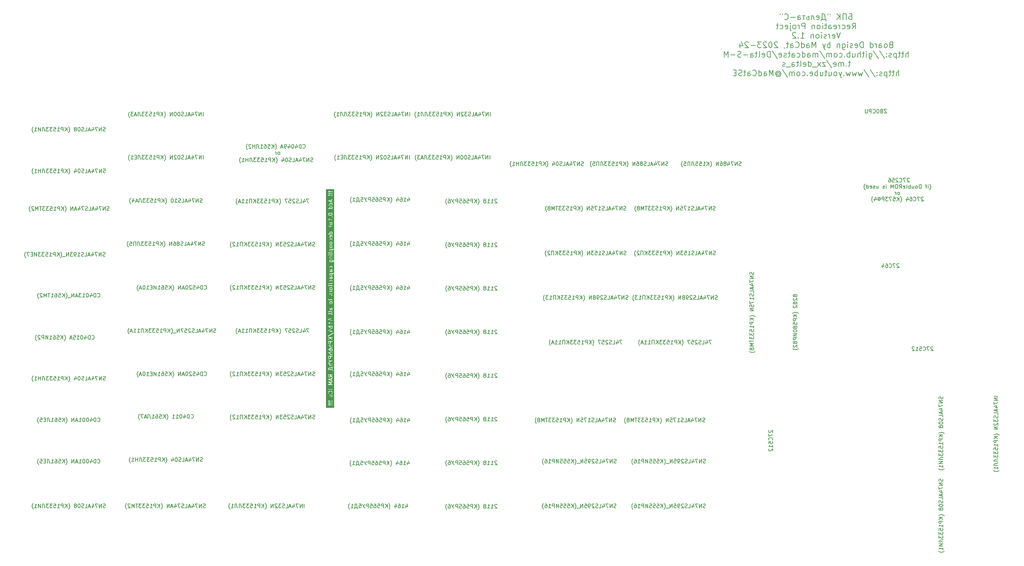
<source format=gbr>
%TF.GenerationSoftware,KiCad,Pcbnew,7.0.1*%
%TF.CreationDate,2024-04-08T11:43:42+03:00*%
%TF.ProjectId,delta48m,64656c74-6134-4386-9d2e-6b696361645f,1*%
%TF.SameCoordinates,Original*%
%TF.FileFunction,Legend,Bot*%
%TF.FilePolarity,Positive*%
%FSLAX46Y46*%
G04 Gerber Fmt 4.6, Leading zero omitted, Abs format (unit mm)*
G04 Created by KiCad (PCBNEW 7.0.1) date 2024-04-08 11:43:42*
%MOMM*%
%LPD*%
G01*
G04 APERTURE LIST*
%ADD10C,0.150000*%
%ADD11C,0.187500*%
G04 APERTURE END LIST*
D10*
X317167828Y-124381857D02*
X317120209Y-124334238D01*
X317120209Y-124334238D02*
X317024971Y-124286619D01*
X317024971Y-124286619D02*
X316786876Y-124286619D01*
X316786876Y-124286619D02*
X316691638Y-124334238D01*
X316691638Y-124334238D02*
X316644019Y-124381857D01*
X316644019Y-124381857D02*
X316596400Y-124477095D01*
X316596400Y-124477095D02*
X316596400Y-124572333D01*
X316596400Y-124572333D02*
X316644019Y-124715190D01*
X316644019Y-124715190D02*
X317215447Y-125286619D01*
X317215447Y-125286619D02*
X316596400Y-125286619D01*
X316263066Y-124286619D02*
X315596400Y-124286619D01*
X315596400Y-124286619D02*
X316024971Y-125286619D01*
X314644019Y-125191380D02*
X314691638Y-125239000D01*
X314691638Y-125239000D02*
X314834495Y-125286619D01*
X314834495Y-125286619D02*
X314929733Y-125286619D01*
X314929733Y-125286619D02*
X315072590Y-125239000D01*
X315072590Y-125239000D02*
X315167828Y-125143761D01*
X315167828Y-125143761D02*
X315215447Y-125048523D01*
X315215447Y-125048523D02*
X315263066Y-124858047D01*
X315263066Y-124858047D02*
X315263066Y-124715190D01*
X315263066Y-124715190D02*
X315215447Y-124524714D01*
X315215447Y-124524714D02*
X315167828Y-124429476D01*
X315167828Y-124429476D02*
X315072590Y-124334238D01*
X315072590Y-124334238D02*
X314929733Y-124286619D01*
X314929733Y-124286619D02*
X314834495Y-124286619D01*
X314834495Y-124286619D02*
X314691638Y-124334238D01*
X314691638Y-124334238D02*
X314644019Y-124381857D01*
X314263066Y-124381857D02*
X314215447Y-124334238D01*
X314215447Y-124334238D02*
X314120209Y-124286619D01*
X314120209Y-124286619D02*
X313882114Y-124286619D01*
X313882114Y-124286619D02*
X313786876Y-124334238D01*
X313786876Y-124334238D02*
X313739257Y-124381857D01*
X313739257Y-124381857D02*
X313691638Y-124477095D01*
X313691638Y-124477095D02*
X313691638Y-124572333D01*
X313691638Y-124572333D02*
X313739257Y-124715190D01*
X313739257Y-124715190D02*
X314310685Y-125286619D01*
X314310685Y-125286619D02*
X313691638Y-125286619D01*
X312786876Y-124286619D02*
X313263066Y-124286619D01*
X313263066Y-124286619D02*
X313310685Y-124762809D01*
X313310685Y-124762809D02*
X313263066Y-124715190D01*
X313263066Y-124715190D02*
X313167828Y-124667571D01*
X313167828Y-124667571D02*
X312929733Y-124667571D01*
X312929733Y-124667571D02*
X312834495Y-124715190D01*
X312834495Y-124715190D02*
X312786876Y-124762809D01*
X312786876Y-124762809D02*
X312739257Y-124858047D01*
X312739257Y-124858047D02*
X312739257Y-125096142D01*
X312739257Y-125096142D02*
X312786876Y-125191380D01*
X312786876Y-125191380D02*
X312834495Y-125239000D01*
X312834495Y-125239000D02*
X312929733Y-125286619D01*
X312929733Y-125286619D02*
X313167828Y-125286619D01*
X313167828Y-125286619D02*
X313263066Y-125239000D01*
X313263066Y-125239000D02*
X313310685Y-125191380D01*
X311882114Y-124286619D02*
X312072590Y-124286619D01*
X312072590Y-124286619D02*
X312167828Y-124334238D01*
X312167828Y-124334238D02*
X312215447Y-124381857D01*
X312215447Y-124381857D02*
X312310685Y-124524714D01*
X312310685Y-124524714D02*
X312358304Y-124715190D01*
X312358304Y-124715190D02*
X312358304Y-125096142D01*
X312358304Y-125096142D02*
X312310685Y-125191380D01*
X312310685Y-125191380D02*
X312263066Y-125239000D01*
X312263066Y-125239000D02*
X312167828Y-125286619D01*
X312167828Y-125286619D02*
X311977352Y-125286619D01*
X311977352Y-125286619D02*
X311882114Y-125239000D01*
X311882114Y-125239000D02*
X311834495Y-125191380D01*
X311834495Y-125191380D02*
X311786876Y-125096142D01*
X311786876Y-125096142D02*
X311786876Y-124858047D01*
X311786876Y-124858047D02*
X311834495Y-124762809D01*
X311834495Y-124762809D02*
X311882114Y-124715190D01*
X311882114Y-124715190D02*
X311977352Y-124667571D01*
X311977352Y-124667571D02*
X312167828Y-124667571D01*
X312167828Y-124667571D02*
X312263066Y-124715190D01*
X312263066Y-124715190D02*
X312310685Y-124762809D01*
X312310685Y-124762809D02*
X312358304Y-124858047D01*
X322429734Y-127287571D02*
X322477353Y-127239952D01*
X322477353Y-127239952D02*
X322572591Y-127097095D01*
X322572591Y-127097095D02*
X322620210Y-127001857D01*
X322620210Y-127001857D02*
X322667829Y-126859000D01*
X322667829Y-126859000D02*
X322715448Y-126620904D01*
X322715448Y-126620904D02*
X322715448Y-126430428D01*
X322715448Y-126430428D02*
X322667829Y-126192333D01*
X322667829Y-126192333D02*
X322620210Y-126049476D01*
X322620210Y-126049476D02*
X322572591Y-125954238D01*
X322572591Y-125954238D02*
X322477353Y-125811380D01*
X322477353Y-125811380D02*
X322429734Y-125763761D01*
X322048781Y-126906619D02*
X322048781Y-126239952D01*
X322048781Y-125906619D02*
X322096400Y-125954238D01*
X322096400Y-125954238D02*
X322048781Y-126001857D01*
X322048781Y-126001857D02*
X322001162Y-125954238D01*
X322001162Y-125954238D02*
X322048781Y-125906619D01*
X322048781Y-125906619D02*
X322048781Y-126001857D01*
X321715448Y-126239952D02*
X321334496Y-126239952D01*
X321572591Y-126906619D02*
X321572591Y-126049476D01*
X321572591Y-126049476D02*
X321524972Y-125954238D01*
X321524972Y-125954238D02*
X321429734Y-125906619D01*
X321429734Y-125906619D02*
X321334496Y-125906619D01*
X320239257Y-126906619D02*
X320239257Y-125906619D01*
X320239257Y-125906619D02*
X320001162Y-125906619D01*
X320001162Y-125906619D02*
X319858305Y-125954238D01*
X319858305Y-125954238D02*
X319763067Y-126049476D01*
X319763067Y-126049476D02*
X319715448Y-126144714D01*
X319715448Y-126144714D02*
X319667829Y-126335190D01*
X319667829Y-126335190D02*
X319667829Y-126478047D01*
X319667829Y-126478047D02*
X319715448Y-126668523D01*
X319715448Y-126668523D02*
X319763067Y-126763761D01*
X319763067Y-126763761D02*
X319858305Y-126859000D01*
X319858305Y-126859000D02*
X320001162Y-126906619D01*
X320001162Y-126906619D02*
X320239257Y-126906619D01*
X319096400Y-126906619D02*
X319191638Y-126859000D01*
X319191638Y-126859000D02*
X319239257Y-126811380D01*
X319239257Y-126811380D02*
X319286876Y-126716142D01*
X319286876Y-126716142D02*
X319286876Y-126430428D01*
X319286876Y-126430428D02*
X319239257Y-126335190D01*
X319239257Y-126335190D02*
X319191638Y-126287571D01*
X319191638Y-126287571D02*
X319096400Y-126239952D01*
X319096400Y-126239952D02*
X318953543Y-126239952D01*
X318953543Y-126239952D02*
X318858305Y-126287571D01*
X318858305Y-126287571D02*
X318810686Y-126335190D01*
X318810686Y-126335190D02*
X318763067Y-126430428D01*
X318763067Y-126430428D02*
X318763067Y-126716142D01*
X318763067Y-126716142D02*
X318810686Y-126811380D01*
X318810686Y-126811380D02*
X318858305Y-126859000D01*
X318858305Y-126859000D02*
X318953543Y-126906619D01*
X318953543Y-126906619D02*
X319096400Y-126906619D01*
X317905924Y-126239952D02*
X317905924Y-126906619D01*
X318334495Y-126239952D02*
X318334495Y-126763761D01*
X318334495Y-126763761D02*
X318286876Y-126859000D01*
X318286876Y-126859000D02*
X318191638Y-126906619D01*
X318191638Y-126906619D02*
X318048781Y-126906619D01*
X318048781Y-126906619D02*
X317953543Y-126859000D01*
X317953543Y-126859000D02*
X317905924Y-126811380D01*
X317429733Y-126906619D02*
X317429733Y-125906619D01*
X317429733Y-126287571D02*
X317334495Y-126239952D01*
X317334495Y-126239952D02*
X317144019Y-126239952D01*
X317144019Y-126239952D02*
X317048781Y-126287571D01*
X317048781Y-126287571D02*
X317001162Y-126335190D01*
X317001162Y-126335190D02*
X316953543Y-126430428D01*
X316953543Y-126430428D02*
X316953543Y-126716142D01*
X316953543Y-126716142D02*
X317001162Y-126811380D01*
X317001162Y-126811380D02*
X317048781Y-126859000D01*
X317048781Y-126859000D02*
X317144019Y-126906619D01*
X317144019Y-126906619D02*
X317334495Y-126906619D01*
X317334495Y-126906619D02*
X317429733Y-126859000D01*
X316382114Y-126906619D02*
X316477352Y-126859000D01*
X316477352Y-126859000D02*
X316524971Y-126763761D01*
X316524971Y-126763761D02*
X316524971Y-125906619D01*
X315620209Y-126859000D02*
X315715447Y-126906619D01*
X315715447Y-126906619D02*
X315905923Y-126906619D01*
X315905923Y-126906619D02*
X316001161Y-126859000D01*
X316001161Y-126859000D02*
X316048780Y-126763761D01*
X316048780Y-126763761D02*
X316048780Y-126382809D01*
X316048780Y-126382809D02*
X316001161Y-126287571D01*
X316001161Y-126287571D02*
X315905923Y-126239952D01*
X315905923Y-126239952D02*
X315715447Y-126239952D01*
X315715447Y-126239952D02*
X315620209Y-126287571D01*
X315620209Y-126287571D02*
X315572590Y-126382809D01*
X315572590Y-126382809D02*
X315572590Y-126478047D01*
X315572590Y-126478047D02*
X316048780Y-126573285D01*
X314572590Y-126906619D02*
X314905923Y-126430428D01*
X315144018Y-126906619D02*
X315144018Y-125906619D01*
X315144018Y-125906619D02*
X314763066Y-125906619D01*
X314763066Y-125906619D02*
X314667828Y-125954238D01*
X314667828Y-125954238D02*
X314620209Y-126001857D01*
X314620209Y-126001857D02*
X314572590Y-126097095D01*
X314572590Y-126097095D02*
X314572590Y-126239952D01*
X314572590Y-126239952D02*
X314620209Y-126335190D01*
X314620209Y-126335190D02*
X314667828Y-126382809D01*
X314667828Y-126382809D02*
X314763066Y-126430428D01*
X314763066Y-126430428D02*
X315144018Y-126430428D01*
X313953542Y-125906619D02*
X313763066Y-125906619D01*
X313763066Y-125906619D02*
X313667828Y-125954238D01*
X313667828Y-125954238D02*
X313572590Y-126049476D01*
X313572590Y-126049476D02*
X313524971Y-126239952D01*
X313524971Y-126239952D02*
X313524971Y-126573285D01*
X313524971Y-126573285D02*
X313572590Y-126763761D01*
X313572590Y-126763761D02*
X313667828Y-126859000D01*
X313667828Y-126859000D02*
X313763066Y-126906619D01*
X313763066Y-126906619D02*
X313953542Y-126906619D01*
X313953542Y-126906619D02*
X314048780Y-126859000D01*
X314048780Y-126859000D02*
X314144018Y-126763761D01*
X314144018Y-126763761D02*
X314191637Y-126573285D01*
X314191637Y-126573285D02*
X314191637Y-126239952D01*
X314191637Y-126239952D02*
X314144018Y-126049476D01*
X314144018Y-126049476D02*
X314048780Y-125954238D01*
X314048780Y-125954238D02*
X313953542Y-125906619D01*
X313096399Y-126906619D02*
X313096399Y-125906619D01*
X313096399Y-125906619D02*
X312763066Y-126620904D01*
X312763066Y-126620904D02*
X312429733Y-125906619D01*
X312429733Y-125906619D02*
X312429733Y-126906619D01*
X311191637Y-126906619D02*
X311191637Y-126239952D01*
X311191637Y-125906619D02*
X311239256Y-125954238D01*
X311239256Y-125954238D02*
X311191637Y-126001857D01*
X311191637Y-126001857D02*
X311144018Y-125954238D01*
X311144018Y-125954238D02*
X311191637Y-125906619D01*
X311191637Y-125906619D02*
X311191637Y-126001857D01*
X310763066Y-126859000D02*
X310667828Y-126906619D01*
X310667828Y-126906619D02*
X310477352Y-126906619D01*
X310477352Y-126906619D02*
X310382114Y-126859000D01*
X310382114Y-126859000D02*
X310334495Y-126763761D01*
X310334495Y-126763761D02*
X310334495Y-126716142D01*
X310334495Y-126716142D02*
X310382114Y-126620904D01*
X310382114Y-126620904D02*
X310477352Y-126573285D01*
X310477352Y-126573285D02*
X310620209Y-126573285D01*
X310620209Y-126573285D02*
X310715447Y-126525666D01*
X310715447Y-126525666D02*
X310763066Y-126430428D01*
X310763066Y-126430428D02*
X310763066Y-126382809D01*
X310763066Y-126382809D02*
X310715447Y-126287571D01*
X310715447Y-126287571D02*
X310620209Y-126239952D01*
X310620209Y-126239952D02*
X310477352Y-126239952D01*
X310477352Y-126239952D02*
X310382114Y-126287571D01*
X308715447Y-126239952D02*
X308715447Y-126906619D01*
X309144018Y-126239952D02*
X309144018Y-126763761D01*
X309144018Y-126763761D02*
X309096399Y-126859000D01*
X309096399Y-126859000D02*
X309001161Y-126906619D01*
X309001161Y-126906619D02*
X308858304Y-126906619D01*
X308858304Y-126906619D02*
X308763066Y-126859000D01*
X308763066Y-126859000D02*
X308715447Y-126811380D01*
X308286875Y-126859000D02*
X308191637Y-126906619D01*
X308191637Y-126906619D02*
X308001161Y-126906619D01*
X308001161Y-126906619D02*
X307905923Y-126859000D01*
X307905923Y-126859000D02*
X307858304Y-126763761D01*
X307858304Y-126763761D02*
X307858304Y-126716142D01*
X307858304Y-126716142D02*
X307905923Y-126620904D01*
X307905923Y-126620904D02*
X308001161Y-126573285D01*
X308001161Y-126573285D02*
X308144018Y-126573285D01*
X308144018Y-126573285D02*
X308239256Y-126525666D01*
X308239256Y-126525666D02*
X308286875Y-126430428D01*
X308286875Y-126430428D02*
X308286875Y-126382809D01*
X308286875Y-126382809D02*
X308239256Y-126287571D01*
X308239256Y-126287571D02*
X308144018Y-126239952D01*
X308144018Y-126239952D02*
X308001161Y-126239952D01*
X308001161Y-126239952D02*
X307905923Y-126287571D01*
X307048780Y-126859000D02*
X307144018Y-126906619D01*
X307144018Y-126906619D02*
X307334494Y-126906619D01*
X307334494Y-126906619D02*
X307429732Y-126859000D01*
X307429732Y-126859000D02*
X307477351Y-126763761D01*
X307477351Y-126763761D02*
X307477351Y-126382809D01*
X307477351Y-126382809D02*
X307429732Y-126287571D01*
X307429732Y-126287571D02*
X307334494Y-126239952D01*
X307334494Y-126239952D02*
X307144018Y-126239952D01*
X307144018Y-126239952D02*
X307048780Y-126287571D01*
X307048780Y-126287571D02*
X307001161Y-126382809D01*
X307001161Y-126382809D02*
X307001161Y-126478047D01*
X307001161Y-126478047D02*
X307477351Y-126573285D01*
X306144018Y-126906619D02*
X306144018Y-125906619D01*
X306144018Y-126859000D02*
X306239256Y-126906619D01*
X306239256Y-126906619D02*
X306429732Y-126906619D01*
X306429732Y-126906619D02*
X306524970Y-126859000D01*
X306524970Y-126859000D02*
X306572589Y-126811380D01*
X306572589Y-126811380D02*
X306620208Y-126716142D01*
X306620208Y-126716142D02*
X306620208Y-126430428D01*
X306620208Y-126430428D02*
X306572589Y-126335190D01*
X306572589Y-126335190D02*
X306524970Y-126287571D01*
X306524970Y-126287571D02*
X306429732Y-126239952D01*
X306429732Y-126239952D02*
X306239256Y-126239952D01*
X306239256Y-126239952D02*
X306144018Y-126287571D01*
X305763065Y-127287571D02*
X305715446Y-127239952D01*
X305715446Y-127239952D02*
X305620208Y-127097095D01*
X305620208Y-127097095D02*
X305572589Y-127001857D01*
X305572589Y-127001857D02*
X305524970Y-126859000D01*
X305524970Y-126859000D02*
X305477351Y-126620904D01*
X305477351Y-126620904D02*
X305477351Y-126430428D01*
X305477351Y-126430428D02*
X305524970Y-126192333D01*
X305524970Y-126192333D02*
X305572589Y-126049476D01*
X305572589Y-126049476D02*
X305620208Y-125954238D01*
X305620208Y-125954238D02*
X305715446Y-125811380D01*
X305715446Y-125811380D02*
X305763065Y-125763761D01*
X314477352Y-128526619D02*
X314572590Y-128479000D01*
X314572590Y-128479000D02*
X314620209Y-128431380D01*
X314620209Y-128431380D02*
X314667828Y-128336142D01*
X314667828Y-128336142D02*
X314667828Y-128050428D01*
X314667828Y-128050428D02*
X314620209Y-127955190D01*
X314620209Y-127955190D02*
X314572590Y-127907571D01*
X314572590Y-127907571D02*
X314477352Y-127859952D01*
X314477352Y-127859952D02*
X314334495Y-127859952D01*
X314334495Y-127859952D02*
X314239257Y-127907571D01*
X314239257Y-127907571D02*
X314191638Y-127955190D01*
X314191638Y-127955190D02*
X314144019Y-128050428D01*
X314144019Y-128050428D02*
X314144019Y-128336142D01*
X314144019Y-128336142D02*
X314191638Y-128431380D01*
X314191638Y-128431380D02*
X314239257Y-128479000D01*
X314239257Y-128479000D02*
X314334495Y-128526619D01*
X314334495Y-128526619D02*
X314477352Y-128526619D01*
X313715447Y-128526619D02*
X313715447Y-127859952D01*
X313715447Y-128050428D02*
X313667828Y-127955190D01*
X313667828Y-127955190D02*
X313620209Y-127907571D01*
X313620209Y-127907571D02*
X313524971Y-127859952D01*
X313524971Y-127859952D02*
X313429733Y-127859952D01*
X320786876Y-129241857D02*
X320739257Y-129194238D01*
X320739257Y-129194238D02*
X320644019Y-129146619D01*
X320644019Y-129146619D02*
X320405924Y-129146619D01*
X320405924Y-129146619D02*
X320310686Y-129194238D01*
X320310686Y-129194238D02*
X320263067Y-129241857D01*
X320263067Y-129241857D02*
X320215448Y-129337095D01*
X320215448Y-129337095D02*
X320215448Y-129432333D01*
X320215448Y-129432333D02*
X320263067Y-129575190D01*
X320263067Y-129575190D02*
X320834495Y-130146619D01*
X320834495Y-130146619D02*
X320215448Y-130146619D01*
X319882114Y-129146619D02*
X319215448Y-129146619D01*
X319215448Y-129146619D02*
X319644019Y-130146619D01*
X318263067Y-130051380D02*
X318310686Y-130099000D01*
X318310686Y-130099000D02*
X318453543Y-130146619D01*
X318453543Y-130146619D02*
X318548781Y-130146619D01*
X318548781Y-130146619D02*
X318691638Y-130099000D01*
X318691638Y-130099000D02*
X318786876Y-130003761D01*
X318786876Y-130003761D02*
X318834495Y-129908523D01*
X318834495Y-129908523D02*
X318882114Y-129718047D01*
X318882114Y-129718047D02*
X318882114Y-129575190D01*
X318882114Y-129575190D02*
X318834495Y-129384714D01*
X318834495Y-129384714D02*
X318786876Y-129289476D01*
X318786876Y-129289476D02*
X318691638Y-129194238D01*
X318691638Y-129194238D02*
X318548781Y-129146619D01*
X318548781Y-129146619D02*
X318453543Y-129146619D01*
X318453543Y-129146619D02*
X318310686Y-129194238D01*
X318310686Y-129194238D02*
X318263067Y-129241857D01*
X317405924Y-129146619D02*
X317596400Y-129146619D01*
X317596400Y-129146619D02*
X317691638Y-129194238D01*
X317691638Y-129194238D02*
X317739257Y-129241857D01*
X317739257Y-129241857D02*
X317834495Y-129384714D01*
X317834495Y-129384714D02*
X317882114Y-129575190D01*
X317882114Y-129575190D02*
X317882114Y-129956142D01*
X317882114Y-129956142D02*
X317834495Y-130051380D01*
X317834495Y-130051380D02*
X317786876Y-130099000D01*
X317786876Y-130099000D02*
X317691638Y-130146619D01*
X317691638Y-130146619D02*
X317501162Y-130146619D01*
X317501162Y-130146619D02*
X317405924Y-130099000D01*
X317405924Y-130099000D02*
X317358305Y-130051380D01*
X317358305Y-130051380D02*
X317310686Y-129956142D01*
X317310686Y-129956142D02*
X317310686Y-129718047D01*
X317310686Y-129718047D02*
X317358305Y-129622809D01*
X317358305Y-129622809D02*
X317405924Y-129575190D01*
X317405924Y-129575190D02*
X317501162Y-129527571D01*
X317501162Y-129527571D02*
X317691638Y-129527571D01*
X317691638Y-129527571D02*
X317786876Y-129575190D01*
X317786876Y-129575190D02*
X317834495Y-129622809D01*
X317834495Y-129622809D02*
X317882114Y-129718047D01*
X316453543Y-129479952D02*
X316453543Y-130146619D01*
X316691638Y-129099000D02*
X316929733Y-129813285D01*
X316929733Y-129813285D02*
X316310686Y-129813285D01*
X314882114Y-130527571D02*
X314929733Y-130479952D01*
X314929733Y-130479952D02*
X315024971Y-130337095D01*
X315024971Y-130337095D02*
X315072590Y-130241857D01*
X315072590Y-130241857D02*
X315120209Y-130099000D01*
X315120209Y-130099000D02*
X315167828Y-129860904D01*
X315167828Y-129860904D02*
X315167828Y-129670428D01*
X315167828Y-129670428D02*
X315120209Y-129432333D01*
X315120209Y-129432333D02*
X315072590Y-129289476D01*
X315072590Y-129289476D02*
X315024971Y-129194238D01*
X315024971Y-129194238D02*
X314929733Y-129051380D01*
X314929733Y-129051380D02*
X314882114Y-129003761D01*
X314501161Y-130146619D02*
X314501161Y-129146619D01*
X313929733Y-130146619D02*
X314358304Y-129575190D01*
X313929733Y-129146619D02*
X314501161Y-129718047D01*
X313024971Y-129146619D02*
X313501161Y-129146619D01*
X313501161Y-129146619D02*
X313548780Y-129622809D01*
X313548780Y-129622809D02*
X313501161Y-129575190D01*
X313501161Y-129575190D02*
X313405923Y-129527571D01*
X313405923Y-129527571D02*
X313167828Y-129527571D01*
X313167828Y-129527571D02*
X313072590Y-129575190D01*
X313072590Y-129575190D02*
X313024971Y-129622809D01*
X313024971Y-129622809D02*
X312977352Y-129718047D01*
X312977352Y-129718047D02*
X312977352Y-129956142D01*
X312977352Y-129956142D02*
X313024971Y-130051380D01*
X313024971Y-130051380D02*
X313072590Y-130099000D01*
X313072590Y-130099000D02*
X313167828Y-130146619D01*
X313167828Y-130146619D02*
X313405923Y-130146619D01*
X313405923Y-130146619D02*
X313501161Y-130099000D01*
X313501161Y-130099000D02*
X313548780Y-130051380D01*
X312644018Y-129146619D02*
X311977352Y-129146619D01*
X311977352Y-129146619D02*
X312405923Y-130146619D01*
X311691637Y-129146619D02*
X311072590Y-129146619D01*
X311072590Y-129146619D02*
X311405923Y-129527571D01*
X311405923Y-129527571D02*
X311263066Y-129527571D01*
X311263066Y-129527571D02*
X311167828Y-129575190D01*
X311167828Y-129575190D02*
X311120209Y-129622809D01*
X311120209Y-129622809D02*
X311072590Y-129718047D01*
X311072590Y-129718047D02*
X311072590Y-129956142D01*
X311072590Y-129956142D02*
X311120209Y-130051380D01*
X311120209Y-130051380D02*
X311167828Y-130099000D01*
X311167828Y-130099000D02*
X311263066Y-130146619D01*
X311263066Y-130146619D02*
X311548780Y-130146619D01*
X311548780Y-130146619D02*
X311644018Y-130099000D01*
X311644018Y-130099000D02*
X311691637Y-130051380D01*
X310644018Y-130146619D02*
X310644018Y-129146619D01*
X310644018Y-129146619D02*
X310263066Y-129146619D01*
X310263066Y-129146619D02*
X310167828Y-129194238D01*
X310167828Y-129194238D02*
X310120209Y-129241857D01*
X310120209Y-129241857D02*
X310072590Y-129337095D01*
X310072590Y-129337095D02*
X310072590Y-129479952D01*
X310072590Y-129479952D02*
X310120209Y-129575190D01*
X310120209Y-129575190D02*
X310167828Y-129622809D01*
X310167828Y-129622809D02*
X310263066Y-129670428D01*
X310263066Y-129670428D02*
X310644018Y-129670428D01*
X309358304Y-130146619D02*
X309358304Y-129146619D01*
X309453542Y-129289476D02*
X309263066Y-129289476D01*
X309263066Y-129289476D02*
X309120209Y-129337095D01*
X309120209Y-129337095D02*
X309024971Y-129432333D01*
X309024971Y-129432333D02*
X308977352Y-129527571D01*
X308977352Y-129527571D02*
X308977352Y-129718047D01*
X308977352Y-129718047D02*
X309024971Y-129813285D01*
X309024971Y-129813285D02*
X309120209Y-129908523D01*
X309120209Y-129908523D02*
X309263066Y-129956142D01*
X309263066Y-129956142D02*
X309453542Y-129956142D01*
X309453542Y-129956142D02*
X309596399Y-129908523D01*
X309596399Y-129908523D02*
X309691637Y-129813285D01*
X309691637Y-129813285D02*
X309739256Y-129718047D01*
X309739256Y-129718047D02*
X309739256Y-129527571D01*
X309739256Y-129527571D02*
X309691637Y-129432333D01*
X309691637Y-129432333D02*
X309596399Y-129337095D01*
X309596399Y-129337095D02*
X309453542Y-129289476D01*
X308167828Y-129479952D02*
X308167828Y-130146619D01*
X308405923Y-129099000D02*
X308644018Y-129813285D01*
X308644018Y-129813285D02*
X308024971Y-129813285D01*
X307739256Y-130527571D02*
X307691637Y-130479952D01*
X307691637Y-130479952D02*
X307596399Y-130337095D01*
X307596399Y-130337095D02*
X307548780Y-130241857D01*
X307548780Y-130241857D02*
X307501161Y-130099000D01*
X307501161Y-130099000D02*
X307453542Y-129860904D01*
X307453542Y-129860904D02*
X307453542Y-129670428D01*
X307453542Y-129670428D02*
X307501161Y-129432333D01*
X307501161Y-129432333D02*
X307548780Y-129289476D01*
X307548780Y-129289476D02*
X307596399Y-129194238D01*
X307596399Y-129194238D02*
X307691637Y-129051380D01*
X307691637Y-129051380D02*
X307739256Y-129003761D01*
X187351086Y-197865152D02*
X187351086Y-198531819D01*
X187589181Y-197484200D02*
X187827276Y-198198485D01*
X187827276Y-198198485D02*
X187208229Y-198198485D01*
X186303467Y-198531819D02*
X186874895Y-198531819D01*
X186589181Y-198531819D02*
X186589181Y-197531819D01*
X186589181Y-197531819D02*
X186684419Y-197674676D01*
X186684419Y-197674676D02*
X186779657Y-197769914D01*
X186779657Y-197769914D02*
X186874895Y-197817533D01*
X185446324Y-197531819D02*
X185636800Y-197531819D01*
X185636800Y-197531819D02*
X185732038Y-197579438D01*
X185732038Y-197579438D02*
X185779657Y-197627057D01*
X185779657Y-197627057D02*
X185874895Y-197769914D01*
X185874895Y-197769914D02*
X185922514Y-197960390D01*
X185922514Y-197960390D02*
X185922514Y-198341342D01*
X185922514Y-198341342D02*
X185874895Y-198436580D01*
X185874895Y-198436580D02*
X185827276Y-198484200D01*
X185827276Y-198484200D02*
X185732038Y-198531819D01*
X185732038Y-198531819D02*
X185541562Y-198531819D01*
X185541562Y-198531819D02*
X185446324Y-198484200D01*
X185446324Y-198484200D02*
X185398705Y-198436580D01*
X185398705Y-198436580D02*
X185351086Y-198341342D01*
X185351086Y-198341342D02*
X185351086Y-198103247D01*
X185351086Y-198103247D02*
X185398705Y-198008009D01*
X185398705Y-198008009D02*
X185446324Y-197960390D01*
X185446324Y-197960390D02*
X185541562Y-197912771D01*
X185541562Y-197912771D02*
X185732038Y-197912771D01*
X185732038Y-197912771D02*
X185827276Y-197960390D01*
X185827276Y-197960390D02*
X185874895Y-198008009D01*
X185874895Y-198008009D02*
X185922514Y-198103247D01*
X184493943Y-197865152D02*
X184493943Y-198531819D01*
X184732038Y-197484200D02*
X184970133Y-198198485D01*
X184970133Y-198198485D02*
X184351086Y-198198485D01*
X182922514Y-198912771D02*
X182970133Y-198865152D01*
X182970133Y-198865152D02*
X183065371Y-198722295D01*
X183065371Y-198722295D02*
X183112990Y-198627057D01*
X183112990Y-198627057D02*
X183160609Y-198484200D01*
X183160609Y-198484200D02*
X183208228Y-198246104D01*
X183208228Y-198246104D02*
X183208228Y-198055628D01*
X183208228Y-198055628D02*
X183160609Y-197817533D01*
X183160609Y-197817533D02*
X183112990Y-197674676D01*
X183112990Y-197674676D02*
X183065371Y-197579438D01*
X183065371Y-197579438D02*
X182970133Y-197436580D01*
X182970133Y-197436580D02*
X182922514Y-197388961D01*
X182541561Y-198531819D02*
X182541561Y-197531819D01*
X181970133Y-198531819D02*
X182398704Y-197960390D01*
X181970133Y-197531819D02*
X182541561Y-198103247D01*
X181541561Y-198531819D02*
X181541561Y-197531819D01*
X181541561Y-197531819D02*
X181160609Y-197531819D01*
X181160609Y-197531819D02*
X181065371Y-197579438D01*
X181065371Y-197579438D02*
X181017752Y-197627057D01*
X181017752Y-197627057D02*
X180970133Y-197722295D01*
X180970133Y-197722295D02*
X180970133Y-197865152D01*
X180970133Y-197865152D02*
X181017752Y-197960390D01*
X181017752Y-197960390D02*
X181065371Y-198008009D01*
X181065371Y-198008009D02*
X181160609Y-198055628D01*
X181160609Y-198055628D02*
X181541561Y-198055628D01*
X180065371Y-197531819D02*
X180541561Y-197531819D01*
X180541561Y-197531819D02*
X180589180Y-198008009D01*
X180589180Y-198008009D02*
X180541561Y-197960390D01*
X180541561Y-197960390D02*
X180446323Y-197912771D01*
X180446323Y-197912771D02*
X180208228Y-197912771D01*
X180208228Y-197912771D02*
X180112990Y-197960390D01*
X180112990Y-197960390D02*
X180065371Y-198008009D01*
X180065371Y-198008009D02*
X180017752Y-198103247D01*
X180017752Y-198103247D02*
X180017752Y-198341342D01*
X180017752Y-198341342D02*
X180065371Y-198436580D01*
X180065371Y-198436580D02*
X180112990Y-198484200D01*
X180112990Y-198484200D02*
X180208228Y-198531819D01*
X180208228Y-198531819D02*
X180446323Y-198531819D01*
X180446323Y-198531819D02*
X180541561Y-198484200D01*
X180541561Y-198484200D02*
X180589180Y-198436580D01*
X179160609Y-197531819D02*
X179351085Y-197531819D01*
X179351085Y-197531819D02*
X179446323Y-197579438D01*
X179446323Y-197579438D02*
X179493942Y-197627057D01*
X179493942Y-197627057D02*
X179589180Y-197769914D01*
X179589180Y-197769914D02*
X179636799Y-197960390D01*
X179636799Y-197960390D02*
X179636799Y-198341342D01*
X179636799Y-198341342D02*
X179589180Y-198436580D01*
X179589180Y-198436580D02*
X179541561Y-198484200D01*
X179541561Y-198484200D02*
X179446323Y-198531819D01*
X179446323Y-198531819D02*
X179255847Y-198531819D01*
X179255847Y-198531819D02*
X179160609Y-198484200D01*
X179160609Y-198484200D02*
X179112990Y-198436580D01*
X179112990Y-198436580D02*
X179065371Y-198341342D01*
X179065371Y-198341342D02*
X179065371Y-198103247D01*
X179065371Y-198103247D02*
X179112990Y-198008009D01*
X179112990Y-198008009D02*
X179160609Y-197960390D01*
X179160609Y-197960390D02*
X179255847Y-197912771D01*
X179255847Y-197912771D02*
X179446323Y-197912771D01*
X179446323Y-197912771D02*
X179541561Y-197960390D01*
X179541561Y-197960390D02*
X179589180Y-198008009D01*
X179589180Y-198008009D02*
X179636799Y-198103247D01*
X178160609Y-197531819D02*
X178636799Y-197531819D01*
X178636799Y-197531819D02*
X178684418Y-198008009D01*
X178684418Y-198008009D02*
X178636799Y-197960390D01*
X178636799Y-197960390D02*
X178541561Y-197912771D01*
X178541561Y-197912771D02*
X178303466Y-197912771D01*
X178303466Y-197912771D02*
X178208228Y-197960390D01*
X178208228Y-197960390D02*
X178160609Y-198008009D01*
X178160609Y-198008009D02*
X178112990Y-198103247D01*
X178112990Y-198103247D02*
X178112990Y-198341342D01*
X178112990Y-198341342D02*
X178160609Y-198436580D01*
X178160609Y-198436580D02*
X178208228Y-198484200D01*
X178208228Y-198484200D02*
X178303466Y-198531819D01*
X178303466Y-198531819D02*
X178541561Y-198531819D01*
X178541561Y-198531819D02*
X178636799Y-198484200D01*
X178636799Y-198484200D02*
X178684418Y-198436580D01*
X177684418Y-198531819D02*
X177684418Y-197531819D01*
X177684418Y-197531819D02*
X177303466Y-197531819D01*
X177303466Y-197531819D02*
X177208228Y-197579438D01*
X177208228Y-197579438D02*
X177160609Y-197627057D01*
X177160609Y-197627057D02*
X177112990Y-197722295D01*
X177112990Y-197722295D02*
X177112990Y-197865152D01*
X177112990Y-197865152D02*
X177160609Y-197960390D01*
X177160609Y-197960390D02*
X177208228Y-198008009D01*
X177208228Y-198008009D02*
X177303466Y-198055628D01*
X177303466Y-198055628D02*
X177684418Y-198055628D01*
X176732037Y-197531819D02*
X176398704Y-198198485D01*
X176065371Y-197531819D02*
X176493942Y-198388961D01*
X176493942Y-198388961D02*
X176589180Y-198484200D01*
X176589180Y-198484200D02*
X176684418Y-198531819D01*
X176684418Y-198531819D02*
X176732037Y-198531819D01*
X175255847Y-197531819D02*
X175732037Y-197531819D01*
X175732037Y-197531819D02*
X175779656Y-198008009D01*
X175779656Y-198008009D02*
X175732037Y-197960390D01*
X175732037Y-197960390D02*
X175636799Y-197912771D01*
X175636799Y-197912771D02*
X175398704Y-197912771D01*
X175398704Y-197912771D02*
X175303466Y-197960390D01*
X175303466Y-197960390D02*
X175255847Y-198008009D01*
X175255847Y-198008009D02*
X175208228Y-198103247D01*
X175208228Y-198103247D02*
X175208228Y-198341342D01*
X175208228Y-198341342D02*
X175255847Y-198436580D01*
X175255847Y-198436580D02*
X175303466Y-198484200D01*
X175303466Y-198484200D02*
X175398704Y-198531819D01*
X175398704Y-198531819D02*
X175636799Y-198531819D01*
X175636799Y-198531819D02*
X175732037Y-198484200D01*
X175732037Y-198484200D02*
X175779656Y-198436580D01*
X174017752Y-198769914D02*
X174017752Y-198531819D01*
X174017752Y-198531819D02*
X174874894Y-198531819D01*
X174874894Y-198531819D02*
X174874894Y-198769914D01*
X174208228Y-198531819D02*
X174208228Y-197531819D01*
X174208228Y-197531819D02*
X174446323Y-197531819D01*
X174446323Y-197531819D02*
X174541561Y-197579438D01*
X174541561Y-197579438D02*
X174589180Y-197627057D01*
X174589180Y-197627057D02*
X174636799Y-197722295D01*
X174636799Y-197722295D02*
X174732037Y-198531819D01*
X173112990Y-198531819D02*
X173684418Y-198531819D01*
X173398704Y-198531819D02*
X173398704Y-197531819D01*
X173398704Y-197531819D02*
X173493942Y-197674676D01*
X173493942Y-197674676D02*
X173589180Y-197769914D01*
X173589180Y-197769914D02*
X173684418Y-197817533D01*
X172779656Y-198912771D02*
X172732037Y-198865152D01*
X172732037Y-198865152D02*
X172636799Y-198722295D01*
X172636799Y-198722295D02*
X172589180Y-198627057D01*
X172589180Y-198627057D02*
X172541561Y-198484200D01*
X172541561Y-198484200D02*
X172493942Y-198246104D01*
X172493942Y-198246104D02*
X172493942Y-198055628D01*
X172493942Y-198055628D02*
X172541561Y-197817533D01*
X172541561Y-197817533D02*
X172589180Y-197674676D01*
X172589180Y-197674676D02*
X172636799Y-197579438D01*
X172636799Y-197579438D02*
X172732037Y-197436580D01*
X172732037Y-197436580D02*
X172779656Y-197388961D01*
X187431286Y-174827952D02*
X187431286Y-175494619D01*
X187669381Y-174447000D02*
X187907476Y-175161285D01*
X187907476Y-175161285D02*
X187288429Y-175161285D01*
X186383667Y-175494619D02*
X186955095Y-175494619D01*
X186669381Y-175494619D02*
X186669381Y-174494619D01*
X186669381Y-174494619D02*
X186764619Y-174637476D01*
X186764619Y-174637476D02*
X186859857Y-174732714D01*
X186859857Y-174732714D02*
X186955095Y-174780333D01*
X185526524Y-174494619D02*
X185717000Y-174494619D01*
X185717000Y-174494619D02*
X185812238Y-174542238D01*
X185812238Y-174542238D02*
X185859857Y-174589857D01*
X185859857Y-174589857D02*
X185955095Y-174732714D01*
X185955095Y-174732714D02*
X186002714Y-174923190D01*
X186002714Y-174923190D02*
X186002714Y-175304142D01*
X186002714Y-175304142D02*
X185955095Y-175399380D01*
X185955095Y-175399380D02*
X185907476Y-175447000D01*
X185907476Y-175447000D02*
X185812238Y-175494619D01*
X185812238Y-175494619D02*
X185621762Y-175494619D01*
X185621762Y-175494619D02*
X185526524Y-175447000D01*
X185526524Y-175447000D02*
X185478905Y-175399380D01*
X185478905Y-175399380D02*
X185431286Y-175304142D01*
X185431286Y-175304142D02*
X185431286Y-175066047D01*
X185431286Y-175066047D02*
X185478905Y-174970809D01*
X185478905Y-174970809D02*
X185526524Y-174923190D01*
X185526524Y-174923190D02*
X185621762Y-174875571D01*
X185621762Y-174875571D02*
X185812238Y-174875571D01*
X185812238Y-174875571D02*
X185907476Y-174923190D01*
X185907476Y-174923190D02*
X185955095Y-174970809D01*
X185955095Y-174970809D02*
X186002714Y-175066047D01*
X184574143Y-174827952D02*
X184574143Y-175494619D01*
X184812238Y-174447000D02*
X185050333Y-175161285D01*
X185050333Y-175161285D02*
X184431286Y-175161285D01*
X183002714Y-175875571D02*
X183050333Y-175827952D01*
X183050333Y-175827952D02*
X183145571Y-175685095D01*
X183145571Y-175685095D02*
X183193190Y-175589857D01*
X183193190Y-175589857D02*
X183240809Y-175447000D01*
X183240809Y-175447000D02*
X183288428Y-175208904D01*
X183288428Y-175208904D02*
X183288428Y-175018428D01*
X183288428Y-175018428D02*
X183240809Y-174780333D01*
X183240809Y-174780333D02*
X183193190Y-174637476D01*
X183193190Y-174637476D02*
X183145571Y-174542238D01*
X183145571Y-174542238D02*
X183050333Y-174399380D01*
X183050333Y-174399380D02*
X183002714Y-174351761D01*
X182621761Y-175494619D02*
X182621761Y-174494619D01*
X182050333Y-175494619D02*
X182478904Y-174923190D01*
X182050333Y-174494619D02*
X182621761Y-175066047D01*
X181621761Y-175494619D02*
X181621761Y-174494619D01*
X181621761Y-174494619D02*
X181240809Y-174494619D01*
X181240809Y-174494619D02*
X181145571Y-174542238D01*
X181145571Y-174542238D02*
X181097952Y-174589857D01*
X181097952Y-174589857D02*
X181050333Y-174685095D01*
X181050333Y-174685095D02*
X181050333Y-174827952D01*
X181050333Y-174827952D02*
X181097952Y-174923190D01*
X181097952Y-174923190D02*
X181145571Y-174970809D01*
X181145571Y-174970809D02*
X181240809Y-175018428D01*
X181240809Y-175018428D02*
X181621761Y-175018428D01*
X180145571Y-174494619D02*
X180621761Y-174494619D01*
X180621761Y-174494619D02*
X180669380Y-174970809D01*
X180669380Y-174970809D02*
X180621761Y-174923190D01*
X180621761Y-174923190D02*
X180526523Y-174875571D01*
X180526523Y-174875571D02*
X180288428Y-174875571D01*
X180288428Y-174875571D02*
X180193190Y-174923190D01*
X180193190Y-174923190D02*
X180145571Y-174970809D01*
X180145571Y-174970809D02*
X180097952Y-175066047D01*
X180097952Y-175066047D02*
X180097952Y-175304142D01*
X180097952Y-175304142D02*
X180145571Y-175399380D01*
X180145571Y-175399380D02*
X180193190Y-175447000D01*
X180193190Y-175447000D02*
X180288428Y-175494619D01*
X180288428Y-175494619D02*
X180526523Y-175494619D01*
X180526523Y-175494619D02*
X180621761Y-175447000D01*
X180621761Y-175447000D02*
X180669380Y-175399380D01*
X179240809Y-174494619D02*
X179431285Y-174494619D01*
X179431285Y-174494619D02*
X179526523Y-174542238D01*
X179526523Y-174542238D02*
X179574142Y-174589857D01*
X179574142Y-174589857D02*
X179669380Y-174732714D01*
X179669380Y-174732714D02*
X179716999Y-174923190D01*
X179716999Y-174923190D02*
X179716999Y-175304142D01*
X179716999Y-175304142D02*
X179669380Y-175399380D01*
X179669380Y-175399380D02*
X179621761Y-175447000D01*
X179621761Y-175447000D02*
X179526523Y-175494619D01*
X179526523Y-175494619D02*
X179336047Y-175494619D01*
X179336047Y-175494619D02*
X179240809Y-175447000D01*
X179240809Y-175447000D02*
X179193190Y-175399380D01*
X179193190Y-175399380D02*
X179145571Y-175304142D01*
X179145571Y-175304142D02*
X179145571Y-175066047D01*
X179145571Y-175066047D02*
X179193190Y-174970809D01*
X179193190Y-174970809D02*
X179240809Y-174923190D01*
X179240809Y-174923190D02*
X179336047Y-174875571D01*
X179336047Y-174875571D02*
X179526523Y-174875571D01*
X179526523Y-174875571D02*
X179621761Y-174923190D01*
X179621761Y-174923190D02*
X179669380Y-174970809D01*
X179669380Y-174970809D02*
X179716999Y-175066047D01*
X178240809Y-174494619D02*
X178716999Y-174494619D01*
X178716999Y-174494619D02*
X178764618Y-174970809D01*
X178764618Y-174970809D02*
X178716999Y-174923190D01*
X178716999Y-174923190D02*
X178621761Y-174875571D01*
X178621761Y-174875571D02*
X178383666Y-174875571D01*
X178383666Y-174875571D02*
X178288428Y-174923190D01*
X178288428Y-174923190D02*
X178240809Y-174970809D01*
X178240809Y-174970809D02*
X178193190Y-175066047D01*
X178193190Y-175066047D02*
X178193190Y-175304142D01*
X178193190Y-175304142D02*
X178240809Y-175399380D01*
X178240809Y-175399380D02*
X178288428Y-175447000D01*
X178288428Y-175447000D02*
X178383666Y-175494619D01*
X178383666Y-175494619D02*
X178621761Y-175494619D01*
X178621761Y-175494619D02*
X178716999Y-175447000D01*
X178716999Y-175447000D02*
X178764618Y-175399380D01*
X177764618Y-175494619D02*
X177764618Y-174494619D01*
X177764618Y-174494619D02*
X177383666Y-174494619D01*
X177383666Y-174494619D02*
X177288428Y-174542238D01*
X177288428Y-174542238D02*
X177240809Y-174589857D01*
X177240809Y-174589857D02*
X177193190Y-174685095D01*
X177193190Y-174685095D02*
X177193190Y-174827952D01*
X177193190Y-174827952D02*
X177240809Y-174923190D01*
X177240809Y-174923190D02*
X177288428Y-174970809D01*
X177288428Y-174970809D02*
X177383666Y-175018428D01*
X177383666Y-175018428D02*
X177764618Y-175018428D01*
X176812237Y-174494619D02*
X176478904Y-175161285D01*
X176145571Y-174494619D02*
X176574142Y-175351761D01*
X176574142Y-175351761D02*
X176669380Y-175447000D01*
X176669380Y-175447000D02*
X176764618Y-175494619D01*
X176764618Y-175494619D02*
X176812237Y-175494619D01*
X175336047Y-174494619D02*
X175812237Y-174494619D01*
X175812237Y-174494619D02*
X175859856Y-174970809D01*
X175859856Y-174970809D02*
X175812237Y-174923190D01*
X175812237Y-174923190D02*
X175716999Y-174875571D01*
X175716999Y-174875571D02*
X175478904Y-174875571D01*
X175478904Y-174875571D02*
X175383666Y-174923190D01*
X175383666Y-174923190D02*
X175336047Y-174970809D01*
X175336047Y-174970809D02*
X175288428Y-175066047D01*
X175288428Y-175066047D02*
X175288428Y-175304142D01*
X175288428Y-175304142D02*
X175336047Y-175399380D01*
X175336047Y-175399380D02*
X175383666Y-175447000D01*
X175383666Y-175447000D02*
X175478904Y-175494619D01*
X175478904Y-175494619D02*
X175716999Y-175494619D01*
X175716999Y-175494619D02*
X175812237Y-175447000D01*
X175812237Y-175447000D02*
X175859856Y-175399380D01*
X174097952Y-175732714D02*
X174097952Y-175494619D01*
X174097952Y-175494619D02*
X174955094Y-175494619D01*
X174955094Y-175494619D02*
X174955094Y-175732714D01*
X174288428Y-175494619D02*
X174288428Y-174494619D01*
X174288428Y-174494619D02*
X174526523Y-174494619D01*
X174526523Y-174494619D02*
X174621761Y-174542238D01*
X174621761Y-174542238D02*
X174669380Y-174589857D01*
X174669380Y-174589857D02*
X174716999Y-174685095D01*
X174716999Y-174685095D02*
X174812237Y-175494619D01*
X173193190Y-175494619D02*
X173764618Y-175494619D01*
X173478904Y-175494619D02*
X173478904Y-174494619D01*
X173478904Y-174494619D02*
X173574142Y-174637476D01*
X173574142Y-174637476D02*
X173669380Y-174732714D01*
X173669380Y-174732714D02*
X173764618Y-174780333D01*
X172859856Y-175875571D02*
X172812237Y-175827952D01*
X172812237Y-175827952D02*
X172716999Y-175685095D01*
X172716999Y-175685095D02*
X172669380Y-175589857D01*
X172669380Y-175589857D02*
X172621761Y-175447000D01*
X172621761Y-175447000D02*
X172574142Y-175208904D01*
X172574142Y-175208904D02*
X172574142Y-175018428D01*
X172574142Y-175018428D02*
X172621761Y-174780333D01*
X172621761Y-174780333D02*
X172669380Y-174637476D01*
X172669380Y-174637476D02*
X172716999Y-174542238D01*
X172716999Y-174542238D02*
X172812237Y-174399380D01*
X172812237Y-174399380D02*
X172859856Y-174351761D01*
X187431286Y-152475952D02*
X187431286Y-153142619D01*
X187669381Y-152095000D02*
X187907476Y-152809285D01*
X187907476Y-152809285D02*
X187288429Y-152809285D01*
X186383667Y-153142619D02*
X186955095Y-153142619D01*
X186669381Y-153142619D02*
X186669381Y-152142619D01*
X186669381Y-152142619D02*
X186764619Y-152285476D01*
X186764619Y-152285476D02*
X186859857Y-152380714D01*
X186859857Y-152380714D02*
X186955095Y-152428333D01*
X185526524Y-152142619D02*
X185717000Y-152142619D01*
X185717000Y-152142619D02*
X185812238Y-152190238D01*
X185812238Y-152190238D02*
X185859857Y-152237857D01*
X185859857Y-152237857D02*
X185955095Y-152380714D01*
X185955095Y-152380714D02*
X186002714Y-152571190D01*
X186002714Y-152571190D02*
X186002714Y-152952142D01*
X186002714Y-152952142D02*
X185955095Y-153047380D01*
X185955095Y-153047380D02*
X185907476Y-153095000D01*
X185907476Y-153095000D02*
X185812238Y-153142619D01*
X185812238Y-153142619D02*
X185621762Y-153142619D01*
X185621762Y-153142619D02*
X185526524Y-153095000D01*
X185526524Y-153095000D02*
X185478905Y-153047380D01*
X185478905Y-153047380D02*
X185431286Y-152952142D01*
X185431286Y-152952142D02*
X185431286Y-152714047D01*
X185431286Y-152714047D02*
X185478905Y-152618809D01*
X185478905Y-152618809D02*
X185526524Y-152571190D01*
X185526524Y-152571190D02*
X185621762Y-152523571D01*
X185621762Y-152523571D02*
X185812238Y-152523571D01*
X185812238Y-152523571D02*
X185907476Y-152571190D01*
X185907476Y-152571190D02*
X185955095Y-152618809D01*
X185955095Y-152618809D02*
X186002714Y-152714047D01*
X184574143Y-152475952D02*
X184574143Y-153142619D01*
X184812238Y-152095000D02*
X185050333Y-152809285D01*
X185050333Y-152809285D02*
X184431286Y-152809285D01*
X183002714Y-153523571D02*
X183050333Y-153475952D01*
X183050333Y-153475952D02*
X183145571Y-153333095D01*
X183145571Y-153333095D02*
X183193190Y-153237857D01*
X183193190Y-153237857D02*
X183240809Y-153095000D01*
X183240809Y-153095000D02*
X183288428Y-152856904D01*
X183288428Y-152856904D02*
X183288428Y-152666428D01*
X183288428Y-152666428D02*
X183240809Y-152428333D01*
X183240809Y-152428333D02*
X183193190Y-152285476D01*
X183193190Y-152285476D02*
X183145571Y-152190238D01*
X183145571Y-152190238D02*
X183050333Y-152047380D01*
X183050333Y-152047380D02*
X183002714Y-151999761D01*
X182621761Y-153142619D02*
X182621761Y-152142619D01*
X182050333Y-153142619D02*
X182478904Y-152571190D01*
X182050333Y-152142619D02*
X182621761Y-152714047D01*
X181621761Y-153142619D02*
X181621761Y-152142619D01*
X181621761Y-152142619D02*
X181240809Y-152142619D01*
X181240809Y-152142619D02*
X181145571Y-152190238D01*
X181145571Y-152190238D02*
X181097952Y-152237857D01*
X181097952Y-152237857D02*
X181050333Y-152333095D01*
X181050333Y-152333095D02*
X181050333Y-152475952D01*
X181050333Y-152475952D02*
X181097952Y-152571190D01*
X181097952Y-152571190D02*
X181145571Y-152618809D01*
X181145571Y-152618809D02*
X181240809Y-152666428D01*
X181240809Y-152666428D02*
X181621761Y-152666428D01*
X180145571Y-152142619D02*
X180621761Y-152142619D01*
X180621761Y-152142619D02*
X180669380Y-152618809D01*
X180669380Y-152618809D02*
X180621761Y-152571190D01*
X180621761Y-152571190D02*
X180526523Y-152523571D01*
X180526523Y-152523571D02*
X180288428Y-152523571D01*
X180288428Y-152523571D02*
X180193190Y-152571190D01*
X180193190Y-152571190D02*
X180145571Y-152618809D01*
X180145571Y-152618809D02*
X180097952Y-152714047D01*
X180097952Y-152714047D02*
X180097952Y-152952142D01*
X180097952Y-152952142D02*
X180145571Y-153047380D01*
X180145571Y-153047380D02*
X180193190Y-153095000D01*
X180193190Y-153095000D02*
X180288428Y-153142619D01*
X180288428Y-153142619D02*
X180526523Y-153142619D01*
X180526523Y-153142619D02*
X180621761Y-153095000D01*
X180621761Y-153095000D02*
X180669380Y-153047380D01*
X179240809Y-152142619D02*
X179431285Y-152142619D01*
X179431285Y-152142619D02*
X179526523Y-152190238D01*
X179526523Y-152190238D02*
X179574142Y-152237857D01*
X179574142Y-152237857D02*
X179669380Y-152380714D01*
X179669380Y-152380714D02*
X179716999Y-152571190D01*
X179716999Y-152571190D02*
X179716999Y-152952142D01*
X179716999Y-152952142D02*
X179669380Y-153047380D01*
X179669380Y-153047380D02*
X179621761Y-153095000D01*
X179621761Y-153095000D02*
X179526523Y-153142619D01*
X179526523Y-153142619D02*
X179336047Y-153142619D01*
X179336047Y-153142619D02*
X179240809Y-153095000D01*
X179240809Y-153095000D02*
X179193190Y-153047380D01*
X179193190Y-153047380D02*
X179145571Y-152952142D01*
X179145571Y-152952142D02*
X179145571Y-152714047D01*
X179145571Y-152714047D02*
X179193190Y-152618809D01*
X179193190Y-152618809D02*
X179240809Y-152571190D01*
X179240809Y-152571190D02*
X179336047Y-152523571D01*
X179336047Y-152523571D02*
X179526523Y-152523571D01*
X179526523Y-152523571D02*
X179621761Y-152571190D01*
X179621761Y-152571190D02*
X179669380Y-152618809D01*
X179669380Y-152618809D02*
X179716999Y-152714047D01*
X178240809Y-152142619D02*
X178716999Y-152142619D01*
X178716999Y-152142619D02*
X178764618Y-152618809D01*
X178764618Y-152618809D02*
X178716999Y-152571190D01*
X178716999Y-152571190D02*
X178621761Y-152523571D01*
X178621761Y-152523571D02*
X178383666Y-152523571D01*
X178383666Y-152523571D02*
X178288428Y-152571190D01*
X178288428Y-152571190D02*
X178240809Y-152618809D01*
X178240809Y-152618809D02*
X178193190Y-152714047D01*
X178193190Y-152714047D02*
X178193190Y-152952142D01*
X178193190Y-152952142D02*
X178240809Y-153047380D01*
X178240809Y-153047380D02*
X178288428Y-153095000D01*
X178288428Y-153095000D02*
X178383666Y-153142619D01*
X178383666Y-153142619D02*
X178621761Y-153142619D01*
X178621761Y-153142619D02*
X178716999Y-153095000D01*
X178716999Y-153095000D02*
X178764618Y-153047380D01*
X177764618Y-153142619D02*
X177764618Y-152142619D01*
X177764618Y-152142619D02*
X177383666Y-152142619D01*
X177383666Y-152142619D02*
X177288428Y-152190238D01*
X177288428Y-152190238D02*
X177240809Y-152237857D01*
X177240809Y-152237857D02*
X177193190Y-152333095D01*
X177193190Y-152333095D02*
X177193190Y-152475952D01*
X177193190Y-152475952D02*
X177240809Y-152571190D01*
X177240809Y-152571190D02*
X177288428Y-152618809D01*
X177288428Y-152618809D02*
X177383666Y-152666428D01*
X177383666Y-152666428D02*
X177764618Y-152666428D01*
X176812237Y-152142619D02*
X176478904Y-152809285D01*
X176145571Y-152142619D02*
X176574142Y-152999761D01*
X176574142Y-152999761D02*
X176669380Y-153095000D01*
X176669380Y-153095000D02*
X176764618Y-153142619D01*
X176764618Y-153142619D02*
X176812237Y-153142619D01*
X175336047Y-152142619D02*
X175812237Y-152142619D01*
X175812237Y-152142619D02*
X175859856Y-152618809D01*
X175859856Y-152618809D02*
X175812237Y-152571190D01*
X175812237Y-152571190D02*
X175716999Y-152523571D01*
X175716999Y-152523571D02*
X175478904Y-152523571D01*
X175478904Y-152523571D02*
X175383666Y-152571190D01*
X175383666Y-152571190D02*
X175336047Y-152618809D01*
X175336047Y-152618809D02*
X175288428Y-152714047D01*
X175288428Y-152714047D02*
X175288428Y-152952142D01*
X175288428Y-152952142D02*
X175336047Y-153047380D01*
X175336047Y-153047380D02*
X175383666Y-153095000D01*
X175383666Y-153095000D02*
X175478904Y-153142619D01*
X175478904Y-153142619D02*
X175716999Y-153142619D01*
X175716999Y-153142619D02*
X175812237Y-153095000D01*
X175812237Y-153095000D02*
X175859856Y-153047380D01*
X174097952Y-153380714D02*
X174097952Y-153142619D01*
X174097952Y-153142619D02*
X174955094Y-153142619D01*
X174955094Y-153142619D02*
X174955094Y-153380714D01*
X174288428Y-153142619D02*
X174288428Y-152142619D01*
X174288428Y-152142619D02*
X174526523Y-152142619D01*
X174526523Y-152142619D02*
X174621761Y-152190238D01*
X174621761Y-152190238D02*
X174669380Y-152237857D01*
X174669380Y-152237857D02*
X174716999Y-152333095D01*
X174716999Y-152333095D02*
X174812237Y-153142619D01*
X173193190Y-153142619D02*
X173764618Y-153142619D01*
X173478904Y-153142619D02*
X173478904Y-152142619D01*
X173478904Y-152142619D02*
X173574142Y-152285476D01*
X173574142Y-152285476D02*
X173669380Y-152380714D01*
X173669380Y-152380714D02*
X173764618Y-152428333D01*
X172859856Y-153523571D02*
X172812237Y-153475952D01*
X172812237Y-153475952D02*
X172716999Y-153333095D01*
X172716999Y-153333095D02*
X172669380Y-153237857D01*
X172669380Y-153237857D02*
X172621761Y-153095000D01*
X172621761Y-153095000D02*
X172574142Y-152856904D01*
X172574142Y-152856904D02*
X172574142Y-152666428D01*
X172574142Y-152666428D02*
X172621761Y-152428333D01*
X172621761Y-152428333D02*
X172669380Y-152285476D01*
X172669380Y-152285476D02*
X172716999Y-152190238D01*
X172716999Y-152190238D02*
X172812237Y-152047380D01*
X172812237Y-152047380D02*
X172859856Y-151999761D01*
X154152647Y-118140019D02*
X154247885Y-118092400D01*
X154247885Y-118092400D02*
X154295504Y-118044780D01*
X154295504Y-118044780D02*
X154343123Y-117949542D01*
X154343123Y-117949542D02*
X154343123Y-117663828D01*
X154343123Y-117663828D02*
X154295504Y-117568590D01*
X154295504Y-117568590D02*
X154247885Y-117520971D01*
X154247885Y-117520971D02*
X154152647Y-117473352D01*
X154152647Y-117473352D02*
X154009790Y-117473352D01*
X154009790Y-117473352D02*
X153914552Y-117520971D01*
X153914552Y-117520971D02*
X153866933Y-117568590D01*
X153866933Y-117568590D02*
X153819314Y-117663828D01*
X153819314Y-117663828D02*
X153819314Y-117949542D01*
X153819314Y-117949542D02*
X153866933Y-118044780D01*
X153866933Y-118044780D02*
X153914552Y-118092400D01*
X153914552Y-118092400D02*
X154009790Y-118140019D01*
X154009790Y-118140019D02*
X154152647Y-118140019D01*
X153390742Y-118140019D02*
X153390742Y-117473352D01*
X153390742Y-117663828D02*
X153343123Y-117568590D01*
X153343123Y-117568590D02*
X153295504Y-117520971D01*
X153295504Y-117520971D02*
X153200266Y-117473352D01*
X153200266Y-117473352D02*
X153105028Y-117473352D01*
G36*
X167537904Y-176546804D02*
G01*
X167135789Y-176412765D01*
X167537904Y-176278728D01*
X167537904Y-176546804D01*
G37*
G36*
X167347428Y-175453530D02*
G01*
X167344678Y-175468443D01*
X167347428Y-175475155D01*
X167347428Y-175585536D01*
X167313169Y-175654053D01*
X167282762Y-175684460D01*
X167214247Y-175718718D01*
X167106801Y-175718718D01*
X167038283Y-175684459D01*
X167007876Y-175654052D01*
X166973619Y-175585537D01*
X166973619Y-175297290D01*
X167347428Y-175297290D01*
X167347428Y-175453530D01*
G37*
G36*
X167823619Y-173813956D02*
G01*
X166973619Y-173813956D01*
X166973619Y-173668567D01*
X167007878Y-173600049D01*
X167038283Y-173569643D01*
X167110894Y-173533337D01*
X167823619Y-173449488D01*
X167823619Y-173813956D01*
G37*
G36*
X167347428Y-170776012D02*
G01*
X167313169Y-170844529D01*
X167282762Y-170874936D01*
X167214247Y-170909194D01*
X167106801Y-170909194D01*
X167038283Y-170874935D01*
X167007876Y-170844528D01*
X166973619Y-170776013D01*
X166973619Y-170487766D01*
X167347428Y-170487766D01*
X167347428Y-170776012D01*
G37*
G36*
X167758954Y-168569644D02*
G01*
X167789360Y-168600048D01*
X167823619Y-168668565D01*
X167823619Y-168823631D01*
X167789360Y-168892148D01*
X167758951Y-168922556D01*
X167690437Y-168956813D01*
X167487753Y-168956813D01*
X167419235Y-168922554D01*
X167388828Y-168892147D01*
X167354571Y-168823632D01*
X167354571Y-168668567D01*
X167388830Y-168600049D01*
X167419235Y-168569643D01*
X167487751Y-168535385D01*
X167690436Y-168535385D01*
X167758954Y-168569644D01*
G37*
G36*
X167347428Y-166918869D02*
G01*
X167313169Y-166987386D01*
X167282762Y-167017793D01*
X167214247Y-167052051D01*
X167106801Y-167052051D01*
X167038283Y-167017792D01*
X167007876Y-166987385D01*
X166973619Y-166918870D01*
X166973619Y-166630623D01*
X167347428Y-166630623D01*
X167347428Y-166918869D01*
G37*
G36*
X167758954Y-162664882D02*
G01*
X167789360Y-162695286D01*
X167823619Y-162763803D01*
X167823619Y-162918869D01*
X167789360Y-162987386D01*
X167758951Y-163017794D01*
X167690437Y-163052051D01*
X167487753Y-163052051D01*
X167419235Y-163017792D01*
X167388828Y-162987385D01*
X167354571Y-162918870D01*
X167354571Y-162763805D01*
X167388830Y-162695287D01*
X167419235Y-162664881D01*
X167487751Y-162630623D01*
X167690436Y-162630623D01*
X167758954Y-162664882D01*
G37*
G36*
X167795098Y-158040094D02*
G01*
X167823619Y-158097135D01*
X167823619Y-158299820D01*
X167804647Y-158337764D01*
X167592666Y-158337764D01*
X167592666Y-158324218D01*
X167595380Y-158309135D01*
X167592666Y-158302591D01*
X167592666Y-158097137D01*
X167621187Y-158040094D01*
X167678227Y-158011574D01*
X167738056Y-158011574D01*
X167795098Y-158040094D01*
G37*
G36*
X167758954Y-156379166D02*
G01*
X167789360Y-156409570D01*
X167823619Y-156478087D01*
X167823619Y-156585534D01*
X167789360Y-156654051D01*
X167758951Y-156684459D01*
X167690437Y-156718716D01*
X167440134Y-156718716D01*
X167371616Y-156684457D01*
X167341209Y-156654050D01*
X167306952Y-156585535D01*
X167306952Y-156478089D01*
X167341211Y-156409571D01*
X167371616Y-156379165D01*
X167440132Y-156344907D01*
X167690436Y-156344907D01*
X167758954Y-156379166D01*
G37*
G36*
X167758954Y-152712498D02*
G01*
X167789360Y-152742902D01*
X167823619Y-152811419D01*
X167823619Y-152918866D01*
X167789360Y-152987383D01*
X167758951Y-153017791D01*
X167690437Y-153052048D01*
X167440134Y-153052048D01*
X167371616Y-153017789D01*
X167341209Y-152987382D01*
X167306952Y-152918867D01*
X167306952Y-152811421D01*
X167341211Y-152742903D01*
X167371616Y-152712497D01*
X167440132Y-152678239D01*
X167690436Y-152678239D01*
X167758954Y-152712498D01*
G37*
G36*
X167795098Y-149897235D02*
G01*
X167823619Y-149954276D01*
X167823619Y-150156961D01*
X167804647Y-150194905D01*
X167592666Y-150194905D01*
X167592666Y-150181359D01*
X167595380Y-150166276D01*
X167592666Y-150159732D01*
X167592666Y-149954278D01*
X167621187Y-149897235D01*
X167678227Y-149868715D01*
X167738056Y-149868715D01*
X167795098Y-149897235D01*
G37*
G36*
X167823619Y-149049514D02*
G01*
X167823619Y-149204580D01*
X167789360Y-149273097D01*
X167758951Y-149303505D01*
X167690437Y-149337762D01*
X167440134Y-149337762D01*
X167371616Y-149303503D01*
X167341209Y-149273096D01*
X167306952Y-149204581D01*
X167306952Y-149049516D01*
X167325924Y-149011572D01*
X167804647Y-149011572D01*
X167823619Y-149049514D01*
G37*
G36*
X167795098Y-148087711D02*
G01*
X167823619Y-148144752D01*
X167823619Y-148347437D01*
X167804647Y-148385381D01*
X167592666Y-148385381D01*
X167592666Y-148371835D01*
X167595380Y-148356752D01*
X167592666Y-148350208D01*
X167592666Y-148144754D01*
X167621187Y-148087711D01*
X167678227Y-148059191D01*
X167738056Y-148059191D01*
X167795098Y-148087711D01*
G37*
G36*
X167758954Y-145569640D02*
G01*
X167789360Y-145600044D01*
X167823619Y-145668561D01*
X167823619Y-145823627D01*
X167804647Y-145861571D01*
X167325923Y-145861571D01*
X167306952Y-145823628D01*
X167306952Y-145668563D01*
X167341211Y-145600045D01*
X167371616Y-145569639D01*
X167440132Y-145535381D01*
X167690436Y-145535381D01*
X167758954Y-145569640D01*
G37*
G36*
X167823619Y-142811418D02*
G01*
X167823619Y-142966484D01*
X167789360Y-143035001D01*
X167758951Y-143065409D01*
X167690437Y-143099666D01*
X167440134Y-143099666D01*
X167371616Y-143065407D01*
X167341209Y-143035000D01*
X167306952Y-142966485D01*
X167306952Y-142811420D01*
X167325924Y-142773476D01*
X167804647Y-142773476D01*
X167823619Y-142811418D01*
G37*
G36*
X167758954Y-140950592D02*
G01*
X167789360Y-140980996D01*
X167823619Y-141049513D01*
X167823619Y-141156960D01*
X167789360Y-141225477D01*
X167758951Y-141255885D01*
X167690437Y-141290142D01*
X167440134Y-141290142D01*
X167371616Y-141255883D01*
X167341209Y-141225476D01*
X167306952Y-141156961D01*
X167306952Y-141049515D01*
X167341211Y-140980997D01*
X167371616Y-140950591D01*
X167440132Y-140916333D01*
X167690436Y-140916333D01*
X167758954Y-140950592D01*
G37*
G36*
X167408562Y-139528237D02*
G01*
X167392515Y-139528237D01*
X167335472Y-139499715D01*
X167306952Y-139442675D01*
X167306952Y-139287610D01*
X167335473Y-139230567D01*
X167392513Y-139202047D01*
X167473799Y-139202047D01*
X167408562Y-139528237D01*
G37*
G36*
X167758954Y-138331544D02*
G01*
X167789360Y-138361948D01*
X167823619Y-138430465D01*
X167823619Y-138585531D01*
X167804647Y-138623475D01*
X167325923Y-138623475D01*
X167306952Y-138585532D01*
X167306952Y-138430467D01*
X167341211Y-138361949D01*
X167371616Y-138331543D01*
X167440132Y-138297285D01*
X167690436Y-138297285D01*
X167758954Y-138331544D01*
G37*
G36*
X167681964Y-133435906D02*
G01*
X167758954Y-133474401D01*
X167789360Y-133504805D01*
X167823619Y-133573322D01*
X167823619Y-133633150D01*
X167789360Y-133701667D01*
X167758951Y-133732075D01*
X167681966Y-133770567D01*
X167508432Y-133813951D01*
X167288805Y-133813951D01*
X167115272Y-133770567D01*
X167038283Y-133732073D01*
X167007876Y-133701666D01*
X166973619Y-133633151D01*
X166973619Y-133573324D01*
X167007878Y-133504806D01*
X167038283Y-133474400D01*
X167115269Y-133435906D01*
X167288805Y-133392523D01*
X167508431Y-133392523D01*
X167681964Y-133435906D01*
G37*
G36*
X167758954Y-131760115D02*
G01*
X167789360Y-131790519D01*
X167823619Y-131859036D01*
X167823619Y-132014102D01*
X167804647Y-132052046D01*
X167325923Y-132052046D01*
X167306952Y-132014103D01*
X167306952Y-131859038D01*
X167341211Y-131790520D01*
X167371616Y-131760114D01*
X167440132Y-131725856D01*
X167690436Y-131725856D01*
X167758954Y-131760115D01*
G37*
G36*
X167758954Y-130855353D02*
G01*
X167789360Y-130885757D01*
X167823619Y-130954274D01*
X167823619Y-131109340D01*
X167804647Y-131147284D01*
X167325923Y-131147284D01*
X167306952Y-131109341D01*
X167306952Y-130954276D01*
X167341211Y-130885758D01*
X167371616Y-130855352D01*
X167440132Y-130821094D01*
X167690436Y-130821094D01*
X167758954Y-130855353D01*
G37*
G36*
X167537904Y-130261084D02*
G01*
X167135789Y-130127045D01*
X167537904Y-129993008D01*
X167537904Y-130261084D01*
G37*
G36*
X168388857Y-183765146D02*
G01*
X166278143Y-183765146D01*
X166278143Y-182978618D01*
X166820652Y-182978618D01*
X166822457Y-182986915D01*
X166821249Y-182995318D01*
X166824776Y-183003041D01*
X166825382Y-183011510D01*
X166828800Y-183016076D01*
X166830014Y-183021655D01*
X166836018Y-183027659D01*
X166839545Y-183035382D01*
X166846688Y-183039972D01*
X166851776Y-183046769D01*
X166857121Y-183048762D01*
X166885898Y-183077539D01*
X166891619Y-183087730D01*
X166910739Y-183097881D01*
X166929623Y-183108192D01*
X166930096Y-183108158D01*
X166930520Y-183108383D01*
X166952121Y-183106582D01*
X166973554Y-183105050D01*
X166973934Y-183104765D01*
X167517670Y-183059453D01*
X167522183Y-183059830D01*
X167525281Y-183059194D01*
X167528448Y-183059194D01*
X167531482Y-183058303D01*
X167534639Y-183058040D01*
X167538872Y-183056404D01*
X167554320Y-183053233D01*
X167556714Y-183050893D01*
X167559926Y-183049951D01*
X167562118Y-183047420D01*
X167565241Y-183046214D01*
X167574541Y-183033480D01*
X167585826Y-183022458D01*
X167586576Y-183019194D01*
X167588768Y-183016665D01*
X167589244Y-183013351D01*
X167591219Y-183010648D01*
X167592159Y-182994906D01*
X167595693Y-182979534D01*
X167595364Y-182978619D01*
X167725413Y-182978619D01*
X167727217Y-182986916D01*
X167726010Y-182995318D01*
X167729537Y-183003042D01*
X167730143Y-183011509D01*
X167733560Y-183016075D01*
X167734775Y-183021656D01*
X167740779Y-183027660D01*
X167744306Y-183035382D01*
X167751449Y-183039972D01*
X167756536Y-183046768D01*
X167761882Y-183048762D01*
X167794175Y-183081053D01*
X167804157Y-183094388D01*
X167819767Y-183100210D01*
X167834386Y-183108193D01*
X167840077Y-183107785D01*
X167845424Y-183109780D01*
X167861703Y-183106238D01*
X167878317Y-183105050D01*
X167882883Y-183101631D01*
X167888461Y-183100418D01*
X167900244Y-183088634D01*
X167913575Y-183078655D01*
X167915568Y-183073310D01*
X167938116Y-183050762D01*
X167940879Y-183049951D01*
X167950021Y-183039400D01*
X167961193Y-183031037D01*
X167964159Y-183023082D01*
X167969721Y-183016665D01*
X167970929Y-183008260D01*
X167974998Y-183000809D01*
X167974590Y-182995118D01*
X167976586Y-182989770D01*
X167974780Y-182981472D01*
X167975989Y-182973070D01*
X167972461Y-182965345D01*
X167971856Y-182956878D01*
X167968437Y-182952311D01*
X167967224Y-182946733D01*
X167961219Y-182940728D01*
X167957693Y-182933006D01*
X167950548Y-182928414D01*
X167945462Y-182921620D01*
X167940117Y-182919626D01*
X167907822Y-182887331D01*
X167897844Y-182874001D01*
X167882237Y-182868179D01*
X167867615Y-182860195D01*
X167861923Y-182860602D01*
X167856577Y-182858608D01*
X167840297Y-182862149D01*
X167823684Y-182863338D01*
X167819116Y-182866756D01*
X167813540Y-182867970D01*
X167801758Y-182879750D01*
X167788425Y-182889732D01*
X167786431Y-182895077D01*
X167763881Y-182917626D01*
X167761120Y-182918437D01*
X167751977Y-182928987D01*
X167740805Y-182937352D01*
X167737838Y-182945305D01*
X167732278Y-182951723D01*
X167731069Y-182960126D01*
X167727001Y-182967578D01*
X167727408Y-182973270D01*
X167725413Y-182978619D01*
X167595364Y-182978619D01*
X167594559Y-182976382D01*
X167595036Y-182973070D01*
X167593645Y-182970024D01*
X167593845Y-182966683D01*
X167586125Y-182952931D01*
X167580787Y-182938089D01*
X167578130Y-182936051D01*
X167576740Y-182933006D01*
X167573923Y-182931196D01*
X167572285Y-182928277D01*
X167558354Y-182920881D01*
X167545841Y-182911282D01*
X167542504Y-182911003D01*
X167539688Y-182909194D01*
X167536341Y-182909194D01*
X167533384Y-182907624D01*
X167517664Y-182908933D01*
X166962764Y-182862692D01*
X166951814Y-182858608D01*
X166930654Y-182863210D01*
X166909585Y-182867536D01*
X166909244Y-182867868D01*
X166908777Y-182867970D01*
X166893487Y-182883259D01*
X166878078Y-182898311D01*
X166877971Y-182898775D01*
X166859121Y-182917625D01*
X166856359Y-182918437D01*
X166847218Y-182928986D01*
X166836044Y-182937351D01*
X166833076Y-182945306D01*
X166827517Y-182951723D01*
X166826308Y-182960125D01*
X166822239Y-182967579D01*
X166822646Y-182973271D01*
X166820652Y-182978618D01*
X166278143Y-182978618D01*
X166278143Y-182502428D01*
X166820652Y-182502428D01*
X166822457Y-182510725D01*
X166821249Y-182519128D01*
X166824776Y-182526851D01*
X166825382Y-182535320D01*
X166828800Y-182539886D01*
X166830014Y-182545465D01*
X166836018Y-182551469D01*
X166839545Y-182559192D01*
X166846688Y-182563782D01*
X166851776Y-182570579D01*
X166857121Y-182572572D01*
X166885898Y-182601349D01*
X166891619Y-182611540D01*
X166910739Y-182621691D01*
X166929623Y-182632002D01*
X166930096Y-182631968D01*
X166930520Y-182632193D01*
X166952121Y-182630392D01*
X166973554Y-182628860D01*
X166973934Y-182628575D01*
X167517670Y-182583263D01*
X167522183Y-182583640D01*
X167525281Y-182583004D01*
X167528448Y-182583004D01*
X167531482Y-182582113D01*
X167534639Y-182581850D01*
X167538872Y-182580214D01*
X167554320Y-182577043D01*
X167556714Y-182574703D01*
X167559926Y-182573761D01*
X167562118Y-182571230D01*
X167565241Y-182570024D01*
X167574541Y-182557290D01*
X167585826Y-182546268D01*
X167586576Y-182543004D01*
X167588768Y-182540475D01*
X167589244Y-182537161D01*
X167591219Y-182534458D01*
X167592159Y-182518716D01*
X167595693Y-182503344D01*
X167595364Y-182502429D01*
X167725413Y-182502429D01*
X167727217Y-182510726D01*
X167726010Y-182519128D01*
X167729537Y-182526852D01*
X167730143Y-182535319D01*
X167733560Y-182539885D01*
X167734775Y-182545466D01*
X167740779Y-182551470D01*
X167744306Y-182559192D01*
X167751449Y-182563782D01*
X167756536Y-182570578D01*
X167761882Y-182572572D01*
X167794175Y-182604863D01*
X167804157Y-182618198D01*
X167819767Y-182624020D01*
X167834386Y-182632003D01*
X167840077Y-182631595D01*
X167845424Y-182633590D01*
X167861703Y-182630048D01*
X167878317Y-182628860D01*
X167882883Y-182625441D01*
X167888461Y-182624228D01*
X167900244Y-182612444D01*
X167913575Y-182602465D01*
X167915568Y-182597120D01*
X167938116Y-182574572D01*
X167940879Y-182573761D01*
X167950021Y-182563210D01*
X167961193Y-182554847D01*
X167964159Y-182546892D01*
X167969721Y-182540475D01*
X167970929Y-182532070D01*
X167974998Y-182524619D01*
X167974590Y-182518928D01*
X167976586Y-182513580D01*
X167974780Y-182505282D01*
X167975989Y-182496880D01*
X167972461Y-182489155D01*
X167971856Y-182480688D01*
X167968437Y-182476121D01*
X167967224Y-182470543D01*
X167961219Y-182464538D01*
X167957693Y-182456816D01*
X167950548Y-182452224D01*
X167945462Y-182445430D01*
X167940117Y-182443436D01*
X167907822Y-182411141D01*
X167897844Y-182397811D01*
X167882237Y-182391989D01*
X167867615Y-182384005D01*
X167861923Y-182384412D01*
X167856577Y-182382418D01*
X167840297Y-182385959D01*
X167823684Y-182387148D01*
X167819116Y-182390566D01*
X167813540Y-182391780D01*
X167801758Y-182403560D01*
X167788425Y-182413542D01*
X167786431Y-182418887D01*
X167763881Y-182441436D01*
X167761120Y-182442247D01*
X167751977Y-182452797D01*
X167740805Y-182461162D01*
X167737838Y-182469115D01*
X167732278Y-182475533D01*
X167731069Y-182483936D01*
X167727001Y-182491388D01*
X167727408Y-182497080D01*
X167725413Y-182502429D01*
X167595364Y-182502429D01*
X167594559Y-182500192D01*
X167595036Y-182496880D01*
X167593645Y-182493834D01*
X167593845Y-182490493D01*
X167586125Y-182476741D01*
X167580787Y-182461899D01*
X167578130Y-182459861D01*
X167576740Y-182456816D01*
X167573923Y-182455006D01*
X167572285Y-182452087D01*
X167558354Y-182444691D01*
X167545841Y-182435092D01*
X167542504Y-182434813D01*
X167539688Y-182433004D01*
X167536341Y-182433004D01*
X167533384Y-182431434D01*
X167517664Y-182432743D01*
X166962764Y-182386502D01*
X166951814Y-182382418D01*
X166930654Y-182387020D01*
X166909585Y-182391346D01*
X166909244Y-182391678D01*
X166908777Y-182391780D01*
X166893487Y-182407069D01*
X166878078Y-182422121D01*
X166877971Y-182422585D01*
X166859121Y-182441435D01*
X166856359Y-182442247D01*
X166847218Y-182452796D01*
X166836044Y-182461161D01*
X166833076Y-182469116D01*
X166827517Y-182475533D01*
X166826308Y-182483935D01*
X166822239Y-182491389D01*
X166822646Y-182497081D01*
X166820652Y-182502428D01*
X166278143Y-182502428D01*
X166278143Y-182026238D01*
X166820652Y-182026238D01*
X166822457Y-182034535D01*
X166821249Y-182042938D01*
X166824776Y-182050661D01*
X166825382Y-182059130D01*
X166828800Y-182063696D01*
X166830014Y-182069275D01*
X166836018Y-182075279D01*
X166839545Y-182083002D01*
X166846688Y-182087592D01*
X166851776Y-182094389D01*
X166857121Y-182096382D01*
X166885898Y-182125159D01*
X166891619Y-182135350D01*
X166910739Y-182145501D01*
X166929623Y-182155812D01*
X166930096Y-182155778D01*
X166930520Y-182156003D01*
X166952121Y-182154202D01*
X166973554Y-182152670D01*
X166973934Y-182152385D01*
X167517670Y-182107073D01*
X167522183Y-182107450D01*
X167525281Y-182106814D01*
X167528448Y-182106814D01*
X167531482Y-182105923D01*
X167534639Y-182105660D01*
X167538872Y-182104024D01*
X167554320Y-182100853D01*
X167556714Y-182098513D01*
X167559926Y-182097571D01*
X167562118Y-182095040D01*
X167565241Y-182093834D01*
X167574541Y-182081100D01*
X167585826Y-182070078D01*
X167586576Y-182066814D01*
X167588768Y-182064285D01*
X167589244Y-182060971D01*
X167591219Y-182058268D01*
X167592159Y-182042526D01*
X167595693Y-182027154D01*
X167595364Y-182026239D01*
X167725413Y-182026239D01*
X167727217Y-182034536D01*
X167726010Y-182042938D01*
X167729537Y-182050662D01*
X167730143Y-182059129D01*
X167733560Y-182063695D01*
X167734775Y-182069276D01*
X167740779Y-182075280D01*
X167744306Y-182083002D01*
X167751449Y-182087592D01*
X167756536Y-182094388D01*
X167761882Y-182096382D01*
X167794175Y-182128673D01*
X167804157Y-182142008D01*
X167819767Y-182147830D01*
X167834386Y-182155813D01*
X167840077Y-182155405D01*
X167845424Y-182157400D01*
X167861703Y-182153858D01*
X167878317Y-182152670D01*
X167882883Y-182149251D01*
X167888461Y-182148038D01*
X167900244Y-182136254D01*
X167913575Y-182126275D01*
X167915568Y-182120930D01*
X167938116Y-182098382D01*
X167940879Y-182097571D01*
X167950021Y-182087020D01*
X167961193Y-182078657D01*
X167964159Y-182070702D01*
X167969721Y-182064285D01*
X167970929Y-182055880D01*
X167974998Y-182048429D01*
X167974590Y-182042738D01*
X167976586Y-182037390D01*
X167974780Y-182029092D01*
X167975989Y-182020690D01*
X167972461Y-182012965D01*
X167971856Y-182004498D01*
X167968437Y-181999931D01*
X167967224Y-181994353D01*
X167961219Y-181988348D01*
X167957693Y-181980626D01*
X167950548Y-181976034D01*
X167945462Y-181969240D01*
X167940117Y-181967246D01*
X167907822Y-181934951D01*
X167897844Y-181921621D01*
X167882237Y-181915799D01*
X167867615Y-181907815D01*
X167861923Y-181908222D01*
X167856577Y-181906228D01*
X167840297Y-181909769D01*
X167823684Y-181910958D01*
X167819116Y-181914376D01*
X167813540Y-181915590D01*
X167801758Y-181927370D01*
X167788425Y-181937352D01*
X167786431Y-181942697D01*
X167763881Y-181965246D01*
X167761120Y-181966057D01*
X167751977Y-181976607D01*
X167740805Y-181984972D01*
X167737838Y-181992925D01*
X167732278Y-181999343D01*
X167731069Y-182007746D01*
X167727001Y-182015198D01*
X167727408Y-182020890D01*
X167725413Y-182026239D01*
X167595364Y-182026239D01*
X167594559Y-182024002D01*
X167595036Y-182020690D01*
X167593645Y-182017644D01*
X167593845Y-182014303D01*
X167586125Y-182000551D01*
X167580787Y-181985709D01*
X167578130Y-181983671D01*
X167576740Y-181980626D01*
X167573923Y-181978816D01*
X167572285Y-181975897D01*
X167558354Y-181968501D01*
X167545841Y-181958902D01*
X167542504Y-181958623D01*
X167539688Y-181956814D01*
X167536341Y-181956814D01*
X167533384Y-181955244D01*
X167517664Y-181956553D01*
X166962764Y-181910312D01*
X166951814Y-181906228D01*
X166930654Y-181910830D01*
X166909585Y-181915156D01*
X166909244Y-181915488D01*
X166908777Y-181915590D01*
X166893487Y-181930879D01*
X166878078Y-181945931D01*
X166877971Y-181946395D01*
X166859121Y-181965245D01*
X166856359Y-181966057D01*
X166847218Y-181976606D01*
X166836044Y-181984971D01*
X166833076Y-181992926D01*
X166827517Y-181999343D01*
X166826308Y-182007745D01*
X166822239Y-182015199D01*
X166822646Y-182020891D01*
X166820652Y-182026238D01*
X166278143Y-182026238D01*
X166278143Y-180564014D01*
X167154238Y-180564014D01*
X167156952Y-180570558D01*
X167156952Y-180694440D01*
X167155021Y-180712324D01*
X167161877Y-180726037D01*
X167166195Y-180740740D01*
X167171548Y-180745378D01*
X167217311Y-180836902D01*
X167239655Y-180860924D01*
X167282326Y-180871835D01*
X167324121Y-180857945D01*
X167351773Y-180823663D01*
X167356501Y-180779874D01*
X167306952Y-180680775D01*
X167306952Y-180573329D01*
X167335473Y-180516286D01*
X167392513Y-180487766D01*
X167404722Y-180487766D01*
X167461764Y-180516287D01*
X167490285Y-180573327D01*
X167490285Y-180694440D01*
X167488354Y-180712324D01*
X167495210Y-180726037D01*
X167499528Y-180740740D01*
X167504881Y-180745378D01*
X167537277Y-180810169D01*
X167537175Y-180813083D01*
X167547036Y-180829687D01*
X167550644Y-180836902D01*
X167552518Y-180838916D01*
X167559666Y-180850952D01*
X167567230Y-180854734D01*
X167572988Y-180860924D01*
X167586541Y-180864389D01*
X167670993Y-180906615D01*
X167686120Y-180916337D01*
X167701450Y-180916337D01*
X167716533Y-180919051D01*
X167723077Y-180916337D01*
X167751720Y-180916337D01*
X167769605Y-180918268D01*
X167783318Y-180911411D01*
X167798021Y-180907094D01*
X167802659Y-180901740D01*
X167867451Y-180869344D01*
X167870365Y-180869447D01*
X167886969Y-180859585D01*
X167894184Y-180855978D01*
X167896198Y-180854103D01*
X167908234Y-180846956D01*
X167912016Y-180839391D01*
X167918206Y-180833634D01*
X167921671Y-180820080D01*
X167963897Y-180735628D01*
X167973619Y-180720502D01*
X167973619Y-180705172D01*
X167976333Y-180690089D01*
X167973619Y-180683545D01*
X167973619Y-180512035D01*
X167975549Y-180494160D01*
X167968694Y-180480450D01*
X167964376Y-180465744D01*
X167959021Y-180461104D01*
X167913260Y-180369581D01*
X167890916Y-180345560D01*
X167848245Y-180334649D01*
X167806449Y-180348539D01*
X167778797Y-180382821D01*
X167774069Y-180426610D01*
X167823619Y-180525708D01*
X167823619Y-180680774D01*
X167795098Y-180737815D01*
X167738057Y-180766337D01*
X167725848Y-180766337D01*
X167668805Y-180737815D01*
X167640285Y-180680775D01*
X167640285Y-180559654D01*
X167642215Y-180541779D01*
X167635360Y-180528069D01*
X167631042Y-180513363D01*
X167625687Y-180508723D01*
X167593292Y-180443932D01*
X167593395Y-180441020D01*
X167583535Y-180424419D01*
X167579926Y-180417200D01*
X167578050Y-180415183D01*
X167570904Y-180403151D01*
X167563339Y-180399368D01*
X167557582Y-180393179D01*
X167544028Y-180389713D01*
X167459579Y-180347489D01*
X167444450Y-180337766D01*
X167429120Y-180337766D01*
X167414037Y-180335052D01*
X167407493Y-180337766D01*
X167378840Y-180337766D01*
X167360965Y-180335836D01*
X167347255Y-180342690D01*
X167332549Y-180347009D01*
X167327909Y-180352363D01*
X167263118Y-180384758D01*
X167260206Y-180384656D01*
X167243605Y-180394515D01*
X167236386Y-180398125D01*
X167234369Y-180400000D01*
X167222337Y-180407147D01*
X167218554Y-180414711D01*
X167212365Y-180420469D01*
X167208899Y-180434022D01*
X167166675Y-180518471D01*
X167156952Y-180533601D01*
X167156952Y-180548931D01*
X167154238Y-180564014D01*
X166278143Y-180564014D01*
X166278143Y-179844162D01*
X166820504Y-179844162D01*
X166827041Y-179863774D01*
X166832862Y-179883597D01*
X166833968Y-179884555D01*
X166873810Y-180004081D01*
X166877633Y-180021655D01*
X166888473Y-180032495D01*
X166897219Y-180045079D01*
X166903764Y-180047786D01*
X166948448Y-180092470D01*
X166977242Y-180108192D01*
X167021173Y-180105050D01*
X167056431Y-180078656D01*
X167071824Y-180037389D01*
X167062462Y-179994352D01*
X167011790Y-179943680D01*
X166973619Y-179829165D01*
X166973619Y-179758269D01*
X167011790Y-179643755D01*
X167085902Y-179569643D01*
X167162888Y-179531149D01*
X167336424Y-179487766D01*
X167460812Y-179487766D01*
X167634345Y-179531149D01*
X167711335Y-179569644D01*
X167785447Y-179643756D01*
X167823619Y-179758270D01*
X167823619Y-179829167D01*
X167785447Y-179943680D01*
X167742723Y-179986403D01*
X167727001Y-180015197D01*
X167730143Y-180059128D01*
X167756536Y-180094387D01*
X167797803Y-180109780D01*
X167840840Y-180100418D01*
X167901177Y-180040082D01*
X167915187Y-180028803D01*
X167920034Y-180014259D01*
X167927379Y-180000810D01*
X167926873Y-179993743D01*
X167966797Y-179873973D01*
X167973619Y-179863359D01*
X167973619Y-179842680D01*
X167974365Y-179822040D01*
X167973619Y-179820781D01*
X167973619Y-179755501D01*
X167976734Y-179743273D01*
X167970194Y-179723653D01*
X167964376Y-179703839D01*
X167963269Y-179702880D01*
X167923427Y-179583351D01*
X167919605Y-179565781D01*
X167908766Y-179554942D01*
X167900019Y-179542356D01*
X167893471Y-179539647D01*
X167815442Y-179461619D01*
X167808999Y-179450770D01*
X167790494Y-179441517D01*
X167772375Y-179431624D01*
X167770915Y-179431728D01*
X167706011Y-179399276D01*
X167700077Y-179392965D01*
X167686699Y-179389620D01*
X167684420Y-179388481D01*
X167676287Y-179387017D01*
X167500210Y-179342998D01*
X167492069Y-179337766D01*
X167479281Y-179337766D01*
X167477777Y-179337390D01*
X167468531Y-179337766D01*
X167339533Y-179337766D01*
X167330364Y-179334664D01*
X167317956Y-179337766D01*
X167316408Y-179337766D01*
X167307538Y-179340370D01*
X167131481Y-179384384D01*
X167122870Y-179383455D01*
X167110539Y-179389620D01*
X167108064Y-179390239D01*
X167100925Y-179394426D01*
X167016345Y-179436716D01*
X167004015Y-179439399D01*
X166989395Y-179454018D01*
X166974270Y-179468088D01*
X166973907Y-179469506D01*
X166896058Y-179547355D01*
X166882051Y-179558633D01*
X166877203Y-179573174D01*
X166869858Y-179586627D01*
X166870363Y-179593694D01*
X166830441Y-179713461D01*
X166823619Y-179724077D01*
X166823619Y-179744757D01*
X166822873Y-179765396D01*
X166823619Y-179766655D01*
X166823619Y-179831935D01*
X166820504Y-179844162D01*
X166278143Y-179844162D01*
X166278143Y-178995319D01*
X166821249Y-178995319D01*
X166839545Y-179035383D01*
X166876597Y-179059195D01*
X167909401Y-179059195D01*
X167940879Y-179049952D01*
X167969721Y-179016666D01*
X167975989Y-178973071D01*
X167957693Y-178933007D01*
X167920641Y-178909195D01*
X166887837Y-178909195D01*
X166856359Y-178918438D01*
X166827517Y-178951724D01*
X166821249Y-178995319D01*
X166278143Y-178995319D01*
X166278143Y-177746742D01*
X166820456Y-177746742D01*
X166822015Y-177751894D01*
X166821249Y-177757223D01*
X166828298Y-177772659D01*
X166833212Y-177788898D01*
X166837308Y-177792388D01*
X166839545Y-177797287D01*
X166853822Y-177806462D01*
X166866734Y-177817466D01*
X166872067Y-177818188D01*
X166876597Y-177821099D01*
X166893563Y-177821099D01*
X166910379Y-177823376D01*
X166915258Y-177821099D01*
X167909401Y-177821099D01*
X167940879Y-177811856D01*
X167969721Y-177778570D01*
X167975989Y-177734975D01*
X167957693Y-177694911D01*
X167920641Y-177671099D01*
X167236686Y-177671099D01*
X167644071Y-177480985D01*
X167663604Y-177472259D01*
X167670102Y-177462328D01*
X167679007Y-177454483D01*
X167681911Y-177444280D01*
X167687720Y-177435404D01*
X167687817Y-177423535D01*
X167691067Y-177412123D01*
X167687995Y-177401972D01*
X167688083Y-177391362D01*
X167681746Y-177381322D01*
X167678311Y-177369967D01*
X167670240Y-177363089D01*
X167664577Y-177354115D01*
X167653819Y-177349094D01*
X167644789Y-177341399D01*
X167634278Y-177339975D01*
X167236686Y-177154433D01*
X167909401Y-177154433D01*
X167940879Y-177145190D01*
X167969721Y-177111904D01*
X167975989Y-177068309D01*
X167957693Y-177028245D01*
X167920641Y-177004433D01*
X166904289Y-177004433D01*
X166888131Y-177001974D01*
X166872638Y-177008895D01*
X166856359Y-177013676D01*
X166852834Y-177017744D01*
X166847919Y-177019940D01*
X166838627Y-177034139D01*
X166827517Y-177046962D01*
X166826750Y-177052289D01*
X166823803Y-177056795D01*
X166823663Y-177073766D01*
X166821249Y-177090557D01*
X166823484Y-177095451D01*
X166823440Y-177100837D01*
X166832497Y-177115188D01*
X166839545Y-177130621D01*
X166844073Y-177133531D01*
X166846947Y-177138084D01*
X166862322Y-177145259D01*
X166876597Y-177154433D01*
X166881981Y-177154433D01*
X167435551Y-177412765D01*
X166872042Y-177675736D01*
X166856359Y-177680342D01*
X166845248Y-177693164D01*
X166832516Y-177704382D01*
X166831041Y-177709560D01*
X166827517Y-177713628D01*
X166825102Y-177730421D01*
X166820456Y-177746742D01*
X166278143Y-177746742D01*
X166278143Y-176404446D01*
X166820897Y-176404446D01*
X166824334Y-176423447D01*
X166826389Y-176442646D01*
X166828218Y-176444917D01*
X166828737Y-176447786D01*
X166841897Y-176461908D01*
X166854010Y-176476953D01*
X166856776Y-176477875D01*
X166858764Y-176480008D01*
X166877475Y-176484774D01*
X167575052Y-176717300D01*
X167580433Y-176721963D01*
X167595567Y-176724138D01*
X167885130Y-176820660D01*
X167917916Y-176821845D01*
X167955804Y-176799388D01*
X167975536Y-176760012D01*
X167970848Y-176716218D01*
X167943228Y-176681912D01*
X167687904Y-176596804D01*
X167687904Y-176228728D01*
X167932564Y-176147175D01*
X167959504Y-176128452D01*
X167976340Y-176087753D01*
X167968500Y-176044413D01*
X167938474Y-176012191D01*
X167895793Y-176001318D01*
X167606016Y-176097910D01*
X167601780Y-176097301D01*
X167585392Y-176104784D01*
X166887769Y-176337325D01*
X166879322Y-176337020D01*
X166867289Y-176344151D01*
X166864673Y-176345024D01*
X166858035Y-176349636D01*
X166841434Y-176359477D01*
X166840128Y-176362082D01*
X166837733Y-176363747D01*
X166830347Y-176381600D01*
X166821702Y-176398853D01*
X166822012Y-176401750D01*
X166820897Y-176404446D01*
X166278143Y-176404446D01*
X166278143Y-175233414D01*
X166821249Y-175233414D01*
X166823619Y-175238604D01*
X166823619Y-175599202D01*
X166821688Y-175617086D01*
X166828544Y-175630799D01*
X166832862Y-175645502D01*
X166838215Y-175650140D01*
X166874950Y-175723609D01*
X166877633Y-175735941D01*
X166892260Y-175750568D01*
X166906322Y-175765686D01*
X166907740Y-175766048D01*
X166934175Y-175792483D01*
X166940619Y-175803333D01*
X166959128Y-175812587D01*
X166977242Y-175822478D01*
X166978700Y-175822373D01*
X167051946Y-175858996D01*
X167067073Y-175868718D01*
X167082403Y-175868718D01*
X167097486Y-175871432D01*
X167104030Y-175868718D01*
X167227912Y-175868718D01*
X167245796Y-175870649D01*
X167259509Y-175863792D01*
X167274212Y-175859475D01*
X167278850Y-175854121D01*
X167352319Y-175817386D01*
X167364651Y-175814704D01*
X167379278Y-175800076D01*
X167394396Y-175786015D01*
X167394758Y-175784596D01*
X167421193Y-175758161D01*
X167432043Y-175751718D01*
X167441297Y-175733208D01*
X167451188Y-175715095D01*
X167451083Y-175713636D01*
X167487706Y-175640390D01*
X167497428Y-175625264D01*
X167497428Y-175609934D01*
X167498306Y-175605049D01*
X167864443Y-175861344D01*
X167895531Y-175871823D01*
X167938247Y-175861094D01*
X167968382Y-175828974D01*
X167976369Y-175785660D01*
X167959670Y-175744904D01*
X167497428Y-175421336D01*
X167497428Y-175297290D01*
X167909401Y-175297290D01*
X167940879Y-175288047D01*
X167969721Y-175254761D01*
X167975989Y-175211166D01*
X167957693Y-175171102D01*
X167920641Y-175147290D01*
X167427788Y-175147290D01*
X167411304Y-175144920D01*
X167406114Y-175147290D01*
X166903979Y-175147290D01*
X166887495Y-175144920D01*
X166872342Y-175151839D01*
X166856359Y-175156533D01*
X166852622Y-175160845D01*
X166847431Y-175163216D01*
X166838423Y-175177232D01*
X166827517Y-175189819D01*
X166826705Y-175195465D01*
X166823619Y-175200268D01*
X166823619Y-175216930D01*
X166821249Y-175233414D01*
X166278143Y-175233414D01*
X166278143Y-173659252D01*
X166820905Y-173659252D01*
X166823619Y-173665796D01*
X166823619Y-173883596D01*
X166821249Y-173900080D01*
X166828168Y-173915232D01*
X166832862Y-173931216D01*
X166837174Y-173934952D01*
X166839545Y-173940144D01*
X166853561Y-173949151D01*
X166866148Y-173960058D01*
X166871794Y-173960869D01*
X166876597Y-173963956D01*
X166893259Y-173963956D01*
X166909743Y-173966326D01*
X166914933Y-173963956D01*
X167823619Y-173963956D01*
X167823619Y-174074073D01*
X167821249Y-174090557D01*
X167828168Y-174105709D01*
X167832862Y-174121693D01*
X167837174Y-174125429D01*
X167839545Y-174130621D01*
X167853561Y-174139628D01*
X167866148Y-174150535D01*
X167871794Y-174151346D01*
X167876597Y-174154433D01*
X167893259Y-174154433D01*
X167909743Y-174156803D01*
X167914933Y-174154433D01*
X168147496Y-174154433D01*
X168178974Y-174145190D01*
X168207816Y-174111904D01*
X168214084Y-174068309D01*
X168195788Y-174028245D01*
X168158736Y-174004433D01*
X167973619Y-174004433D01*
X167973619Y-173894316D01*
X167975989Y-173877832D01*
X167973619Y-173872642D01*
X167973619Y-173366081D01*
X167974159Y-173345059D01*
X167973619Y-173344169D01*
X167973619Y-173297290D01*
X168147496Y-173297290D01*
X168178974Y-173288047D01*
X168207816Y-173254761D01*
X168214084Y-173211166D01*
X168195788Y-173171102D01*
X168158736Y-173147290D01*
X167903979Y-173147290D01*
X167887495Y-173144920D01*
X167872342Y-173151839D01*
X167856359Y-173156533D01*
X167852622Y-173160845D01*
X167847431Y-173163216D01*
X167838423Y-173177232D01*
X167827517Y-173189819D01*
X167826705Y-173195465D01*
X167823619Y-173200268D01*
X167823619Y-173216930D01*
X167821249Y-173233414D01*
X167823619Y-173238604D01*
X167823619Y-173298454D01*
X167088729Y-173384910D01*
X167075251Y-173383455D01*
X167057602Y-173392279D01*
X167039441Y-173400016D01*
X167038057Y-173402051D01*
X166968726Y-173436716D01*
X166956396Y-173439399D01*
X166941776Y-173454018D01*
X166926651Y-173468088D01*
X166926288Y-173469506D01*
X166899853Y-173495941D01*
X166889004Y-173502385D01*
X166879753Y-173520885D01*
X166869858Y-173539008D01*
X166869962Y-173540468D01*
X166833342Y-173613709D01*
X166823619Y-173628839D01*
X166823619Y-173644169D01*
X166820905Y-173659252D01*
X166278143Y-173659252D01*
X166278143Y-172383914D01*
X166822740Y-172383914D01*
X166823619Y-172385421D01*
X166823619Y-172852119D01*
X166832862Y-172883597D01*
X166866148Y-172912439D01*
X166909743Y-172918707D01*
X166949807Y-172900411D01*
X166973619Y-172863359D01*
X166973619Y-172433021D01*
X167221809Y-172408201D01*
X167214294Y-172423233D01*
X167204571Y-172438363D01*
X167204571Y-172453693D01*
X167201857Y-172468776D01*
X167204571Y-172475320D01*
X167204571Y-172694440D01*
X167202640Y-172712324D01*
X167209496Y-172726037D01*
X167213814Y-172740740D01*
X167219167Y-172745378D01*
X167255902Y-172818847D01*
X167258585Y-172831179D01*
X167273212Y-172845806D01*
X167287274Y-172860924D01*
X167288692Y-172861286D01*
X167315127Y-172887721D01*
X167321571Y-172898571D01*
X167340080Y-172907825D01*
X167358194Y-172917716D01*
X167359652Y-172917611D01*
X167432898Y-172954234D01*
X167448025Y-172963956D01*
X167463355Y-172963956D01*
X167478438Y-172966670D01*
X167484982Y-172963956D01*
X167704102Y-172963956D01*
X167721986Y-172965887D01*
X167735699Y-172959030D01*
X167750402Y-172954713D01*
X167755040Y-172949359D01*
X167828509Y-172912624D01*
X167840840Y-172909942D01*
X167855460Y-172895322D01*
X167870586Y-172881253D01*
X167870948Y-172879834D01*
X167897383Y-172853400D01*
X167908234Y-172846956D01*
X167917489Y-172828444D01*
X167927379Y-172810334D01*
X167927274Y-172808874D01*
X167963897Y-172735628D01*
X167973619Y-172720502D01*
X167973619Y-172705172D01*
X167976333Y-172690089D01*
X167973619Y-172683545D01*
X167973619Y-172464416D01*
X167975549Y-172446541D01*
X167968694Y-172432831D01*
X167964376Y-172418125D01*
X167959021Y-172413485D01*
X167922286Y-172340015D01*
X167919604Y-172327685D01*
X167904988Y-172313069D01*
X167890916Y-172297941D01*
X167889496Y-172297578D01*
X167848788Y-172256870D01*
X167819994Y-172241148D01*
X167776063Y-172244291D01*
X167740805Y-172270686D01*
X167725413Y-172311953D01*
X167734775Y-172354990D01*
X167789360Y-172409572D01*
X167823619Y-172478089D01*
X167823619Y-172680774D01*
X167789360Y-172749291D01*
X167758951Y-172779699D01*
X167690437Y-172813956D01*
X167487753Y-172813956D01*
X167419235Y-172779697D01*
X167388828Y-172749290D01*
X167354571Y-172680775D01*
X167354571Y-172478091D01*
X167388830Y-172409573D01*
X167417088Y-172381314D01*
X167423402Y-172378754D01*
X167432387Y-172366015D01*
X167435466Y-172362937D01*
X167438574Y-172357244D01*
X167448789Y-172342763D01*
X167448987Y-172338173D01*
X167451188Y-172334143D01*
X167449923Y-172316467D01*
X167450688Y-172298761D01*
X167448373Y-172294793D01*
X167448046Y-172290212D01*
X167437426Y-172276026D01*
X167428496Y-172260716D01*
X167424403Y-172258629D01*
X167421652Y-172254954D01*
X167405053Y-172248762D01*
X167389259Y-172240709D01*
X167384688Y-172241166D01*
X167380385Y-172239561D01*
X167363067Y-172243328D01*
X166900245Y-172289610D01*
X166887495Y-172287777D01*
X166868934Y-172296252D01*
X166850026Y-172303921D01*
X166849019Y-172305347D01*
X166847431Y-172306073D01*
X166836392Y-172323248D01*
X166824639Y-172339912D01*
X166824563Y-172341654D01*
X166823619Y-172343125D01*
X166823619Y-172363547D01*
X166822740Y-172383914D01*
X166278143Y-172383914D01*
X166278143Y-172034568D01*
X166820502Y-172034568D01*
X166834392Y-172076364D01*
X166868674Y-172104016D01*
X166912463Y-172108744D01*
X167596467Y-171766741D01*
X167614359Y-171759321D01*
X167615978Y-171756985D01*
X167780891Y-171674529D01*
X167793222Y-171671847D01*
X167807842Y-171657226D01*
X167822967Y-171643158D01*
X167823329Y-171641739D01*
X167897383Y-171567686D01*
X167908234Y-171561242D01*
X167917484Y-171542740D01*
X167927380Y-171524619D01*
X167927275Y-171523158D01*
X167963897Y-171449914D01*
X167973619Y-171434788D01*
X167973619Y-171419458D01*
X167976333Y-171404375D01*
X167973619Y-171397831D01*
X167973619Y-171354365D01*
X167964376Y-171322887D01*
X167931090Y-171294045D01*
X167887495Y-171287777D01*
X167847431Y-171306073D01*
X167823619Y-171343125D01*
X167823619Y-171395060D01*
X167789360Y-171463578D01*
X167711335Y-171541601D01*
X167565285Y-171614627D01*
X166922516Y-171293243D01*
X166890228Y-171287433D01*
X166849545Y-171304306D01*
X166824442Y-171340496D01*
X166822890Y-171384512D01*
X166845381Y-171422381D01*
X167397579Y-171698480D01*
X166855434Y-171969553D01*
X166831413Y-171991897D01*
X166820502Y-172034568D01*
X166278143Y-172034568D01*
X166278143Y-170423890D01*
X166821249Y-170423890D01*
X166823619Y-170429080D01*
X166823619Y-170789678D01*
X166821688Y-170807562D01*
X166828544Y-170821275D01*
X166832862Y-170835978D01*
X166838215Y-170840616D01*
X166874950Y-170914085D01*
X166877633Y-170926417D01*
X166892260Y-170941044D01*
X166906322Y-170956162D01*
X166907740Y-170956524D01*
X166934175Y-170982959D01*
X166940619Y-170993809D01*
X166959128Y-171003063D01*
X166977242Y-171012954D01*
X166978700Y-171012849D01*
X167051946Y-171049472D01*
X167067073Y-171059194D01*
X167082403Y-171059194D01*
X167097486Y-171061908D01*
X167104030Y-171059194D01*
X167227912Y-171059194D01*
X167245796Y-171061125D01*
X167259509Y-171054268D01*
X167274212Y-171049951D01*
X167278850Y-171044597D01*
X167352319Y-171007862D01*
X167364651Y-171005180D01*
X167379278Y-170990552D01*
X167394396Y-170976491D01*
X167394758Y-170975072D01*
X167421193Y-170948637D01*
X167432043Y-170942194D01*
X167441297Y-170923684D01*
X167451188Y-170905571D01*
X167451083Y-170904112D01*
X167487706Y-170830866D01*
X167497428Y-170815740D01*
X167497428Y-170800410D01*
X167500142Y-170785327D01*
X167497428Y-170778783D01*
X167497428Y-170487766D01*
X167909401Y-170487766D01*
X167940879Y-170478523D01*
X167969721Y-170445237D01*
X167975989Y-170401642D01*
X167957693Y-170361578D01*
X167920641Y-170337766D01*
X167427788Y-170337766D01*
X167411304Y-170335396D01*
X167406114Y-170337766D01*
X166903979Y-170337766D01*
X166887495Y-170335396D01*
X166872342Y-170342315D01*
X166856359Y-170347009D01*
X166852622Y-170351321D01*
X166847431Y-170353692D01*
X166838423Y-170367708D01*
X166827517Y-170380295D01*
X166826705Y-170385941D01*
X166823619Y-170390744D01*
X166823619Y-170407406D01*
X166821249Y-170423890D01*
X166278143Y-170423890D01*
X166278143Y-169479152D01*
X166822740Y-169479152D01*
X166823619Y-169480659D01*
X166823619Y-169947357D01*
X166832862Y-169978835D01*
X166866148Y-170007677D01*
X166909743Y-170013945D01*
X166949807Y-169995649D01*
X166973619Y-169958597D01*
X166973619Y-169528259D01*
X167221809Y-169503439D01*
X167214294Y-169518471D01*
X167204571Y-169533601D01*
X167204571Y-169548931D01*
X167201857Y-169564014D01*
X167204571Y-169570558D01*
X167204571Y-169789678D01*
X167202640Y-169807562D01*
X167209496Y-169821275D01*
X167213814Y-169835978D01*
X167219167Y-169840616D01*
X167255902Y-169914085D01*
X167258585Y-169926417D01*
X167273212Y-169941044D01*
X167287274Y-169956162D01*
X167288692Y-169956524D01*
X167315127Y-169982959D01*
X167321571Y-169993809D01*
X167340080Y-170003063D01*
X167358194Y-170012954D01*
X167359652Y-170012849D01*
X167432898Y-170049472D01*
X167448025Y-170059194D01*
X167463355Y-170059194D01*
X167478438Y-170061908D01*
X167484982Y-170059194D01*
X167704102Y-170059194D01*
X167721986Y-170061125D01*
X167735699Y-170054268D01*
X167750402Y-170049951D01*
X167755040Y-170044597D01*
X167828509Y-170007862D01*
X167840840Y-170005180D01*
X167855460Y-169990560D01*
X167870586Y-169976491D01*
X167870948Y-169975072D01*
X167897383Y-169948638D01*
X167908234Y-169942194D01*
X167917489Y-169923682D01*
X167927379Y-169905572D01*
X167927274Y-169904112D01*
X167963897Y-169830866D01*
X167973619Y-169815740D01*
X167973619Y-169800410D01*
X167976333Y-169785327D01*
X167973619Y-169778783D01*
X167973619Y-169559654D01*
X167975549Y-169541779D01*
X167968694Y-169528069D01*
X167964376Y-169513363D01*
X167959021Y-169508723D01*
X167922286Y-169435253D01*
X167919604Y-169422923D01*
X167904988Y-169408307D01*
X167890916Y-169393179D01*
X167889496Y-169392816D01*
X167848788Y-169352108D01*
X167819994Y-169336386D01*
X167776063Y-169339529D01*
X167740805Y-169365924D01*
X167725413Y-169407191D01*
X167734775Y-169450228D01*
X167789360Y-169504810D01*
X167823619Y-169573327D01*
X167823619Y-169776012D01*
X167789360Y-169844529D01*
X167758951Y-169874937D01*
X167690437Y-169909194D01*
X167487753Y-169909194D01*
X167419235Y-169874935D01*
X167388828Y-169844528D01*
X167354571Y-169776013D01*
X167354571Y-169573329D01*
X167388830Y-169504811D01*
X167417088Y-169476552D01*
X167423402Y-169473992D01*
X167432387Y-169461253D01*
X167435466Y-169458175D01*
X167438574Y-169452482D01*
X167448789Y-169438001D01*
X167448987Y-169433411D01*
X167451188Y-169429381D01*
X167449923Y-169411705D01*
X167450688Y-169393999D01*
X167448373Y-169390031D01*
X167448046Y-169385450D01*
X167437426Y-169371264D01*
X167428496Y-169355954D01*
X167424403Y-169353867D01*
X167421652Y-169350192D01*
X167405053Y-169344000D01*
X167389259Y-169335947D01*
X167384688Y-169336404D01*
X167380385Y-169334799D01*
X167363067Y-169338566D01*
X166900245Y-169384848D01*
X166887495Y-169383015D01*
X166868934Y-169391490D01*
X166850026Y-169399159D01*
X166849019Y-169400585D01*
X166847431Y-169401311D01*
X166836392Y-169418486D01*
X166824639Y-169435150D01*
X166824563Y-169436892D01*
X166823619Y-169438363D01*
X166823619Y-169458785D01*
X166822740Y-169479152D01*
X166278143Y-169479152D01*
X166278143Y-168754490D01*
X166820905Y-168754490D01*
X166823619Y-168761034D01*
X166823619Y-168947357D01*
X166832862Y-168978835D01*
X166866148Y-169007677D01*
X166909743Y-169013945D01*
X166949807Y-168995649D01*
X166973619Y-168958597D01*
X166973619Y-168763805D01*
X167007878Y-168695287D01*
X167041639Y-168661525D01*
X167167507Y-168577614D01*
X167241603Y-168559090D01*
X167214294Y-168613709D01*
X167204571Y-168628839D01*
X167204571Y-168644169D01*
X167201857Y-168659252D01*
X167204571Y-168665796D01*
X167204571Y-168837297D01*
X167202640Y-168855181D01*
X167209496Y-168868894D01*
X167213814Y-168883597D01*
X167219167Y-168888235D01*
X167255902Y-168961704D01*
X167258585Y-168974036D01*
X167273212Y-168988663D01*
X167287274Y-169003781D01*
X167288692Y-169004143D01*
X167315127Y-169030578D01*
X167321571Y-169041428D01*
X167340080Y-169050682D01*
X167358194Y-169060573D01*
X167359652Y-169060468D01*
X167432898Y-169097091D01*
X167448025Y-169106813D01*
X167463355Y-169106813D01*
X167478438Y-169109527D01*
X167484982Y-169106813D01*
X167704102Y-169106813D01*
X167721986Y-169108744D01*
X167735699Y-169101887D01*
X167750402Y-169097570D01*
X167755040Y-169092216D01*
X167828509Y-169055481D01*
X167840840Y-169052799D01*
X167855460Y-169038179D01*
X167870586Y-169024110D01*
X167870948Y-169022691D01*
X167897383Y-168996257D01*
X167908234Y-168989813D01*
X167917489Y-168971301D01*
X167927379Y-168953191D01*
X167927274Y-168951731D01*
X167963897Y-168878485D01*
X167973619Y-168863359D01*
X167973619Y-168848029D01*
X167976333Y-168832946D01*
X167973619Y-168826402D01*
X167973619Y-168654892D01*
X167975549Y-168637017D01*
X167968694Y-168623307D01*
X167964376Y-168608601D01*
X167959021Y-168603961D01*
X167922286Y-168530491D01*
X167919604Y-168518161D01*
X167904988Y-168503545D01*
X167890916Y-168488417D01*
X167889496Y-168488054D01*
X167863061Y-168461619D01*
X167856618Y-168450770D01*
X167838119Y-168441520D01*
X167819994Y-168431624D01*
X167818534Y-168431728D01*
X167745293Y-168395108D01*
X167730164Y-168385385D01*
X167714834Y-168385385D01*
X167699751Y-168382671D01*
X167693207Y-168385385D01*
X167474078Y-168385385D01*
X167456203Y-168383455D01*
X167452343Y-168385385D01*
X167339533Y-168385385D01*
X167330364Y-168382283D01*
X167317956Y-168385385D01*
X167316408Y-168385385D01*
X167307538Y-168387989D01*
X167126861Y-168433158D01*
X167113435Y-168433384D01*
X167096892Y-168444412D01*
X167079767Y-168454460D01*
X167078719Y-168456527D01*
X166964055Y-168532970D01*
X166956396Y-168534637D01*
X166946076Y-168544956D01*
X166943283Y-168546819D01*
X166938484Y-168552548D01*
X166899853Y-168591179D01*
X166889004Y-168597623D01*
X166879753Y-168616123D01*
X166869858Y-168634246D01*
X166869962Y-168635706D01*
X166833342Y-168708947D01*
X166823619Y-168724077D01*
X166823619Y-168739407D01*
X166820905Y-168754490D01*
X166278143Y-168754490D01*
X166278143Y-167574390D01*
X166822740Y-167574390D01*
X166823619Y-167575897D01*
X166823619Y-168042595D01*
X166832862Y-168074073D01*
X166866148Y-168102915D01*
X166909743Y-168109183D01*
X166949807Y-168090887D01*
X166973619Y-168053835D01*
X166973619Y-167623497D01*
X167221809Y-167598677D01*
X167214294Y-167613709D01*
X167204571Y-167628839D01*
X167204571Y-167644169D01*
X167201857Y-167659252D01*
X167204571Y-167665796D01*
X167204571Y-167884916D01*
X167202640Y-167902800D01*
X167209496Y-167916513D01*
X167213814Y-167931216D01*
X167219167Y-167935854D01*
X167255902Y-168009323D01*
X167258585Y-168021655D01*
X167273212Y-168036282D01*
X167287274Y-168051400D01*
X167288692Y-168051762D01*
X167315127Y-168078197D01*
X167321571Y-168089047D01*
X167340080Y-168098301D01*
X167358194Y-168108192D01*
X167359652Y-168108087D01*
X167432898Y-168144710D01*
X167448025Y-168154432D01*
X167463355Y-168154432D01*
X167478438Y-168157146D01*
X167484982Y-168154432D01*
X167704102Y-168154432D01*
X167721986Y-168156363D01*
X167735699Y-168149506D01*
X167750402Y-168145189D01*
X167755040Y-168139835D01*
X167828509Y-168103100D01*
X167840840Y-168100418D01*
X167855460Y-168085798D01*
X167870586Y-168071729D01*
X167870948Y-168070310D01*
X167897383Y-168043876D01*
X167908234Y-168037432D01*
X167917489Y-168018920D01*
X167927379Y-168000810D01*
X167927274Y-167999350D01*
X167963897Y-167926104D01*
X167973619Y-167910978D01*
X167973619Y-167895648D01*
X167976333Y-167880565D01*
X167973619Y-167874021D01*
X167973619Y-167654892D01*
X167975549Y-167637017D01*
X167968694Y-167623307D01*
X167964376Y-167608601D01*
X167959021Y-167603961D01*
X167922286Y-167530491D01*
X167919604Y-167518161D01*
X167904988Y-167503545D01*
X167890916Y-167488417D01*
X167889496Y-167488054D01*
X167848788Y-167447346D01*
X167819994Y-167431624D01*
X167776063Y-167434767D01*
X167740805Y-167461162D01*
X167725413Y-167502429D01*
X167734775Y-167545466D01*
X167789360Y-167600048D01*
X167823619Y-167668565D01*
X167823619Y-167871250D01*
X167789360Y-167939767D01*
X167758951Y-167970175D01*
X167690437Y-168004432D01*
X167487753Y-168004432D01*
X167419235Y-167970173D01*
X167388828Y-167939766D01*
X167354571Y-167871251D01*
X167354571Y-167668567D01*
X167388830Y-167600049D01*
X167417088Y-167571790D01*
X167423402Y-167569230D01*
X167432387Y-167556491D01*
X167435466Y-167553413D01*
X167438574Y-167547720D01*
X167448789Y-167533239D01*
X167448987Y-167528649D01*
X167451188Y-167524619D01*
X167449923Y-167506943D01*
X167450688Y-167489237D01*
X167448373Y-167485269D01*
X167448046Y-167480688D01*
X167437426Y-167466502D01*
X167428496Y-167451192D01*
X167424403Y-167449105D01*
X167421652Y-167445430D01*
X167405053Y-167439238D01*
X167389259Y-167431185D01*
X167384688Y-167431642D01*
X167380385Y-167430037D01*
X167363067Y-167433804D01*
X166900245Y-167480086D01*
X166887495Y-167478253D01*
X166868934Y-167486728D01*
X166850026Y-167494397D01*
X166849019Y-167495823D01*
X166847431Y-167496549D01*
X166836392Y-167513724D01*
X166824639Y-167530388D01*
X166824563Y-167532130D01*
X166823619Y-167533601D01*
X166823619Y-167554023D01*
X166822740Y-167574390D01*
X166278143Y-167574390D01*
X166278143Y-166566747D01*
X166821249Y-166566747D01*
X166823619Y-166571937D01*
X166823619Y-166932535D01*
X166821688Y-166950419D01*
X166828544Y-166964132D01*
X166832862Y-166978835D01*
X166838215Y-166983473D01*
X166874950Y-167056942D01*
X166877633Y-167069274D01*
X166892260Y-167083901D01*
X166906322Y-167099019D01*
X166907740Y-167099381D01*
X166934175Y-167125816D01*
X166940619Y-167136666D01*
X166959128Y-167145920D01*
X166977242Y-167155811D01*
X166978700Y-167155706D01*
X167051946Y-167192329D01*
X167067073Y-167202051D01*
X167082403Y-167202051D01*
X167097486Y-167204765D01*
X167104030Y-167202051D01*
X167227912Y-167202051D01*
X167245796Y-167203982D01*
X167259509Y-167197125D01*
X167274212Y-167192808D01*
X167278850Y-167187454D01*
X167352319Y-167150719D01*
X167364651Y-167148037D01*
X167379278Y-167133409D01*
X167394396Y-167119348D01*
X167394758Y-167117929D01*
X167421193Y-167091494D01*
X167432043Y-167085051D01*
X167441297Y-167066541D01*
X167451188Y-167048428D01*
X167451083Y-167046969D01*
X167487706Y-166973723D01*
X167497428Y-166958597D01*
X167497428Y-166943267D01*
X167500142Y-166928184D01*
X167497428Y-166921640D01*
X167497428Y-166630623D01*
X167909401Y-166630623D01*
X167940879Y-166621380D01*
X167969721Y-166588094D01*
X167975989Y-166544499D01*
X167957693Y-166504435D01*
X167920641Y-166480623D01*
X167427788Y-166480623D01*
X167411304Y-166478253D01*
X167406114Y-166480623D01*
X166903979Y-166480623D01*
X166887495Y-166478253D01*
X166872342Y-166485172D01*
X166856359Y-166489866D01*
X166852622Y-166494178D01*
X166847431Y-166496549D01*
X166838423Y-166510565D01*
X166827517Y-166523152D01*
X166826705Y-166528798D01*
X166823619Y-166533601D01*
X166823619Y-166550263D01*
X166821249Y-166566747D01*
X166278143Y-166566747D01*
X166278143Y-165566747D01*
X166821249Y-165566747D01*
X166839545Y-165606811D01*
X166876597Y-165630623D01*
X167288981Y-165630623D01*
X167273648Y-165645955D01*
X167258620Y-165660957D01*
X167258612Y-165660991D01*
X166837962Y-166081642D01*
X166822239Y-166110436D01*
X166825382Y-166154367D01*
X166851776Y-166189626D01*
X166893043Y-166205018D01*
X166936080Y-166195656D01*
X167334227Y-165797508D01*
X167862245Y-166193520D01*
X167892973Y-166205013D01*
X167936018Y-166195689D01*
X167967190Y-166164574D01*
X167976591Y-166121545D01*
X167961237Y-166080264D01*
X167441370Y-165690365D01*
X167501113Y-165630623D01*
X167909401Y-165630623D01*
X167940879Y-165621380D01*
X167969721Y-165588094D01*
X167975989Y-165544499D01*
X167957693Y-165504435D01*
X167920641Y-165480623D01*
X167483578Y-165480623D01*
X167475623Y-165477656D01*
X167461984Y-165480623D01*
X166887837Y-165480623D01*
X166856359Y-165489866D01*
X166827517Y-165523152D01*
X166821249Y-165566747D01*
X166278143Y-165566747D01*
X166278143Y-165234712D01*
X166773828Y-165234712D01*
X166792795Y-165274462D01*
X166830241Y-165297648D01*
X166874279Y-165296908D01*
X168187288Y-164421570D01*
X168208352Y-164396418D01*
X168213886Y-164352724D01*
X168194920Y-164312974D01*
X168157473Y-164289787D01*
X168113435Y-164290527D01*
X166800426Y-165165866D01*
X166779362Y-165191017D01*
X166773828Y-165234712D01*
X166278143Y-165234712D01*
X166278143Y-163737779D01*
X166773278Y-163737779D01*
X166781118Y-163781119D01*
X166811145Y-163813341D01*
X166853825Y-163824214D01*
X167490285Y-163612061D01*
X167490285Y-163909194D01*
X167221170Y-163909194D01*
X167189692Y-163918437D01*
X167160850Y-163951723D01*
X167154582Y-163995318D01*
X167172878Y-164035382D01*
X167209930Y-164059194D01*
X167490285Y-164059194D01*
X167490285Y-164137833D01*
X167499528Y-164169311D01*
X167532814Y-164198153D01*
X167576409Y-164204421D01*
X167616473Y-164186125D01*
X167640285Y-164149073D01*
X167640285Y-164059194D01*
X167909401Y-164059194D01*
X167940879Y-164049951D01*
X167969721Y-164016665D01*
X167975989Y-163973070D01*
X167957693Y-163933006D01*
X167920641Y-163909194D01*
X167640285Y-163909194D01*
X167640285Y-163522902D01*
X167643006Y-163516324D01*
X167640285Y-163501282D01*
X167640285Y-163497222D01*
X167638372Y-163490707D01*
X167635166Y-163472984D01*
X167632248Y-163469853D01*
X167631042Y-163465744D01*
X167617422Y-163453942D01*
X167605140Y-163440762D01*
X167600990Y-163439705D01*
X167597756Y-163436902D01*
X167579923Y-163434338D01*
X167562459Y-163429889D01*
X167558396Y-163431243D01*
X167554161Y-163430634D01*
X167537774Y-163438117D01*
X166817054Y-163678357D01*
X166790114Y-163697080D01*
X166773278Y-163737779D01*
X166278143Y-163737779D01*
X166278143Y-162849728D01*
X166820905Y-162849728D01*
X166823619Y-162856272D01*
X166823619Y-163042595D01*
X166832862Y-163074073D01*
X166866148Y-163102915D01*
X166909743Y-163109183D01*
X166949807Y-163090887D01*
X166973619Y-163053835D01*
X166973619Y-162859043D01*
X167007878Y-162790525D01*
X167041639Y-162756763D01*
X167167507Y-162672852D01*
X167241603Y-162654328D01*
X167214294Y-162708947D01*
X167204571Y-162724077D01*
X167204571Y-162739407D01*
X167201857Y-162754490D01*
X167204571Y-162761034D01*
X167204571Y-162932535D01*
X167202640Y-162950419D01*
X167209496Y-162964132D01*
X167213814Y-162978835D01*
X167219167Y-162983473D01*
X167255902Y-163056942D01*
X167258585Y-163069274D01*
X167273212Y-163083901D01*
X167287274Y-163099019D01*
X167288692Y-163099381D01*
X167315127Y-163125816D01*
X167321571Y-163136666D01*
X167340080Y-163145920D01*
X167358194Y-163155811D01*
X167359652Y-163155706D01*
X167432898Y-163192329D01*
X167448025Y-163202051D01*
X167463355Y-163202051D01*
X167478438Y-163204765D01*
X167484982Y-163202051D01*
X167704102Y-163202051D01*
X167721986Y-163203982D01*
X167735699Y-163197125D01*
X167750402Y-163192808D01*
X167755040Y-163187454D01*
X167828509Y-163150719D01*
X167840840Y-163148037D01*
X167855460Y-163133417D01*
X167870586Y-163119348D01*
X167870948Y-163117929D01*
X167897383Y-163091495D01*
X167908234Y-163085051D01*
X167917489Y-163066539D01*
X167927379Y-163048429D01*
X167927274Y-163046969D01*
X167963897Y-162973723D01*
X167973619Y-162958597D01*
X167973619Y-162943267D01*
X167976333Y-162928184D01*
X167973619Y-162921640D01*
X167973619Y-162750130D01*
X167975549Y-162732255D01*
X167968694Y-162718545D01*
X167964376Y-162703839D01*
X167959021Y-162699199D01*
X167922286Y-162625729D01*
X167919604Y-162613399D01*
X167904988Y-162598783D01*
X167890916Y-162583655D01*
X167889496Y-162583292D01*
X167863061Y-162556857D01*
X167856618Y-162546008D01*
X167838119Y-162536758D01*
X167819994Y-162526862D01*
X167818534Y-162526966D01*
X167745293Y-162490346D01*
X167730164Y-162480623D01*
X167714834Y-162480623D01*
X167699751Y-162477909D01*
X167693207Y-162480623D01*
X167474078Y-162480623D01*
X167456203Y-162478693D01*
X167452343Y-162480623D01*
X167339533Y-162480623D01*
X167330364Y-162477521D01*
X167317956Y-162480623D01*
X167316408Y-162480623D01*
X167307538Y-162483227D01*
X167126861Y-162528396D01*
X167113435Y-162528622D01*
X167096892Y-162539650D01*
X167079767Y-162549698D01*
X167078719Y-162551765D01*
X166964055Y-162628208D01*
X166956396Y-162629875D01*
X166946076Y-162640194D01*
X166943283Y-162642057D01*
X166938484Y-162647786D01*
X166899853Y-162686417D01*
X166889004Y-162692861D01*
X166879753Y-162711361D01*
X166869858Y-162729484D01*
X166869962Y-162730944D01*
X166833342Y-162804185D01*
X166823619Y-162819315D01*
X166823619Y-162834645D01*
X166820905Y-162849728D01*
X166278143Y-162849728D01*
X166278143Y-161900080D01*
X166821249Y-161900080D01*
X166821532Y-161900701D01*
X166821447Y-161901379D01*
X166830651Y-161920669D01*
X166839545Y-161940144D01*
X166840120Y-161940513D01*
X166840414Y-161941129D01*
X166858579Y-161952377D01*
X166876597Y-161963956D01*
X166877280Y-161963956D01*
X166877860Y-161964315D01*
X166899224Y-161963956D01*
X167823619Y-161963956D01*
X167823619Y-162185452D01*
X167832862Y-162216930D01*
X167866148Y-162245772D01*
X167909743Y-162252040D01*
X167949807Y-162233744D01*
X167973619Y-162196692D01*
X167973619Y-161894316D01*
X167975989Y-161877832D01*
X167973619Y-161872642D01*
X167973619Y-161592460D01*
X167964376Y-161560982D01*
X167931090Y-161532140D01*
X167887495Y-161525872D01*
X167847431Y-161544168D01*
X167823619Y-161581220D01*
X167823619Y-161813956D01*
X167127304Y-161813956D01*
X167183098Y-161758161D01*
X167193948Y-161751718D01*
X167203198Y-161733216D01*
X167213094Y-161715095D01*
X167212989Y-161713634D01*
X167256237Y-161627140D01*
X167262047Y-161594851D01*
X167245174Y-161554168D01*
X167208984Y-161529066D01*
X167164968Y-161527513D01*
X167127099Y-161550004D01*
X167075074Y-161654053D01*
X166993695Y-161735432D01*
X166866522Y-161820214D01*
X166856359Y-161823199D01*
X166848580Y-161832175D01*
X166848045Y-161832533D01*
X166841510Y-161840335D01*
X166827517Y-161856485D01*
X166827419Y-161857159D01*
X166826981Y-161857684D01*
X166824292Y-161878913D01*
X166821249Y-161900080D01*
X166278143Y-161900080D01*
X166278143Y-160880636D01*
X166773278Y-160880636D01*
X166781118Y-160923976D01*
X166811145Y-160956198D01*
X166853825Y-160967071D01*
X167490285Y-160754918D01*
X167490285Y-161052051D01*
X167221170Y-161052051D01*
X167189692Y-161061294D01*
X167160850Y-161094580D01*
X167154582Y-161138175D01*
X167172878Y-161178239D01*
X167209930Y-161202051D01*
X167490285Y-161202051D01*
X167490285Y-161280690D01*
X167499528Y-161312168D01*
X167532814Y-161341010D01*
X167576409Y-161347278D01*
X167616473Y-161328982D01*
X167640285Y-161291930D01*
X167640285Y-161202051D01*
X167909401Y-161202051D01*
X167940879Y-161192808D01*
X167969721Y-161159522D01*
X167975989Y-161115927D01*
X167957693Y-161075863D01*
X167920641Y-161052051D01*
X167640285Y-161052051D01*
X167640285Y-160665759D01*
X167643006Y-160659181D01*
X167640285Y-160644139D01*
X167640285Y-160640079D01*
X167638372Y-160633564D01*
X167635166Y-160615841D01*
X167632248Y-160612710D01*
X167631042Y-160608601D01*
X167617422Y-160596799D01*
X167605140Y-160583619D01*
X167600990Y-160582562D01*
X167597756Y-160579759D01*
X167579923Y-160577195D01*
X167562459Y-160572746D01*
X167558396Y-160574100D01*
X167554161Y-160573491D01*
X167537774Y-160580974D01*
X166817054Y-160821214D01*
X166790114Y-160839937D01*
X166773278Y-160880636D01*
X166278143Y-160880636D01*
X166278143Y-159423889D01*
X166821249Y-159423889D01*
X166839545Y-159463953D01*
X166876597Y-159487765D01*
X167738056Y-159487765D01*
X167795098Y-159516285D01*
X167836359Y-159598806D01*
X167858703Y-159622828D01*
X167901374Y-159633739D01*
X167943169Y-159619849D01*
X167970821Y-159585567D01*
X167975549Y-159541778D01*
X167926626Y-159443931D01*
X167926729Y-159441018D01*
X167916868Y-159424415D01*
X167913260Y-159417199D01*
X167911384Y-159415183D01*
X167904238Y-159403150D01*
X167896673Y-159399367D01*
X167890916Y-159393178D01*
X167877362Y-159389712D01*
X167792912Y-159347487D01*
X167777783Y-159337765D01*
X167762453Y-159337765D01*
X167747370Y-159335051D01*
X167740826Y-159337765D01*
X166887837Y-159337765D01*
X166856359Y-159347008D01*
X166827517Y-159380294D01*
X166821249Y-159423889D01*
X166278143Y-159423889D01*
X166278143Y-158900079D01*
X166821249Y-158900079D01*
X166839545Y-158940143D01*
X166876597Y-158963955D01*
X167738056Y-158963955D01*
X167795098Y-158992475D01*
X167836359Y-159074996D01*
X167858703Y-159099018D01*
X167901374Y-159109929D01*
X167943169Y-159096039D01*
X167970821Y-159061757D01*
X167975549Y-159017968D01*
X167926626Y-158920121D01*
X167926729Y-158917208D01*
X167916868Y-158900605D01*
X167913260Y-158893389D01*
X167911384Y-158891373D01*
X167904238Y-158879340D01*
X167896673Y-158875557D01*
X167890916Y-158869368D01*
X167877362Y-158865902D01*
X167792912Y-158823677D01*
X167777783Y-158813955D01*
X167762453Y-158813955D01*
X167747370Y-158811241D01*
X167740826Y-158813955D01*
X166887837Y-158813955D01*
X166856359Y-158823198D01*
X166827517Y-158856484D01*
X166821249Y-158900079D01*
X166278143Y-158900079D01*
X166278143Y-158087822D01*
X167154238Y-158087822D01*
X167156952Y-158094366D01*
X167156952Y-158265867D01*
X167155021Y-158283751D01*
X167161877Y-158297464D01*
X167166195Y-158312167D01*
X167171548Y-158316805D01*
X167203944Y-158381596D01*
X167203842Y-158384510D01*
X167213703Y-158401114D01*
X167217311Y-158408329D01*
X167219185Y-158410343D01*
X167226333Y-158422379D01*
X167233897Y-158426161D01*
X167239655Y-158432351D01*
X167253208Y-158435816D01*
X167337660Y-158478042D01*
X167352787Y-158487764D01*
X167368117Y-158487764D01*
X167383200Y-158490478D01*
X167389744Y-158487764D01*
X167468737Y-158487764D01*
X167489412Y-158488493D01*
X167490639Y-158487764D01*
X167849690Y-158487764D01*
X167870365Y-158488493D01*
X167871592Y-158487764D01*
X167909401Y-158487764D01*
X167940879Y-158478521D01*
X167969721Y-158445235D01*
X167975989Y-158401640D01*
X167959007Y-158364454D01*
X167963897Y-158354674D01*
X167973619Y-158339548D01*
X167973619Y-158324218D01*
X167976333Y-158309135D01*
X167973619Y-158302591D01*
X167973619Y-158083462D01*
X167975549Y-158065587D01*
X167968694Y-158051877D01*
X167964376Y-158037171D01*
X167959021Y-158032531D01*
X167926626Y-157967740D01*
X167926729Y-157964827D01*
X167916868Y-157948224D01*
X167913260Y-157941008D01*
X167911384Y-157938992D01*
X167904238Y-157926959D01*
X167896673Y-157923176D01*
X167890916Y-157916987D01*
X167877362Y-157913521D01*
X167792912Y-157871296D01*
X167777783Y-157861574D01*
X167762453Y-157861574D01*
X167747370Y-157858860D01*
X167740826Y-157861574D01*
X167664554Y-157861574D01*
X167646679Y-157859644D01*
X167632969Y-157866498D01*
X167618263Y-157870817D01*
X167613623Y-157876171D01*
X167548832Y-157908566D01*
X167545920Y-157908464D01*
X167529319Y-157918323D01*
X167522100Y-157921933D01*
X167520083Y-157923808D01*
X167508051Y-157930955D01*
X167504268Y-157938519D01*
X167498079Y-157944277D01*
X167494613Y-157957830D01*
X167452389Y-158042279D01*
X167442666Y-158057409D01*
X167442666Y-158072739D01*
X167439952Y-158087822D01*
X167442666Y-158094366D01*
X167442666Y-158299820D01*
X167423694Y-158337764D01*
X167392515Y-158337764D01*
X167335472Y-158309242D01*
X167306952Y-158252202D01*
X167306952Y-158097137D01*
X167351475Y-158008091D01*
X167357285Y-157975802D01*
X167340412Y-157935119D01*
X167304222Y-157910017D01*
X167260206Y-157908464D01*
X167222337Y-157930955D01*
X167166675Y-158042279D01*
X167156952Y-158057409D01*
X167156952Y-158072739D01*
X167154238Y-158087822D01*
X166278143Y-158087822D01*
X166278143Y-156468774D01*
X167154238Y-156468774D01*
X167156952Y-156475318D01*
X167156952Y-156599200D01*
X167155021Y-156617084D01*
X167161877Y-156630797D01*
X167166195Y-156645500D01*
X167171548Y-156650138D01*
X167208283Y-156723607D01*
X167210966Y-156735939D01*
X167225593Y-156750566D01*
X167239655Y-156765684D01*
X167241073Y-156766046D01*
X167267508Y-156792481D01*
X167273952Y-156803331D01*
X167292461Y-156812585D01*
X167310575Y-156822476D01*
X167312033Y-156822371D01*
X167385279Y-156858994D01*
X167400406Y-156868716D01*
X167415736Y-156868716D01*
X167430819Y-156871430D01*
X167437363Y-156868716D01*
X167704102Y-156868716D01*
X167721986Y-156870647D01*
X167735699Y-156863790D01*
X167750402Y-156859473D01*
X167755040Y-156854119D01*
X167828509Y-156817384D01*
X167840840Y-156814702D01*
X167855460Y-156800082D01*
X167870586Y-156786013D01*
X167870948Y-156784594D01*
X167897383Y-156758160D01*
X167908234Y-156751716D01*
X167917489Y-156733204D01*
X167927379Y-156715094D01*
X167927274Y-156713634D01*
X167963897Y-156640388D01*
X167973619Y-156625262D01*
X167973619Y-156609932D01*
X167976333Y-156594849D01*
X167973619Y-156588305D01*
X167973619Y-156464414D01*
X167975549Y-156446539D01*
X167968694Y-156432829D01*
X167964376Y-156418123D01*
X167959021Y-156413483D01*
X167922286Y-156340013D01*
X167919604Y-156327683D01*
X167904988Y-156313067D01*
X167890916Y-156297939D01*
X167889496Y-156297576D01*
X167863061Y-156271141D01*
X167856618Y-156260292D01*
X167838119Y-156251042D01*
X167819994Y-156241146D01*
X167818534Y-156241250D01*
X167745293Y-156204630D01*
X167730164Y-156194907D01*
X167714834Y-156194907D01*
X167699751Y-156192193D01*
X167693207Y-156194907D01*
X167426459Y-156194907D01*
X167408584Y-156192977D01*
X167394874Y-156199831D01*
X167380168Y-156204150D01*
X167375528Y-156209504D01*
X167302059Y-156246238D01*
X167289729Y-156248921D01*
X167275109Y-156263540D01*
X167259984Y-156277610D01*
X167259621Y-156279028D01*
X167233186Y-156305463D01*
X167222337Y-156311907D01*
X167213086Y-156330407D01*
X167203191Y-156348530D01*
X167203295Y-156349990D01*
X167166675Y-156423231D01*
X167156952Y-156438361D01*
X167156952Y-156453691D01*
X167154238Y-156468774D01*
X166278143Y-156468774D01*
X166278143Y-155757221D01*
X166821249Y-155757221D01*
X166839545Y-155797285D01*
X166876597Y-155821097D01*
X167156952Y-155821097D01*
X167156952Y-155994974D01*
X167166195Y-156026452D01*
X167199481Y-156055294D01*
X167243076Y-156061562D01*
X167283140Y-156043266D01*
X167306952Y-156006214D01*
X167306952Y-155821097D01*
X167738056Y-155821097D01*
X167795098Y-155849617D01*
X167823619Y-155906658D01*
X167823619Y-155994974D01*
X167832862Y-156026452D01*
X167866148Y-156055294D01*
X167909743Y-156061562D01*
X167949807Y-156043266D01*
X167973619Y-156006214D01*
X167973619Y-155892985D01*
X167975549Y-155875110D01*
X167968694Y-155861400D01*
X167964376Y-155846694D01*
X167959021Y-155842054D01*
X167926626Y-155777263D01*
X167926729Y-155774350D01*
X167916868Y-155757747D01*
X167913260Y-155750531D01*
X167911384Y-155748515D01*
X167904238Y-155736482D01*
X167896673Y-155732699D01*
X167890916Y-155726510D01*
X167877362Y-155723044D01*
X167792912Y-155680819D01*
X167777783Y-155671097D01*
X167762453Y-155671097D01*
X167747370Y-155668383D01*
X167740826Y-155671097D01*
X167306952Y-155671097D01*
X167306952Y-155592458D01*
X167297709Y-155560980D01*
X167264423Y-155532138D01*
X167220828Y-155525870D01*
X167180764Y-155544166D01*
X167156952Y-155581218D01*
X167156952Y-155671097D01*
X166887837Y-155671097D01*
X166856359Y-155680340D01*
X166827517Y-155713626D01*
X166821249Y-155757221D01*
X166278143Y-155757221D01*
X166278143Y-154278297D01*
X167154238Y-154278297D01*
X167156952Y-154284841D01*
X167156952Y-154408723D01*
X167155021Y-154426607D01*
X167161877Y-154440320D01*
X167166195Y-154455023D01*
X167171548Y-154459661D01*
X167217311Y-154551185D01*
X167239655Y-154575207D01*
X167282326Y-154586118D01*
X167324121Y-154572228D01*
X167351773Y-154537946D01*
X167356501Y-154494157D01*
X167306952Y-154395058D01*
X167306952Y-154287612D01*
X167335473Y-154230569D01*
X167392513Y-154202049D01*
X167404722Y-154202049D01*
X167461764Y-154230570D01*
X167490285Y-154287610D01*
X167490285Y-154408723D01*
X167488354Y-154426607D01*
X167495210Y-154440320D01*
X167499528Y-154455023D01*
X167504881Y-154459661D01*
X167537277Y-154524452D01*
X167537175Y-154527366D01*
X167547036Y-154543970D01*
X167550644Y-154551185D01*
X167552518Y-154553199D01*
X167559666Y-154565235D01*
X167567230Y-154569017D01*
X167572988Y-154575207D01*
X167586541Y-154578672D01*
X167670993Y-154620898D01*
X167686120Y-154630620D01*
X167701450Y-154630620D01*
X167716533Y-154633334D01*
X167723077Y-154630620D01*
X167751720Y-154630620D01*
X167769605Y-154632551D01*
X167783318Y-154625694D01*
X167798021Y-154621377D01*
X167802659Y-154616023D01*
X167867451Y-154583627D01*
X167870365Y-154583730D01*
X167886969Y-154573868D01*
X167894184Y-154570261D01*
X167896198Y-154568386D01*
X167908234Y-154561239D01*
X167912016Y-154553674D01*
X167918206Y-154547917D01*
X167921671Y-154534363D01*
X167963897Y-154449911D01*
X167973619Y-154434785D01*
X167973619Y-154419455D01*
X167976333Y-154404372D01*
X167973619Y-154397828D01*
X167973619Y-154226318D01*
X167975549Y-154208443D01*
X167968694Y-154194733D01*
X167964376Y-154180027D01*
X167959021Y-154175387D01*
X167913260Y-154083864D01*
X167890916Y-154059843D01*
X167848245Y-154048932D01*
X167806449Y-154062822D01*
X167778797Y-154097104D01*
X167774069Y-154140893D01*
X167823619Y-154239991D01*
X167823619Y-154395057D01*
X167795098Y-154452098D01*
X167738057Y-154480620D01*
X167725848Y-154480620D01*
X167668805Y-154452098D01*
X167640285Y-154395058D01*
X167640285Y-154273937D01*
X167642215Y-154256062D01*
X167635360Y-154242352D01*
X167631042Y-154227646D01*
X167625687Y-154223006D01*
X167593292Y-154158215D01*
X167593395Y-154155303D01*
X167583535Y-154138702D01*
X167579926Y-154131483D01*
X167578050Y-154129466D01*
X167570904Y-154117434D01*
X167563339Y-154113651D01*
X167557582Y-154107462D01*
X167544028Y-154103996D01*
X167459579Y-154061772D01*
X167444450Y-154052049D01*
X167429120Y-154052049D01*
X167414037Y-154049335D01*
X167407493Y-154052049D01*
X167378840Y-154052049D01*
X167360965Y-154050119D01*
X167347255Y-154056973D01*
X167332549Y-154061292D01*
X167327909Y-154066646D01*
X167263118Y-154099041D01*
X167260206Y-154098939D01*
X167243605Y-154108798D01*
X167236386Y-154112408D01*
X167234369Y-154114283D01*
X167222337Y-154121430D01*
X167218554Y-154128994D01*
X167212365Y-154134752D01*
X167208899Y-154148305D01*
X167166675Y-154232754D01*
X167156952Y-154247884D01*
X167156952Y-154263214D01*
X167154238Y-154278297D01*
X166278143Y-154278297D01*
X166278143Y-153754487D01*
X167154238Y-153754487D01*
X167156952Y-153761031D01*
X167156952Y-153852116D01*
X167166195Y-153883594D01*
X167199481Y-153912436D01*
X167243076Y-153918704D01*
X167283140Y-153900408D01*
X167306952Y-153863356D01*
X167306952Y-153763802D01*
X167341211Y-153695284D01*
X167371616Y-153664878D01*
X167440132Y-153630620D01*
X167909401Y-153630620D01*
X167940879Y-153621377D01*
X167969721Y-153588091D01*
X167975989Y-153544496D01*
X167957693Y-153504432D01*
X167920641Y-153480620D01*
X167426459Y-153480620D01*
X167408584Y-153478690D01*
X167404724Y-153480620D01*
X167221170Y-153480620D01*
X167189692Y-153489863D01*
X167160850Y-153523149D01*
X167154582Y-153566744D01*
X167172878Y-153606808D01*
X167206406Y-153628355D01*
X167203191Y-153634243D01*
X167203295Y-153635703D01*
X167166675Y-153708944D01*
X167156952Y-153724074D01*
X167156952Y-153739404D01*
X167154238Y-153754487D01*
X166278143Y-153754487D01*
X166278143Y-152802106D01*
X167154238Y-152802106D01*
X167156952Y-152808650D01*
X167156952Y-152932532D01*
X167155021Y-152950416D01*
X167161877Y-152964129D01*
X167166195Y-152978832D01*
X167171548Y-152983470D01*
X167208283Y-153056939D01*
X167210966Y-153069271D01*
X167225593Y-153083898D01*
X167239655Y-153099016D01*
X167241073Y-153099378D01*
X167267508Y-153125813D01*
X167273952Y-153136663D01*
X167292461Y-153145917D01*
X167310575Y-153155808D01*
X167312033Y-153155703D01*
X167385279Y-153192326D01*
X167400406Y-153202048D01*
X167415736Y-153202048D01*
X167430819Y-153204762D01*
X167437363Y-153202048D01*
X167704102Y-153202048D01*
X167721986Y-153203979D01*
X167735699Y-153197122D01*
X167750402Y-153192805D01*
X167755040Y-153187451D01*
X167828509Y-153150716D01*
X167840840Y-153148034D01*
X167855460Y-153133414D01*
X167870586Y-153119345D01*
X167870948Y-153117926D01*
X167897383Y-153091492D01*
X167908234Y-153085048D01*
X167917489Y-153066536D01*
X167927379Y-153048426D01*
X167927274Y-153046966D01*
X167963897Y-152973720D01*
X167973619Y-152958594D01*
X167973619Y-152943264D01*
X167976333Y-152928181D01*
X167973619Y-152921637D01*
X167973619Y-152797746D01*
X167975549Y-152779871D01*
X167968694Y-152766161D01*
X167964376Y-152751455D01*
X167959021Y-152746815D01*
X167922286Y-152673345D01*
X167919604Y-152661015D01*
X167904988Y-152646399D01*
X167890916Y-152631271D01*
X167889496Y-152630908D01*
X167863061Y-152604473D01*
X167856618Y-152593624D01*
X167838119Y-152584374D01*
X167819994Y-152574478D01*
X167818534Y-152574582D01*
X167745293Y-152537962D01*
X167730164Y-152528239D01*
X167714834Y-152528239D01*
X167699751Y-152525525D01*
X167693207Y-152528239D01*
X167426459Y-152528239D01*
X167408584Y-152526309D01*
X167394874Y-152533163D01*
X167380168Y-152537482D01*
X167375528Y-152542836D01*
X167302059Y-152579570D01*
X167289729Y-152582253D01*
X167275109Y-152596872D01*
X167259984Y-152610942D01*
X167259621Y-152612360D01*
X167233186Y-152638795D01*
X167222337Y-152645239D01*
X167213086Y-152663739D01*
X167203191Y-152681862D01*
X167203295Y-152683322D01*
X167166675Y-152756563D01*
X167156952Y-152771693D01*
X167156952Y-152787023D01*
X167154238Y-152802106D01*
X166278143Y-152802106D01*
X166278143Y-152090553D01*
X166821249Y-152090553D01*
X166839545Y-152130617D01*
X166876597Y-152154429D01*
X167156952Y-152154429D01*
X167156952Y-152328306D01*
X167166195Y-152359784D01*
X167199481Y-152388626D01*
X167243076Y-152394894D01*
X167283140Y-152376598D01*
X167306952Y-152339546D01*
X167306952Y-152154429D01*
X167738056Y-152154429D01*
X167795098Y-152182949D01*
X167823619Y-152239990D01*
X167823619Y-152328306D01*
X167832862Y-152359784D01*
X167866148Y-152388626D01*
X167909743Y-152394894D01*
X167949807Y-152376598D01*
X167973619Y-152339546D01*
X167973619Y-152226317D01*
X167975549Y-152208442D01*
X167968694Y-152194732D01*
X167964376Y-152180026D01*
X167959021Y-152175386D01*
X167926626Y-152110595D01*
X167926729Y-152107682D01*
X167916868Y-152091079D01*
X167913260Y-152083863D01*
X167911384Y-152081847D01*
X167904238Y-152069814D01*
X167896673Y-152066031D01*
X167890916Y-152059842D01*
X167877362Y-152056376D01*
X167792912Y-152014151D01*
X167777783Y-152004429D01*
X167762453Y-152004429D01*
X167747370Y-152001715D01*
X167740826Y-152004429D01*
X167306952Y-152004429D01*
X167306952Y-151925790D01*
X167297709Y-151894312D01*
X167264423Y-151865470D01*
X167220828Y-151859202D01*
X167180764Y-151877498D01*
X167156952Y-151914550D01*
X167156952Y-152004429D01*
X166887837Y-152004429D01*
X166856359Y-152013672D01*
X166827517Y-152046958D01*
X166821249Y-152090553D01*
X166278143Y-152090553D01*
X166278143Y-151597663D01*
X166820652Y-151597663D01*
X166822457Y-151605960D01*
X166821249Y-151614363D01*
X166824776Y-151622086D01*
X166825382Y-151630555D01*
X166828800Y-151635121D01*
X166830014Y-151640700D01*
X166836018Y-151646704D01*
X166839545Y-151654427D01*
X166846688Y-151659017D01*
X166851776Y-151665814D01*
X166857121Y-151667807D01*
X166889415Y-151700101D01*
X166899395Y-151713433D01*
X166915004Y-151719255D01*
X166929623Y-151727237D01*
X166935313Y-151726830D01*
X166940662Y-151728825D01*
X166956945Y-151725282D01*
X166973554Y-151724095D01*
X166978120Y-151720676D01*
X166983699Y-151719463D01*
X166995482Y-151707679D01*
X167008812Y-151697701D01*
X167010805Y-151692356D01*
X167033354Y-151669807D01*
X167036117Y-151668996D01*
X167045259Y-151658445D01*
X167056431Y-151650082D01*
X167059397Y-151642127D01*
X167064959Y-151635710D01*
X167066167Y-151627305D01*
X167070236Y-151619854D01*
X167069842Y-151614363D01*
X167154582Y-151614363D01*
X167172878Y-151654427D01*
X167209930Y-151678239D01*
X167909401Y-151678239D01*
X167940879Y-151668996D01*
X167969721Y-151635710D01*
X167975989Y-151592115D01*
X167957693Y-151552051D01*
X167920641Y-151528239D01*
X167221170Y-151528239D01*
X167189692Y-151537482D01*
X167160850Y-151570768D01*
X167154582Y-151614363D01*
X167069842Y-151614363D01*
X167069828Y-151614163D01*
X167071824Y-151608815D01*
X167070018Y-151600517D01*
X167071227Y-151592115D01*
X167067699Y-151584390D01*
X167067094Y-151575923D01*
X167063675Y-151571356D01*
X167062462Y-151565778D01*
X167056457Y-151559773D01*
X167052931Y-151552051D01*
X167045786Y-151547459D01*
X167040700Y-151540665D01*
X167035355Y-151538671D01*
X167003059Y-151506375D01*
X166993081Y-151493046D01*
X166977477Y-151487225D01*
X166962853Y-151479240D01*
X166957160Y-151479647D01*
X166951814Y-151477653D01*
X166935533Y-151481194D01*
X166918922Y-151482383D01*
X166914355Y-151485801D01*
X166908777Y-151487015D01*
X166896994Y-151498797D01*
X166883663Y-151508777D01*
X166881669Y-151514122D01*
X166859121Y-151536670D01*
X166856359Y-151537482D01*
X166847218Y-151548031D01*
X166836044Y-151556396D01*
X166833076Y-151564351D01*
X166827517Y-151570768D01*
X166826308Y-151579170D01*
X166822239Y-151586624D01*
X166822646Y-151592316D01*
X166820652Y-151597663D01*
X166278143Y-151597663D01*
X166278143Y-150897344D01*
X167154238Y-150897344D01*
X167156952Y-150903888D01*
X167156952Y-151075389D01*
X167155021Y-151093273D01*
X167161877Y-151106986D01*
X167166195Y-151121689D01*
X167171548Y-151126327D01*
X167217311Y-151217851D01*
X167239655Y-151241873D01*
X167282326Y-151252784D01*
X167324121Y-151238894D01*
X167351773Y-151204612D01*
X167356501Y-151160823D01*
X167306952Y-151061724D01*
X167306952Y-150906659D01*
X167341211Y-150838141D01*
X167371616Y-150807735D01*
X167440132Y-150773477D01*
X167690436Y-150773477D01*
X167758954Y-150807736D01*
X167789360Y-150838140D01*
X167823619Y-150906657D01*
X167823619Y-151061723D01*
X167779096Y-151150770D01*
X167773286Y-151183058D01*
X167790159Y-151223741D01*
X167826349Y-151248844D01*
X167870365Y-151250396D01*
X167908234Y-151227905D01*
X167963897Y-151116577D01*
X167973619Y-151101451D01*
X167973619Y-151086121D01*
X167976333Y-151071038D01*
X167973619Y-151064494D01*
X167973619Y-150892984D01*
X167975549Y-150875109D01*
X167968694Y-150861399D01*
X167964376Y-150846693D01*
X167959021Y-150842053D01*
X167922286Y-150768583D01*
X167919604Y-150756253D01*
X167904988Y-150741637D01*
X167890916Y-150726509D01*
X167889496Y-150726146D01*
X167863061Y-150699711D01*
X167856618Y-150688862D01*
X167838119Y-150679612D01*
X167819994Y-150669716D01*
X167818534Y-150669820D01*
X167745293Y-150633200D01*
X167730164Y-150623477D01*
X167714834Y-150623477D01*
X167699751Y-150620763D01*
X167693207Y-150623477D01*
X167426459Y-150623477D01*
X167408584Y-150621547D01*
X167394874Y-150628401D01*
X167380168Y-150632720D01*
X167375528Y-150638074D01*
X167302059Y-150674808D01*
X167289729Y-150677491D01*
X167275109Y-150692110D01*
X167259984Y-150706180D01*
X167259621Y-150707598D01*
X167233186Y-150734033D01*
X167222337Y-150740477D01*
X167213086Y-150758977D01*
X167203191Y-150777100D01*
X167203295Y-150778560D01*
X167166675Y-150851801D01*
X167156952Y-150866931D01*
X167156952Y-150882261D01*
X167154238Y-150897344D01*
X166278143Y-150897344D01*
X166278143Y-149944963D01*
X167154238Y-149944963D01*
X167156952Y-149951507D01*
X167156952Y-150123008D01*
X167155021Y-150140892D01*
X167161877Y-150154605D01*
X167166195Y-150169308D01*
X167171548Y-150173946D01*
X167203944Y-150238737D01*
X167203842Y-150241651D01*
X167213703Y-150258255D01*
X167217311Y-150265470D01*
X167219185Y-150267484D01*
X167226333Y-150279520D01*
X167233897Y-150283302D01*
X167239655Y-150289492D01*
X167253208Y-150292957D01*
X167337660Y-150335183D01*
X167352787Y-150344905D01*
X167368117Y-150344905D01*
X167383200Y-150347619D01*
X167389744Y-150344905D01*
X167468737Y-150344905D01*
X167489412Y-150345634D01*
X167490639Y-150344905D01*
X167849690Y-150344905D01*
X167870365Y-150345634D01*
X167871592Y-150344905D01*
X167909401Y-150344905D01*
X167940879Y-150335662D01*
X167969721Y-150302376D01*
X167975989Y-150258781D01*
X167959007Y-150221595D01*
X167963897Y-150211815D01*
X167973619Y-150196689D01*
X167973619Y-150181359D01*
X167976333Y-150166276D01*
X167973619Y-150159732D01*
X167973619Y-149940603D01*
X167975549Y-149922728D01*
X167968694Y-149909018D01*
X167964376Y-149894312D01*
X167959021Y-149889672D01*
X167926626Y-149824881D01*
X167926729Y-149821968D01*
X167916868Y-149805365D01*
X167913260Y-149798149D01*
X167911384Y-149796133D01*
X167904238Y-149784100D01*
X167896673Y-149780317D01*
X167890916Y-149774128D01*
X167877362Y-149770662D01*
X167792912Y-149728437D01*
X167777783Y-149718715D01*
X167762453Y-149718715D01*
X167747370Y-149716001D01*
X167740826Y-149718715D01*
X167664554Y-149718715D01*
X167646679Y-149716785D01*
X167632969Y-149723639D01*
X167618263Y-149727958D01*
X167613623Y-149733312D01*
X167548832Y-149765707D01*
X167545920Y-149765605D01*
X167529319Y-149775464D01*
X167522100Y-149779074D01*
X167520083Y-149780949D01*
X167508051Y-149788096D01*
X167504268Y-149795660D01*
X167498079Y-149801418D01*
X167494613Y-149814971D01*
X167452389Y-149899420D01*
X167442666Y-149914550D01*
X167442666Y-149929880D01*
X167439952Y-149944963D01*
X167442666Y-149951507D01*
X167442666Y-150156961D01*
X167423694Y-150194905D01*
X167392515Y-150194905D01*
X167335472Y-150166383D01*
X167306952Y-150109343D01*
X167306952Y-149954278D01*
X167351475Y-149865232D01*
X167357285Y-149832943D01*
X167340412Y-149792260D01*
X167304222Y-149767158D01*
X167260206Y-149765605D01*
X167222337Y-149788096D01*
X167166675Y-149899420D01*
X167156952Y-149914550D01*
X167156952Y-149929880D01*
X167154238Y-149944963D01*
X166278143Y-149944963D01*
X166278143Y-149040201D01*
X167154238Y-149040201D01*
X167156952Y-149046745D01*
X167156952Y-149218246D01*
X167155021Y-149236130D01*
X167161877Y-149249843D01*
X167166195Y-149264546D01*
X167171548Y-149269184D01*
X167208283Y-149342653D01*
X167210966Y-149354985D01*
X167225593Y-149369612D01*
X167239655Y-149384730D01*
X167241073Y-149385092D01*
X167267508Y-149411527D01*
X167273952Y-149422377D01*
X167292461Y-149431631D01*
X167310575Y-149441522D01*
X167312033Y-149441417D01*
X167385279Y-149478040D01*
X167400406Y-149487762D01*
X167415736Y-149487762D01*
X167430819Y-149490476D01*
X167437363Y-149487762D01*
X167704102Y-149487762D01*
X167721986Y-149489693D01*
X167735699Y-149482836D01*
X167750402Y-149478519D01*
X167755040Y-149473165D01*
X167828509Y-149436430D01*
X167840840Y-149433748D01*
X167855460Y-149419128D01*
X167870586Y-149405059D01*
X167870948Y-149403640D01*
X167897383Y-149377206D01*
X167908234Y-149370762D01*
X167917489Y-149352250D01*
X167927379Y-149334140D01*
X167927274Y-149332680D01*
X167963897Y-149259434D01*
X167973619Y-149244308D01*
X167973619Y-149228978D01*
X167976333Y-149213895D01*
X167973619Y-149207351D01*
X167973619Y-149035841D01*
X167975549Y-149017966D01*
X167972352Y-149011572D01*
X168242734Y-149011572D01*
X168274212Y-149002329D01*
X168303054Y-148969043D01*
X168309322Y-148925448D01*
X168291026Y-148885384D01*
X168253974Y-148861572D01*
X167860435Y-148861572D01*
X167848245Y-148858455D01*
X167838866Y-148861572D01*
X167280868Y-148861572D01*
X167260206Y-148860843D01*
X167258979Y-148861572D01*
X167221170Y-148861572D01*
X167189692Y-148870815D01*
X167160850Y-148904101D01*
X167154582Y-148947696D01*
X167171563Y-148984881D01*
X167166675Y-148994658D01*
X167156952Y-149009788D01*
X167156952Y-149025118D01*
X167154238Y-149040201D01*
X166278143Y-149040201D01*
X166278143Y-148135439D01*
X167154238Y-148135439D01*
X167156952Y-148141983D01*
X167156952Y-148313484D01*
X167155021Y-148331368D01*
X167161877Y-148345081D01*
X167166195Y-148359784D01*
X167171548Y-148364422D01*
X167203944Y-148429213D01*
X167203842Y-148432127D01*
X167213703Y-148448731D01*
X167217311Y-148455946D01*
X167219185Y-148457960D01*
X167226333Y-148469996D01*
X167233897Y-148473778D01*
X167239655Y-148479968D01*
X167253208Y-148483433D01*
X167337660Y-148525659D01*
X167352787Y-148535381D01*
X167368117Y-148535381D01*
X167383200Y-148538095D01*
X167389744Y-148535381D01*
X167468737Y-148535381D01*
X167489412Y-148536110D01*
X167490639Y-148535381D01*
X167849690Y-148535381D01*
X167870365Y-148536110D01*
X167871592Y-148535381D01*
X167909401Y-148535381D01*
X167940879Y-148526138D01*
X167969721Y-148492852D01*
X167975989Y-148449257D01*
X167959007Y-148412071D01*
X167963897Y-148402291D01*
X167973619Y-148387165D01*
X167973619Y-148371835D01*
X167976333Y-148356752D01*
X167973619Y-148350208D01*
X167973619Y-148131079D01*
X167975549Y-148113204D01*
X167968694Y-148099494D01*
X167964376Y-148084788D01*
X167959021Y-148080148D01*
X167926626Y-148015357D01*
X167926729Y-148012444D01*
X167916868Y-147995841D01*
X167913260Y-147988625D01*
X167911384Y-147986609D01*
X167904238Y-147974576D01*
X167896673Y-147970793D01*
X167890916Y-147964604D01*
X167877362Y-147961138D01*
X167792912Y-147918913D01*
X167777783Y-147909191D01*
X167762453Y-147909191D01*
X167747370Y-147906477D01*
X167740826Y-147909191D01*
X167664554Y-147909191D01*
X167646679Y-147907261D01*
X167632969Y-147914115D01*
X167618263Y-147918434D01*
X167613623Y-147923788D01*
X167548832Y-147956183D01*
X167545920Y-147956081D01*
X167529319Y-147965940D01*
X167522100Y-147969550D01*
X167520083Y-147971425D01*
X167508051Y-147978572D01*
X167504268Y-147986136D01*
X167498079Y-147991894D01*
X167494613Y-148005447D01*
X167452389Y-148089896D01*
X167442666Y-148105026D01*
X167442666Y-148120356D01*
X167439952Y-148135439D01*
X167442666Y-148141983D01*
X167442666Y-148347437D01*
X167423694Y-148385381D01*
X167392515Y-148385381D01*
X167335472Y-148356859D01*
X167306952Y-148299819D01*
X167306952Y-148144754D01*
X167351475Y-148055708D01*
X167357285Y-148023419D01*
X167340412Y-147982736D01*
X167304222Y-147957634D01*
X167260206Y-147956081D01*
X167222337Y-147978572D01*
X167166675Y-148089896D01*
X167156952Y-148105026D01*
X167156952Y-148120356D01*
X167154238Y-148135439D01*
X166278143Y-148135439D01*
X166278143Y-147325915D01*
X167154238Y-147325915D01*
X167156952Y-147332459D01*
X167156952Y-147503960D01*
X167155021Y-147521844D01*
X167161877Y-147535557D01*
X167166195Y-147550260D01*
X167171548Y-147554898D01*
X167217311Y-147646422D01*
X167239655Y-147670444D01*
X167282326Y-147681355D01*
X167324121Y-147667465D01*
X167351773Y-147633183D01*
X167356501Y-147589394D01*
X167306952Y-147490295D01*
X167306952Y-147335230D01*
X167341211Y-147266712D01*
X167371616Y-147236306D01*
X167440132Y-147202048D01*
X167690436Y-147202048D01*
X167758954Y-147236307D01*
X167789360Y-147266711D01*
X167823619Y-147335228D01*
X167823619Y-147490294D01*
X167779096Y-147579341D01*
X167773286Y-147611629D01*
X167790159Y-147652312D01*
X167826349Y-147677415D01*
X167870365Y-147678967D01*
X167908234Y-147656476D01*
X167963897Y-147545148D01*
X167973619Y-147530022D01*
X167973619Y-147514692D01*
X167976333Y-147499609D01*
X167973619Y-147493065D01*
X167973619Y-147321555D01*
X167975549Y-147303680D01*
X167968694Y-147289970D01*
X167964376Y-147275264D01*
X167959021Y-147270624D01*
X167922286Y-147197154D01*
X167919604Y-147184824D01*
X167904988Y-147170208D01*
X167890916Y-147155080D01*
X167889496Y-147154717D01*
X167863061Y-147128282D01*
X167856618Y-147117433D01*
X167838119Y-147108183D01*
X167819994Y-147098287D01*
X167818534Y-147098391D01*
X167745293Y-147061771D01*
X167730164Y-147052048D01*
X167714834Y-147052048D01*
X167699751Y-147049334D01*
X167693207Y-147052048D01*
X167426459Y-147052048D01*
X167408584Y-147050118D01*
X167394874Y-147056972D01*
X167380168Y-147061291D01*
X167375528Y-147066645D01*
X167302059Y-147103379D01*
X167289729Y-147106062D01*
X167275109Y-147120681D01*
X167259984Y-147134751D01*
X167259621Y-147136169D01*
X167233186Y-147162604D01*
X167222337Y-147169048D01*
X167213086Y-147187548D01*
X167203191Y-147205671D01*
X167203295Y-147207131D01*
X167166675Y-147280372D01*
X167156952Y-147295502D01*
X167156952Y-147310832D01*
X167154238Y-147325915D01*
X166278143Y-147325915D01*
X166278143Y-145659248D01*
X167154238Y-145659248D01*
X167156952Y-145665792D01*
X167156952Y-145837293D01*
X167155021Y-145855177D01*
X167161877Y-145868890D01*
X167166195Y-145883593D01*
X167171548Y-145888231D01*
X167172665Y-145890464D01*
X167160850Y-145904100D01*
X167154582Y-145947695D01*
X167172878Y-145987759D01*
X167209930Y-146011571D01*
X167270136Y-146011571D01*
X167282326Y-146014688D01*
X167291705Y-146011571D01*
X167849690Y-146011571D01*
X167870365Y-146012300D01*
X167871592Y-146011571D01*
X168037436Y-146011571D01*
X168055320Y-146013502D01*
X168069033Y-146006645D01*
X168083736Y-146002328D01*
X168088374Y-145996974D01*
X168161843Y-145960239D01*
X168174175Y-145957557D01*
X168188802Y-145942929D01*
X168203920Y-145928868D01*
X168204282Y-145927449D01*
X168230717Y-145901014D01*
X168241567Y-145894571D01*
X168250821Y-145876061D01*
X168260712Y-145857948D01*
X168260607Y-145856489D01*
X168297230Y-145783243D01*
X168306952Y-145768117D01*
X168306952Y-145752787D01*
X168309666Y-145737704D01*
X168306952Y-145731160D01*
X168306952Y-145607269D01*
X168308882Y-145589394D01*
X168302027Y-145575684D01*
X168297709Y-145560978D01*
X168292354Y-145556338D01*
X168246593Y-145464815D01*
X168224249Y-145440794D01*
X168181578Y-145429883D01*
X168139782Y-145443773D01*
X168112130Y-145478055D01*
X168107402Y-145521844D01*
X168156952Y-145620942D01*
X168156952Y-145728389D01*
X168122693Y-145796906D01*
X168092286Y-145827313D01*
X168023771Y-145861571D01*
X167973619Y-145861571D01*
X167973619Y-145848025D01*
X167976333Y-145832942D01*
X167973619Y-145826398D01*
X167973619Y-145654888D01*
X167975549Y-145637013D01*
X167968694Y-145623303D01*
X167964376Y-145608597D01*
X167959021Y-145603957D01*
X167922286Y-145530487D01*
X167919604Y-145518157D01*
X167904988Y-145503541D01*
X167890916Y-145488413D01*
X167889496Y-145488050D01*
X167863061Y-145461615D01*
X167856618Y-145450766D01*
X167838119Y-145441516D01*
X167819994Y-145431620D01*
X167818534Y-145431724D01*
X167745293Y-145395104D01*
X167730164Y-145385381D01*
X167714834Y-145385381D01*
X167699751Y-145382667D01*
X167693207Y-145385381D01*
X167426459Y-145385381D01*
X167408584Y-145383451D01*
X167394874Y-145390305D01*
X167380168Y-145394624D01*
X167375528Y-145399978D01*
X167302059Y-145436712D01*
X167289729Y-145439395D01*
X167275109Y-145454014D01*
X167259984Y-145468084D01*
X167259621Y-145469502D01*
X167233186Y-145495937D01*
X167222337Y-145502381D01*
X167213086Y-145520881D01*
X167203191Y-145539004D01*
X167203295Y-145540464D01*
X167166675Y-145613705D01*
X167156952Y-145628835D01*
X167156952Y-145644165D01*
X167154238Y-145659248D01*
X166278143Y-145659248D01*
X166278143Y-144754486D01*
X167154238Y-144754486D01*
X167156952Y-144761030D01*
X167156952Y-144884912D01*
X167155021Y-144902796D01*
X167161877Y-144916509D01*
X167166195Y-144931212D01*
X167171548Y-144935850D01*
X167203944Y-145000641D01*
X167203842Y-145003555D01*
X167213703Y-145020159D01*
X167217311Y-145027374D01*
X167219185Y-145029388D01*
X167226333Y-145041424D01*
X167233897Y-145045206D01*
X167239655Y-145051396D01*
X167253208Y-145054861D01*
X167337660Y-145097087D01*
X167352787Y-145106809D01*
X167368117Y-145106809D01*
X167383200Y-145109523D01*
X167389744Y-145106809D01*
X167909401Y-145106809D01*
X167940879Y-145097566D01*
X167969721Y-145064280D01*
X167975989Y-145020685D01*
X167957693Y-144980621D01*
X167920641Y-144956809D01*
X167392515Y-144956809D01*
X167335472Y-144928287D01*
X167306952Y-144871247D01*
X167306952Y-144763801D01*
X167341211Y-144695283D01*
X167358256Y-144678238D01*
X167909401Y-144678238D01*
X167940879Y-144668995D01*
X167969721Y-144635709D01*
X167975989Y-144592114D01*
X167957693Y-144552050D01*
X167920641Y-144528238D01*
X167340720Y-144528238D01*
X167332766Y-144525271D01*
X167319127Y-144528238D01*
X167221170Y-144528238D01*
X167189692Y-144537481D01*
X167160850Y-144570767D01*
X167154582Y-144614362D01*
X167172878Y-144654426D01*
X167188813Y-144664667D01*
X167166675Y-144708943D01*
X167156952Y-144724073D01*
X167156952Y-144739403D01*
X167154238Y-144754486D01*
X166278143Y-144754486D01*
X166278143Y-144121472D01*
X166820652Y-144121472D01*
X166822457Y-144129769D01*
X166821249Y-144138172D01*
X166824776Y-144145895D01*
X166825382Y-144154364D01*
X166828800Y-144158930D01*
X166830014Y-144164509D01*
X166836018Y-144170513D01*
X166839545Y-144178236D01*
X166846688Y-144182826D01*
X166851776Y-144189623D01*
X166857121Y-144191616D01*
X166889415Y-144223910D01*
X166899395Y-144237242D01*
X166915004Y-144243064D01*
X166929623Y-144251046D01*
X166935313Y-144250639D01*
X166940662Y-144252634D01*
X166956945Y-144249091D01*
X166973554Y-144247904D01*
X166978120Y-144244485D01*
X166983699Y-144243272D01*
X166995482Y-144231488D01*
X167008812Y-144221510D01*
X167010805Y-144216165D01*
X167033354Y-144193616D01*
X167036117Y-144192805D01*
X167045259Y-144182254D01*
X167056431Y-144173891D01*
X167059397Y-144165936D01*
X167064959Y-144159519D01*
X167066167Y-144151114D01*
X167070236Y-144143663D01*
X167069842Y-144138172D01*
X167154582Y-144138172D01*
X167172878Y-144178236D01*
X167209930Y-144202048D01*
X167909401Y-144202048D01*
X167940879Y-144192805D01*
X167969721Y-144159519D01*
X167975989Y-144115924D01*
X167957693Y-144075860D01*
X167920641Y-144052048D01*
X167221170Y-144052048D01*
X167189692Y-144061291D01*
X167160850Y-144094577D01*
X167154582Y-144138172D01*
X167069842Y-144138172D01*
X167069828Y-144137972D01*
X167071824Y-144132624D01*
X167070018Y-144124326D01*
X167071227Y-144115924D01*
X167067699Y-144108199D01*
X167067094Y-144099732D01*
X167063675Y-144095165D01*
X167062462Y-144089587D01*
X167056457Y-144083582D01*
X167052931Y-144075860D01*
X167045786Y-144071268D01*
X167040700Y-144064474D01*
X167035355Y-144062480D01*
X167003059Y-144030184D01*
X166993081Y-144016855D01*
X166977477Y-144011034D01*
X166962853Y-144003049D01*
X166957160Y-144003456D01*
X166951814Y-144001462D01*
X166935533Y-144005003D01*
X166918922Y-144006192D01*
X166914355Y-144009610D01*
X166908777Y-144010824D01*
X166896994Y-144022606D01*
X166883663Y-144032586D01*
X166881669Y-144037931D01*
X166859121Y-144060479D01*
X166856359Y-144061291D01*
X166847218Y-144071840D01*
X166836044Y-144080205D01*
X166833076Y-144088160D01*
X166827517Y-144094577D01*
X166826308Y-144102979D01*
X166822239Y-144110433D01*
X166822646Y-144116125D01*
X166820652Y-144121472D01*
X166278143Y-144121472D01*
X166278143Y-143614362D01*
X166821249Y-143614362D01*
X166839545Y-143654426D01*
X166876597Y-143678238D01*
X167738056Y-143678238D01*
X167795098Y-143706758D01*
X167836359Y-143789279D01*
X167858703Y-143813301D01*
X167901374Y-143824212D01*
X167943169Y-143810322D01*
X167970821Y-143776040D01*
X167975549Y-143732251D01*
X167926626Y-143634404D01*
X167926729Y-143631491D01*
X167916868Y-143614888D01*
X167913260Y-143607672D01*
X167911384Y-143605656D01*
X167904238Y-143593623D01*
X167896673Y-143589840D01*
X167890916Y-143583651D01*
X167877362Y-143580185D01*
X167792912Y-143537960D01*
X167777783Y-143528238D01*
X167762453Y-143528238D01*
X167747370Y-143525524D01*
X167740826Y-143528238D01*
X166887837Y-143528238D01*
X166856359Y-143537481D01*
X166827517Y-143570767D01*
X166821249Y-143614362D01*
X166278143Y-143614362D01*
X166278143Y-142802105D01*
X167154238Y-142802105D01*
X167156952Y-142808649D01*
X167156952Y-142980150D01*
X167155021Y-142998034D01*
X167161877Y-143011747D01*
X167166195Y-143026450D01*
X167171548Y-143031088D01*
X167208283Y-143104557D01*
X167210966Y-143116889D01*
X167225593Y-143131516D01*
X167239655Y-143146634D01*
X167241073Y-143146996D01*
X167267508Y-143173431D01*
X167273952Y-143184281D01*
X167292461Y-143193535D01*
X167310575Y-143203426D01*
X167312033Y-143203321D01*
X167385279Y-143239944D01*
X167400406Y-143249666D01*
X167415736Y-143249666D01*
X167430819Y-143252380D01*
X167437363Y-143249666D01*
X167704102Y-143249666D01*
X167721986Y-143251597D01*
X167735699Y-143244740D01*
X167750402Y-143240423D01*
X167755040Y-143235069D01*
X167828509Y-143198334D01*
X167840840Y-143195652D01*
X167855460Y-143181032D01*
X167870586Y-143166963D01*
X167870948Y-143165544D01*
X167897383Y-143139110D01*
X167908234Y-143132666D01*
X167917489Y-143114154D01*
X167927379Y-143096044D01*
X167927274Y-143094584D01*
X167963897Y-143021338D01*
X167973619Y-143006212D01*
X167973619Y-142990882D01*
X167976333Y-142975799D01*
X167973619Y-142969255D01*
X167973619Y-142797745D01*
X167975549Y-142779870D01*
X167972352Y-142773476D01*
X168242734Y-142773476D01*
X168274212Y-142764233D01*
X168303054Y-142730947D01*
X168309322Y-142687352D01*
X168291026Y-142647288D01*
X168253974Y-142623476D01*
X167860435Y-142623476D01*
X167848245Y-142620359D01*
X167838866Y-142623476D01*
X167280868Y-142623476D01*
X167260206Y-142622747D01*
X167258979Y-142623476D01*
X167221170Y-142623476D01*
X167189692Y-142632719D01*
X167160850Y-142666005D01*
X167154582Y-142709600D01*
X167171563Y-142746785D01*
X167166675Y-142756562D01*
X167156952Y-142771692D01*
X167156952Y-142787022D01*
X167154238Y-142802105D01*
X166278143Y-142802105D01*
X166278143Y-142233409D01*
X167154582Y-142233409D01*
X167172878Y-142273473D01*
X167209930Y-142297285D01*
X167789849Y-142297285D01*
X167797803Y-142300252D01*
X167811442Y-142297285D01*
X167909401Y-142297285D01*
X167940879Y-142288042D01*
X167969721Y-142254756D01*
X167975989Y-142211161D01*
X167957693Y-142171097D01*
X167941757Y-142160856D01*
X167963897Y-142116576D01*
X167973619Y-142101450D01*
X167973619Y-142086120D01*
X167976333Y-142071037D01*
X167973619Y-142064493D01*
X167973619Y-141940602D01*
X167975549Y-141922727D01*
X167968694Y-141909017D01*
X167964376Y-141894311D01*
X167959021Y-141889671D01*
X167926626Y-141824880D01*
X167926729Y-141821967D01*
X167916868Y-141805364D01*
X167913260Y-141798148D01*
X167911384Y-141796132D01*
X167904238Y-141784099D01*
X167896673Y-141780316D01*
X167890916Y-141774127D01*
X167877362Y-141770661D01*
X167792912Y-141728436D01*
X167777783Y-141718714D01*
X167762453Y-141718714D01*
X167747370Y-141716000D01*
X167740826Y-141718714D01*
X167221170Y-141718714D01*
X167189692Y-141727957D01*
X167160850Y-141761243D01*
X167154582Y-141804838D01*
X167172878Y-141844902D01*
X167209930Y-141868714D01*
X167738056Y-141868714D01*
X167795098Y-141897234D01*
X167823619Y-141954275D01*
X167823619Y-142061722D01*
X167789360Y-142130239D01*
X167772314Y-142147285D01*
X167221170Y-142147285D01*
X167189692Y-142156528D01*
X167160850Y-142189814D01*
X167154582Y-142233409D01*
X166278143Y-142233409D01*
X166278143Y-141040200D01*
X167154238Y-141040200D01*
X167156952Y-141046744D01*
X167156952Y-141170626D01*
X167155021Y-141188510D01*
X167161877Y-141202223D01*
X167166195Y-141216926D01*
X167171548Y-141221564D01*
X167208283Y-141295033D01*
X167210966Y-141307365D01*
X167225593Y-141321992D01*
X167239655Y-141337110D01*
X167241073Y-141337472D01*
X167267508Y-141363907D01*
X167273952Y-141374757D01*
X167292461Y-141384011D01*
X167310575Y-141393902D01*
X167312033Y-141393797D01*
X167385279Y-141430420D01*
X167400406Y-141440142D01*
X167415736Y-141440142D01*
X167430819Y-141442856D01*
X167437363Y-141440142D01*
X167704102Y-141440142D01*
X167721986Y-141442073D01*
X167735699Y-141435216D01*
X167750402Y-141430899D01*
X167755040Y-141425545D01*
X167828509Y-141388810D01*
X167840840Y-141386128D01*
X167855460Y-141371508D01*
X167870586Y-141357439D01*
X167870948Y-141356020D01*
X167897383Y-141329586D01*
X167908234Y-141323142D01*
X167917489Y-141304630D01*
X167927379Y-141286520D01*
X167927274Y-141285060D01*
X167963897Y-141211814D01*
X167973619Y-141196688D01*
X167973619Y-141181358D01*
X167976333Y-141166275D01*
X167973619Y-141159731D01*
X167973619Y-141035840D01*
X167975549Y-141017965D01*
X167968694Y-141004255D01*
X167964376Y-140989549D01*
X167959021Y-140984909D01*
X167922286Y-140911439D01*
X167919604Y-140899109D01*
X167904988Y-140884493D01*
X167890916Y-140869365D01*
X167889496Y-140869002D01*
X167863061Y-140842567D01*
X167856618Y-140831718D01*
X167838119Y-140822468D01*
X167819994Y-140812572D01*
X167818534Y-140812676D01*
X167745293Y-140776056D01*
X167730164Y-140766333D01*
X167714834Y-140766333D01*
X167699751Y-140763619D01*
X167693207Y-140766333D01*
X167426459Y-140766333D01*
X167408584Y-140764403D01*
X167394874Y-140771257D01*
X167380168Y-140775576D01*
X167375528Y-140780930D01*
X167302059Y-140817664D01*
X167289729Y-140820347D01*
X167275109Y-140834966D01*
X167259984Y-140849036D01*
X167259621Y-140850454D01*
X167233186Y-140876889D01*
X167222337Y-140883333D01*
X167213086Y-140901833D01*
X167203191Y-140919956D01*
X167203295Y-140921416D01*
X167166675Y-140994657D01*
X167156952Y-141009787D01*
X167156952Y-141025117D01*
X167154238Y-141040200D01*
X166278143Y-141040200D01*
X166278143Y-140183057D01*
X167154238Y-140183057D01*
X167156952Y-140189601D01*
X167156952Y-140361102D01*
X167155021Y-140378986D01*
X167161877Y-140392699D01*
X167166195Y-140407402D01*
X167171548Y-140412040D01*
X167217311Y-140503564D01*
X167239655Y-140527586D01*
X167282326Y-140538497D01*
X167324121Y-140524607D01*
X167351773Y-140490325D01*
X167356501Y-140446536D01*
X167306952Y-140347437D01*
X167306952Y-140192372D01*
X167341211Y-140123854D01*
X167371616Y-140093448D01*
X167440132Y-140059190D01*
X167690436Y-140059190D01*
X167758954Y-140093449D01*
X167789360Y-140123853D01*
X167823619Y-140192370D01*
X167823619Y-140347436D01*
X167779096Y-140436483D01*
X167773286Y-140468771D01*
X167790159Y-140509454D01*
X167826349Y-140534557D01*
X167870365Y-140536109D01*
X167908234Y-140513618D01*
X167963897Y-140402290D01*
X167973619Y-140387164D01*
X167973619Y-140371834D01*
X167976333Y-140356751D01*
X167973619Y-140350207D01*
X167973619Y-140178697D01*
X167975549Y-140160822D01*
X167968694Y-140147112D01*
X167964376Y-140132406D01*
X167959021Y-140127766D01*
X167922286Y-140054296D01*
X167919604Y-140041966D01*
X167904988Y-140027350D01*
X167890916Y-140012222D01*
X167889496Y-140011859D01*
X167863061Y-139985424D01*
X167856618Y-139974575D01*
X167838119Y-139965325D01*
X167819994Y-139955429D01*
X167818534Y-139955533D01*
X167745293Y-139918913D01*
X167730164Y-139909190D01*
X167714834Y-139909190D01*
X167699751Y-139906476D01*
X167693207Y-139909190D01*
X167426459Y-139909190D01*
X167408584Y-139907260D01*
X167394874Y-139914114D01*
X167380168Y-139918433D01*
X167375528Y-139923787D01*
X167302059Y-139960521D01*
X167289729Y-139963204D01*
X167275109Y-139977823D01*
X167259984Y-139991893D01*
X167259621Y-139993311D01*
X167233186Y-140019746D01*
X167222337Y-140026190D01*
X167213086Y-140044690D01*
X167203191Y-140062813D01*
X167203295Y-140064273D01*
X167166675Y-140137514D01*
X167156952Y-140152644D01*
X167156952Y-140167974D01*
X167154238Y-140183057D01*
X166278143Y-140183057D01*
X166278143Y-139278295D01*
X167154238Y-139278295D01*
X167156952Y-139284839D01*
X167156952Y-139456340D01*
X167155021Y-139474224D01*
X167161877Y-139487937D01*
X167166195Y-139502640D01*
X167171548Y-139507278D01*
X167203944Y-139572069D01*
X167203842Y-139574983D01*
X167213703Y-139591587D01*
X167217311Y-139598802D01*
X167219185Y-139600816D01*
X167226333Y-139612852D01*
X167233897Y-139616634D01*
X167239655Y-139622824D01*
X167253208Y-139626289D01*
X167337660Y-139668515D01*
X167352787Y-139678237D01*
X167368117Y-139678237D01*
X167383200Y-139680951D01*
X167389744Y-139678237D01*
X167457167Y-139678237D01*
X167465781Y-139681286D01*
X167478746Y-139678237D01*
X167480829Y-139678237D01*
X167489208Y-139675776D01*
X167508656Y-139671203D01*
X167510191Y-139669615D01*
X167512307Y-139668994D01*
X167525376Y-139653910D01*
X167539272Y-139639540D01*
X167539705Y-139637374D01*
X167541149Y-139635708D01*
X167543989Y-139615954D01*
X167626770Y-139202047D01*
X167738056Y-139202047D01*
X167795098Y-139230567D01*
X167823619Y-139287608D01*
X167823619Y-139442674D01*
X167779096Y-139531721D01*
X167773286Y-139564009D01*
X167790159Y-139604692D01*
X167826349Y-139629795D01*
X167870365Y-139631347D01*
X167908234Y-139608856D01*
X167963897Y-139497528D01*
X167973619Y-139482402D01*
X167973619Y-139467072D01*
X167976333Y-139451989D01*
X167973619Y-139445445D01*
X167973619Y-139273935D01*
X167975549Y-139256060D01*
X167968694Y-139242350D01*
X167964376Y-139227644D01*
X167959021Y-139223004D01*
X167926626Y-139158213D01*
X167926729Y-139155300D01*
X167916868Y-139138697D01*
X167913260Y-139131481D01*
X167911384Y-139129465D01*
X167904238Y-139117432D01*
X167896673Y-139113649D01*
X167890916Y-139107460D01*
X167877362Y-139103994D01*
X167792912Y-139061769D01*
X167777783Y-139052047D01*
X167762453Y-139052047D01*
X167747370Y-139049333D01*
X167740826Y-139052047D01*
X167578164Y-139052047D01*
X167569550Y-139048998D01*
X167556587Y-139052047D01*
X167378840Y-139052047D01*
X167360965Y-139050117D01*
X167347255Y-139056971D01*
X167332549Y-139061290D01*
X167327909Y-139066644D01*
X167263118Y-139099039D01*
X167260206Y-139098937D01*
X167243605Y-139108796D01*
X167236386Y-139112406D01*
X167234369Y-139114281D01*
X167222337Y-139121428D01*
X167218554Y-139128992D01*
X167212365Y-139134750D01*
X167208899Y-139148303D01*
X167166675Y-139232752D01*
X167156952Y-139247882D01*
X167156952Y-139263212D01*
X167154238Y-139278295D01*
X166278143Y-139278295D01*
X166278143Y-138709599D01*
X166821249Y-138709599D01*
X166839545Y-138749663D01*
X166876597Y-138773475D01*
X167270136Y-138773475D01*
X167282326Y-138776592D01*
X167291705Y-138773475D01*
X167849690Y-138773475D01*
X167870365Y-138774204D01*
X167871592Y-138773475D01*
X167909401Y-138773475D01*
X167940879Y-138764232D01*
X167969721Y-138730946D01*
X167975989Y-138687351D01*
X167959007Y-138650165D01*
X167963897Y-138640385D01*
X167973619Y-138625259D01*
X167973619Y-138609929D01*
X167976333Y-138594846D01*
X167973619Y-138588302D01*
X167973619Y-138416792D01*
X167975549Y-138398917D01*
X167968694Y-138385207D01*
X167964376Y-138370501D01*
X167959021Y-138365861D01*
X167922286Y-138292391D01*
X167919604Y-138280061D01*
X167904988Y-138265445D01*
X167890916Y-138250317D01*
X167889496Y-138249954D01*
X167863061Y-138223519D01*
X167856618Y-138212670D01*
X167838119Y-138203420D01*
X167819994Y-138193524D01*
X167818534Y-138193628D01*
X167745293Y-138157008D01*
X167730164Y-138147285D01*
X167714834Y-138147285D01*
X167699751Y-138144571D01*
X167693207Y-138147285D01*
X167426459Y-138147285D01*
X167408584Y-138145355D01*
X167394874Y-138152209D01*
X167380168Y-138156528D01*
X167375528Y-138161882D01*
X167302059Y-138198616D01*
X167289729Y-138201299D01*
X167275109Y-138215918D01*
X167259984Y-138229988D01*
X167259621Y-138231406D01*
X167233186Y-138257841D01*
X167222337Y-138264285D01*
X167213086Y-138282785D01*
X167203191Y-138300908D01*
X167203295Y-138302368D01*
X167166675Y-138375609D01*
X167156952Y-138390739D01*
X167156952Y-138406069D01*
X167154238Y-138421152D01*
X167156952Y-138427696D01*
X167156952Y-138599197D01*
X167155021Y-138617081D01*
X167158218Y-138623475D01*
X166887837Y-138623475D01*
X166856359Y-138632718D01*
X166827517Y-138666004D01*
X166821249Y-138709599D01*
X166278143Y-138709599D01*
X166278143Y-136661980D01*
X166821249Y-136661980D01*
X166823619Y-136667170D01*
X166823619Y-137137828D01*
X166832862Y-137169306D01*
X166866148Y-137198148D01*
X166909743Y-137204416D01*
X166949807Y-137186120D01*
X166973619Y-137149068D01*
X166973619Y-136725856D01*
X167299809Y-136725856D01*
X167299809Y-136994971D01*
X167309052Y-137026449D01*
X167342338Y-137055291D01*
X167385933Y-137061559D01*
X167425997Y-137043263D01*
X167449809Y-137006211D01*
X167449809Y-136725856D01*
X167909401Y-136725856D01*
X167940879Y-136716613D01*
X167969721Y-136683327D01*
X167975989Y-136639732D01*
X167957693Y-136599668D01*
X167920641Y-136575856D01*
X167380169Y-136575856D01*
X167363685Y-136573486D01*
X167358495Y-136575856D01*
X166903979Y-136575856D01*
X166887495Y-136573486D01*
X166872342Y-136580405D01*
X166856359Y-136585099D01*
X166852622Y-136589411D01*
X166847431Y-136591782D01*
X166838423Y-136605798D01*
X166827517Y-136618385D01*
X166826705Y-136624031D01*
X166823619Y-136628834D01*
X166823619Y-136645496D01*
X166821249Y-136661980D01*
X166278143Y-136661980D01*
X166278143Y-136185789D01*
X167154582Y-136185789D01*
X167172878Y-136225853D01*
X167209930Y-136249665D01*
X167789849Y-136249665D01*
X167797803Y-136252632D01*
X167811442Y-136249665D01*
X167909401Y-136249665D01*
X167940879Y-136240422D01*
X167969721Y-136207136D01*
X167975989Y-136163541D01*
X167957693Y-136123477D01*
X167941757Y-136113236D01*
X167963897Y-136068956D01*
X167973619Y-136053830D01*
X167973619Y-136038500D01*
X167976333Y-136023417D01*
X167973619Y-136016873D01*
X167973619Y-135892982D01*
X167975549Y-135875107D01*
X167968694Y-135861397D01*
X167964376Y-135846691D01*
X167959021Y-135842051D01*
X167926626Y-135777260D01*
X167926729Y-135774347D01*
X167916868Y-135757744D01*
X167913260Y-135750528D01*
X167911384Y-135748512D01*
X167904238Y-135736479D01*
X167896673Y-135732696D01*
X167890916Y-135726507D01*
X167877362Y-135723041D01*
X167792912Y-135680816D01*
X167777783Y-135671094D01*
X167762453Y-135671094D01*
X167747370Y-135668380D01*
X167740826Y-135671094D01*
X167221170Y-135671094D01*
X167189692Y-135680337D01*
X167160850Y-135713623D01*
X167154582Y-135757218D01*
X167172878Y-135797282D01*
X167209930Y-135821094D01*
X167738056Y-135821094D01*
X167795098Y-135849614D01*
X167823619Y-135906655D01*
X167823619Y-136014102D01*
X167789360Y-136082619D01*
X167772314Y-136099665D01*
X167221170Y-136099665D01*
X167189692Y-136108908D01*
X167160850Y-136142194D01*
X167154582Y-136185789D01*
X166278143Y-136185789D01*
X166278143Y-135042932D01*
X166821249Y-135042932D01*
X166821532Y-135043553D01*
X166821447Y-135044231D01*
X166830651Y-135063521D01*
X166839545Y-135082996D01*
X166840120Y-135083365D01*
X166840414Y-135083981D01*
X166858579Y-135095229D01*
X166876597Y-135106808D01*
X166877280Y-135106808D01*
X166877860Y-135107167D01*
X166899224Y-135106808D01*
X167823619Y-135106808D01*
X167823619Y-135328304D01*
X167832862Y-135359782D01*
X167866148Y-135388624D01*
X167909743Y-135394892D01*
X167949807Y-135376596D01*
X167973619Y-135339544D01*
X167973619Y-135037168D01*
X167975989Y-135020684D01*
X167973619Y-135015494D01*
X167973619Y-134735312D01*
X167964376Y-134703834D01*
X167931090Y-134674992D01*
X167887495Y-134668724D01*
X167847431Y-134687020D01*
X167823619Y-134724072D01*
X167823619Y-134956808D01*
X167127304Y-134956808D01*
X167183098Y-134901013D01*
X167193948Y-134894570D01*
X167203198Y-134876068D01*
X167213094Y-134857947D01*
X167212989Y-134856486D01*
X167256237Y-134769992D01*
X167262047Y-134737703D01*
X167245174Y-134697020D01*
X167208984Y-134671918D01*
X167164968Y-134670365D01*
X167127099Y-134692856D01*
X167075074Y-134796905D01*
X166993695Y-134878284D01*
X166866522Y-134963066D01*
X166856359Y-134966051D01*
X166848580Y-134975027D01*
X166848045Y-134975385D01*
X166841510Y-134983187D01*
X166827517Y-134999337D01*
X166827419Y-135000011D01*
X166826981Y-135000536D01*
X166824292Y-135021765D01*
X166821249Y-135042932D01*
X166278143Y-135042932D01*
X166278143Y-134311948D01*
X167725413Y-134311948D01*
X167727217Y-134320245D01*
X167726010Y-134328647D01*
X167729537Y-134336371D01*
X167730143Y-134344838D01*
X167733560Y-134349404D01*
X167734775Y-134354985D01*
X167740779Y-134360989D01*
X167744306Y-134368711D01*
X167751449Y-134373301D01*
X167756536Y-134380097D01*
X167761882Y-134382091D01*
X167794175Y-134414382D01*
X167804157Y-134427717D01*
X167819767Y-134433539D01*
X167834386Y-134441522D01*
X167840077Y-134441114D01*
X167845424Y-134443109D01*
X167861703Y-134439567D01*
X167878317Y-134438379D01*
X167882883Y-134434960D01*
X167888461Y-134433747D01*
X167900244Y-134421963D01*
X167913575Y-134411984D01*
X167915568Y-134406639D01*
X167938116Y-134384091D01*
X167940879Y-134383280D01*
X167950021Y-134372729D01*
X167961193Y-134364366D01*
X167964159Y-134356411D01*
X167969721Y-134349994D01*
X167970929Y-134341589D01*
X167974998Y-134334138D01*
X167974590Y-134328447D01*
X167976586Y-134323099D01*
X167974780Y-134314801D01*
X167975989Y-134306399D01*
X167972461Y-134298674D01*
X167971856Y-134290207D01*
X167968437Y-134285640D01*
X167967224Y-134280062D01*
X167961219Y-134274057D01*
X167957693Y-134266335D01*
X167950548Y-134261743D01*
X167945462Y-134254949D01*
X167940117Y-134252955D01*
X167907822Y-134220660D01*
X167897844Y-134207330D01*
X167882237Y-134201508D01*
X167867615Y-134193524D01*
X167861923Y-134193931D01*
X167856577Y-134191937D01*
X167840297Y-134195478D01*
X167823684Y-134196667D01*
X167819116Y-134200085D01*
X167813540Y-134201299D01*
X167801758Y-134213079D01*
X167788425Y-134223061D01*
X167786431Y-134228406D01*
X167763881Y-134250955D01*
X167761120Y-134251766D01*
X167751977Y-134262316D01*
X167740805Y-134270681D01*
X167737838Y-134278634D01*
X167732278Y-134285052D01*
X167731069Y-134293455D01*
X167727001Y-134300907D01*
X167727408Y-134306599D01*
X167725413Y-134311948D01*
X166278143Y-134311948D01*
X166278143Y-133564009D01*
X166820905Y-133564009D01*
X166823619Y-133570553D01*
X166823619Y-133646816D01*
X166821688Y-133664700D01*
X166828544Y-133678413D01*
X166832862Y-133693116D01*
X166838215Y-133697754D01*
X166874950Y-133771223D01*
X166877633Y-133783555D01*
X166892260Y-133798182D01*
X166906322Y-133813300D01*
X166907740Y-133813662D01*
X166934175Y-133840097D01*
X166940619Y-133850947D01*
X166959128Y-133860201D01*
X166977242Y-133870092D01*
X166978700Y-133869987D01*
X167043605Y-133902440D01*
X167049540Y-133908752D01*
X167062917Y-133912096D01*
X167065197Y-133913236D01*
X167073329Y-133914699D01*
X167249407Y-133958718D01*
X167257549Y-133963951D01*
X167270337Y-133963951D01*
X167271841Y-133964327D01*
X167281087Y-133963951D01*
X167505323Y-133963951D01*
X167514492Y-133967053D01*
X167526900Y-133963951D01*
X167528448Y-133963951D01*
X167537317Y-133961346D01*
X167713372Y-133917332D01*
X167721986Y-133918263D01*
X167734319Y-133912096D01*
X167736792Y-133911478D01*
X167743919Y-133907295D01*
X167828509Y-133865000D01*
X167840840Y-133862318D01*
X167855460Y-133847698D01*
X167870586Y-133833629D01*
X167870948Y-133832210D01*
X167897383Y-133805776D01*
X167908234Y-133799332D01*
X167917489Y-133780820D01*
X167927379Y-133762710D01*
X167927274Y-133761250D01*
X167963897Y-133688004D01*
X167973619Y-133672878D01*
X167973619Y-133657548D01*
X167976333Y-133642465D01*
X167973619Y-133635921D01*
X167973619Y-133559649D01*
X167975549Y-133541774D01*
X167968694Y-133528064D01*
X167964376Y-133513358D01*
X167959021Y-133508718D01*
X167922286Y-133435248D01*
X167919604Y-133422918D01*
X167904988Y-133408302D01*
X167890916Y-133393174D01*
X167889496Y-133392811D01*
X167863061Y-133366376D01*
X167856618Y-133355527D01*
X167838119Y-133346277D01*
X167819994Y-133336381D01*
X167818534Y-133336485D01*
X167753630Y-133304033D01*
X167747696Y-133297722D01*
X167734318Y-133294377D01*
X167732039Y-133293238D01*
X167723906Y-133291774D01*
X167547829Y-133247755D01*
X167539688Y-133242523D01*
X167526900Y-133242523D01*
X167525396Y-133242147D01*
X167516150Y-133242523D01*
X167291914Y-133242523D01*
X167282745Y-133239421D01*
X167270337Y-133242523D01*
X167268789Y-133242523D01*
X167259919Y-133245127D01*
X167083862Y-133289141D01*
X167075251Y-133288212D01*
X167062920Y-133294377D01*
X167060445Y-133294996D01*
X167053306Y-133299183D01*
X166968726Y-133341473D01*
X166956396Y-133344156D01*
X166941776Y-133358775D01*
X166926651Y-133372845D01*
X166926288Y-133374263D01*
X166899853Y-133400698D01*
X166889004Y-133407142D01*
X166879753Y-133425642D01*
X166869858Y-133443765D01*
X166869962Y-133445225D01*
X166833342Y-133518466D01*
X166823619Y-133533596D01*
X166823619Y-133548926D01*
X166820905Y-133564009D01*
X166278143Y-133564009D01*
X166278143Y-132138170D01*
X166821249Y-132138170D01*
X166839545Y-132178234D01*
X166876597Y-132202046D01*
X167270136Y-132202046D01*
X167282326Y-132205163D01*
X167291705Y-132202046D01*
X167849690Y-132202046D01*
X167870365Y-132202775D01*
X167871592Y-132202046D01*
X167909401Y-132202046D01*
X167940879Y-132192803D01*
X167969721Y-132159517D01*
X167975989Y-132115922D01*
X167959007Y-132078736D01*
X167963897Y-132068956D01*
X167973619Y-132053830D01*
X167973619Y-132038500D01*
X167976333Y-132023417D01*
X167973619Y-132016873D01*
X167973619Y-131845363D01*
X167975549Y-131827488D01*
X167968694Y-131813778D01*
X167964376Y-131799072D01*
X167959021Y-131794432D01*
X167922286Y-131720962D01*
X167919604Y-131708632D01*
X167904988Y-131694016D01*
X167890916Y-131678888D01*
X167889496Y-131678525D01*
X167863061Y-131652090D01*
X167856618Y-131641241D01*
X167838119Y-131631991D01*
X167819994Y-131622095D01*
X167818534Y-131622199D01*
X167745293Y-131585579D01*
X167730164Y-131575856D01*
X167714834Y-131575856D01*
X167699751Y-131573142D01*
X167693207Y-131575856D01*
X167426459Y-131575856D01*
X167408584Y-131573926D01*
X167394874Y-131580780D01*
X167380168Y-131585099D01*
X167375528Y-131590453D01*
X167302059Y-131627187D01*
X167289729Y-131629870D01*
X167275109Y-131644489D01*
X167259984Y-131658559D01*
X167259621Y-131659977D01*
X167233186Y-131686412D01*
X167222337Y-131692856D01*
X167213086Y-131711356D01*
X167203191Y-131729479D01*
X167203295Y-131730939D01*
X167166675Y-131804180D01*
X167156952Y-131819310D01*
X167156952Y-131834640D01*
X167154238Y-131849723D01*
X167156952Y-131856267D01*
X167156952Y-132027768D01*
X167155021Y-132045652D01*
X167158218Y-132052046D01*
X166887837Y-132052046D01*
X166856359Y-132061289D01*
X166827517Y-132094575D01*
X166821249Y-132138170D01*
X166278143Y-132138170D01*
X166278143Y-131233408D01*
X166821249Y-131233408D01*
X166839545Y-131273472D01*
X166876597Y-131297284D01*
X167270136Y-131297284D01*
X167282326Y-131300401D01*
X167291705Y-131297284D01*
X167849690Y-131297284D01*
X167870365Y-131298013D01*
X167871592Y-131297284D01*
X167909401Y-131297284D01*
X167940879Y-131288041D01*
X167969721Y-131254755D01*
X167975989Y-131211160D01*
X167959007Y-131173974D01*
X167963897Y-131164194D01*
X167973619Y-131149068D01*
X167973619Y-131133738D01*
X167976333Y-131118655D01*
X167973619Y-131112111D01*
X167973619Y-130940601D01*
X167975549Y-130922726D01*
X167968694Y-130909016D01*
X167964376Y-130894310D01*
X167959021Y-130889670D01*
X167922286Y-130816200D01*
X167919604Y-130803870D01*
X167904988Y-130789254D01*
X167890916Y-130774126D01*
X167889496Y-130773763D01*
X167863061Y-130747328D01*
X167856618Y-130736479D01*
X167838119Y-130727229D01*
X167819994Y-130717333D01*
X167818534Y-130717437D01*
X167745293Y-130680817D01*
X167730164Y-130671094D01*
X167714834Y-130671094D01*
X167699751Y-130668380D01*
X167693207Y-130671094D01*
X167426459Y-130671094D01*
X167408584Y-130669164D01*
X167394874Y-130676018D01*
X167380168Y-130680337D01*
X167375528Y-130685691D01*
X167302059Y-130722425D01*
X167289729Y-130725108D01*
X167275109Y-130739727D01*
X167259984Y-130753797D01*
X167259621Y-130755215D01*
X167233186Y-130781650D01*
X167222337Y-130788094D01*
X167213086Y-130806594D01*
X167203191Y-130824717D01*
X167203295Y-130826177D01*
X167166675Y-130899418D01*
X167156952Y-130914548D01*
X167156952Y-130929878D01*
X167154238Y-130944961D01*
X167156952Y-130951505D01*
X167156952Y-131123006D01*
X167155021Y-131140890D01*
X167158218Y-131147284D01*
X166887837Y-131147284D01*
X166856359Y-131156527D01*
X166827517Y-131189813D01*
X166821249Y-131233408D01*
X166278143Y-131233408D01*
X166278143Y-130118726D01*
X166820897Y-130118726D01*
X166824334Y-130137727D01*
X166826389Y-130156926D01*
X166828218Y-130159197D01*
X166828737Y-130162066D01*
X166841897Y-130176188D01*
X166854010Y-130191233D01*
X166856776Y-130192155D01*
X166858764Y-130194288D01*
X166877475Y-130199054D01*
X167575052Y-130431580D01*
X167580433Y-130436243D01*
X167595567Y-130438418D01*
X167885130Y-130534940D01*
X167917916Y-130536125D01*
X167955804Y-130513668D01*
X167975536Y-130474292D01*
X167970848Y-130430498D01*
X167943228Y-130396192D01*
X167687904Y-130311084D01*
X167687904Y-129943008D01*
X167932564Y-129861455D01*
X167959504Y-129842732D01*
X167976340Y-129802033D01*
X167968500Y-129758693D01*
X167938474Y-129726471D01*
X167895793Y-129715598D01*
X167606016Y-129812190D01*
X167601780Y-129811581D01*
X167585392Y-129819064D01*
X166887769Y-130051605D01*
X166879322Y-130051300D01*
X166867289Y-130058431D01*
X166864673Y-130059304D01*
X166858035Y-130063916D01*
X166841434Y-130073757D01*
X166840128Y-130076362D01*
X166837733Y-130078027D01*
X166830347Y-130095880D01*
X166821702Y-130113133D01*
X166822012Y-130116030D01*
X166820897Y-130118726D01*
X166278143Y-130118726D01*
X166278143Y-128692899D01*
X166820652Y-128692899D01*
X166822457Y-128701196D01*
X166821249Y-128709599D01*
X166824776Y-128717322D01*
X166825382Y-128725791D01*
X166828800Y-128730357D01*
X166830014Y-128735936D01*
X166836018Y-128741940D01*
X166839545Y-128749663D01*
X166846688Y-128754253D01*
X166851776Y-128761050D01*
X166857121Y-128763043D01*
X166885898Y-128791820D01*
X166891619Y-128802011D01*
X166910739Y-128812162D01*
X166929623Y-128822473D01*
X166930096Y-128822439D01*
X166930520Y-128822664D01*
X166952121Y-128820863D01*
X166973554Y-128819331D01*
X166973934Y-128819046D01*
X167517670Y-128773734D01*
X167522183Y-128774111D01*
X167525281Y-128773475D01*
X167528448Y-128773475D01*
X167531482Y-128772584D01*
X167534639Y-128772321D01*
X167538872Y-128770685D01*
X167554320Y-128767514D01*
X167556714Y-128765174D01*
X167559926Y-128764232D01*
X167562118Y-128761701D01*
X167565241Y-128760495D01*
X167574541Y-128747761D01*
X167585826Y-128736739D01*
X167586576Y-128733475D01*
X167588768Y-128730946D01*
X167589244Y-128727632D01*
X167591219Y-128724929D01*
X167592159Y-128709187D01*
X167595693Y-128693815D01*
X167595364Y-128692900D01*
X167725413Y-128692900D01*
X167727217Y-128701197D01*
X167726010Y-128709599D01*
X167729537Y-128717323D01*
X167730143Y-128725790D01*
X167733560Y-128730356D01*
X167734775Y-128735937D01*
X167740779Y-128741941D01*
X167744306Y-128749663D01*
X167751449Y-128754253D01*
X167756536Y-128761049D01*
X167761882Y-128763043D01*
X167794175Y-128795334D01*
X167804157Y-128808669D01*
X167819767Y-128814491D01*
X167834386Y-128822474D01*
X167840077Y-128822066D01*
X167845424Y-128824061D01*
X167861703Y-128820519D01*
X167878317Y-128819331D01*
X167882883Y-128815912D01*
X167888461Y-128814699D01*
X167900244Y-128802915D01*
X167913575Y-128792936D01*
X167915568Y-128787591D01*
X167938116Y-128765043D01*
X167940879Y-128764232D01*
X167950021Y-128753681D01*
X167961193Y-128745318D01*
X167964159Y-128737363D01*
X167969721Y-128730946D01*
X167970929Y-128722541D01*
X167974998Y-128715090D01*
X167974590Y-128709399D01*
X167976586Y-128704051D01*
X167974780Y-128695753D01*
X167975989Y-128687351D01*
X167972461Y-128679626D01*
X167971856Y-128671159D01*
X167968437Y-128666592D01*
X167967224Y-128661014D01*
X167961219Y-128655009D01*
X167957693Y-128647287D01*
X167950548Y-128642695D01*
X167945462Y-128635901D01*
X167940117Y-128633907D01*
X167907822Y-128601612D01*
X167897844Y-128588282D01*
X167882237Y-128582460D01*
X167867615Y-128574476D01*
X167861923Y-128574883D01*
X167856577Y-128572889D01*
X167840297Y-128576430D01*
X167823684Y-128577619D01*
X167819116Y-128581037D01*
X167813540Y-128582251D01*
X167801758Y-128594031D01*
X167788425Y-128604013D01*
X167786431Y-128609358D01*
X167763881Y-128631907D01*
X167761120Y-128632718D01*
X167751977Y-128643268D01*
X167740805Y-128651633D01*
X167737838Y-128659586D01*
X167732278Y-128666004D01*
X167731069Y-128674407D01*
X167727001Y-128681859D01*
X167727408Y-128687551D01*
X167725413Y-128692900D01*
X167595364Y-128692900D01*
X167594559Y-128690663D01*
X167595036Y-128687351D01*
X167593645Y-128684305D01*
X167593845Y-128680964D01*
X167586125Y-128667212D01*
X167580787Y-128652370D01*
X167578130Y-128650332D01*
X167576740Y-128647287D01*
X167573923Y-128645477D01*
X167572285Y-128642558D01*
X167558354Y-128635162D01*
X167545841Y-128625563D01*
X167542504Y-128625284D01*
X167539688Y-128623475D01*
X167536341Y-128623475D01*
X167533384Y-128621905D01*
X167517664Y-128623214D01*
X166962764Y-128576973D01*
X166951814Y-128572889D01*
X166930654Y-128577491D01*
X166909585Y-128581817D01*
X166909244Y-128582149D01*
X166908777Y-128582251D01*
X166893487Y-128597540D01*
X166878078Y-128612592D01*
X166877971Y-128613056D01*
X166859121Y-128631906D01*
X166856359Y-128632718D01*
X166847218Y-128643267D01*
X166836044Y-128651632D01*
X166833076Y-128659587D01*
X166827517Y-128666004D01*
X166826308Y-128674406D01*
X166822239Y-128681860D01*
X166822646Y-128687552D01*
X166820652Y-128692899D01*
X166278143Y-128692899D01*
X166278143Y-128216709D01*
X166820652Y-128216709D01*
X166822457Y-128225006D01*
X166821249Y-128233409D01*
X166824776Y-128241132D01*
X166825382Y-128249601D01*
X166828800Y-128254167D01*
X166830014Y-128259746D01*
X166836018Y-128265750D01*
X166839545Y-128273473D01*
X166846688Y-128278063D01*
X166851776Y-128284860D01*
X166857121Y-128286853D01*
X166885898Y-128315630D01*
X166891619Y-128325821D01*
X166910739Y-128335972D01*
X166929623Y-128346283D01*
X166930096Y-128346249D01*
X166930520Y-128346474D01*
X166952121Y-128344673D01*
X166973554Y-128343141D01*
X166973934Y-128342856D01*
X167517670Y-128297544D01*
X167522183Y-128297921D01*
X167525281Y-128297285D01*
X167528448Y-128297285D01*
X167531482Y-128296394D01*
X167534639Y-128296131D01*
X167538872Y-128294495D01*
X167554320Y-128291324D01*
X167556714Y-128288984D01*
X167559926Y-128288042D01*
X167562118Y-128285511D01*
X167565241Y-128284305D01*
X167574541Y-128271571D01*
X167585826Y-128260549D01*
X167586576Y-128257285D01*
X167588768Y-128254756D01*
X167589244Y-128251442D01*
X167591219Y-128248739D01*
X167592159Y-128232997D01*
X167595693Y-128217625D01*
X167595364Y-128216710D01*
X167725413Y-128216710D01*
X167727217Y-128225007D01*
X167726010Y-128233409D01*
X167729537Y-128241133D01*
X167730143Y-128249600D01*
X167733560Y-128254166D01*
X167734775Y-128259747D01*
X167740779Y-128265751D01*
X167744306Y-128273473D01*
X167751449Y-128278063D01*
X167756536Y-128284859D01*
X167761882Y-128286853D01*
X167794175Y-128319144D01*
X167804157Y-128332479D01*
X167819767Y-128338301D01*
X167834386Y-128346284D01*
X167840077Y-128345876D01*
X167845424Y-128347871D01*
X167861703Y-128344329D01*
X167878317Y-128343141D01*
X167882883Y-128339722D01*
X167888461Y-128338509D01*
X167900244Y-128326725D01*
X167913575Y-128316746D01*
X167915568Y-128311401D01*
X167938116Y-128288853D01*
X167940879Y-128288042D01*
X167950021Y-128277491D01*
X167961193Y-128269128D01*
X167964159Y-128261173D01*
X167969721Y-128254756D01*
X167970929Y-128246351D01*
X167974998Y-128238900D01*
X167974590Y-128233209D01*
X167976586Y-128227861D01*
X167974780Y-128219563D01*
X167975989Y-128211161D01*
X167972461Y-128203436D01*
X167971856Y-128194969D01*
X167968437Y-128190402D01*
X167967224Y-128184824D01*
X167961219Y-128178819D01*
X167957693Y-128171097D01*
X167950548Y-128166505D01*
X167945462Y-128159711D01*
X167940117Y-128157717D01*
X167907822Y-128125422D01*
X167897844Y-128112092D01*
X167882237Y-128106270D01*
X167867615Y-128098286D01*
X167861923Y-128098693D01*
X167856577Y-128096699D01*
X167840297Y-128100240D01*
X167823684Y-128101429D01*
X167819116Y-128104847D01*
X167813540Y-128106061D01*
X167801758Y-128117841D01*
X167788425Y-128127823D01*
X167786431Y-128133168D01*
X167763881Y-128155717D01*
X167761120Y-128156528D01*
X167751977Y-128167078D01*
X167740805Y-128175443D01*
X167737838Y-128183396D01*
X167732278Y-128189814D01*
X167731069Y-128198217D01*
X167727001Y-128205669D01*
X167727408Y-128211361D01*
X167725413Y-128216710D01*
X167595364Y-128216710D01*
X167594559Y-128214473D01*
X167595036Y-128211161D01*
X167593645Y-128208115D01*
X167593845Y-128204774D01*
X167586125Y-128191022D01*
X167580787Y-128176180D01*
X167578130Y-128174142D01*
X167576740Y-128171097D01*
X167573923Y-128169287D01*
X167572285Y-128166368D01*
X167558354Y-128158972D01*
X167545841Y-128149373D01*
X167542504Y-128149094D01*
X167539688Y-128147285D01*
X167536341Y-128147285D01*
X167533384Y-128145715D01*
X167517664Y-128147024D01*
X166962764Y-128100783D01*
X166951814Y-128096699D01*
X166930654Y-128101301D01*
X166909585Y-128105627D01*
X166909244Y-128105959D01*
X166908777Y-128106061D01*
X166893487Y-128121350D01*
X166878078Y-128136402D01*
X166877971Y-128136866D01*
X166859121Y-128155716D01*
X166856359Y-128156528D01*
X166847218Y-128167077D01*
X166836044Y-128175442D01*
X166833076Y-128183397D01*
X166827517Y-128189814D01*
X166826308Y-128198216D01*
X166822239Y-128205670D01*
X166822646Y-128211362D01*
X166820652Y-128216709D01*
X166278143Y-128216709D01*
X166278143Y-127740519D01*
X166820652Y-127740519D01*
X166822457Y-127748816D01*
X166821249Y-127757219D01*
X166824776Y-127764942D01*
X166825382Y-127773411D01*
X166828800Y-127777977D01*
X166830014Y-127783556D01*
X166836018Y-127789560D01*
X166839545Y-127797283D01*
X166846688Y-127801873D01*
X166851776Y-127808670D01*
X166857121Y-127810663D01*
X166885898Y-127839440D01*
X166891619Y-127849631D01*
X166910739Y-127859782D01*
X166929623Y-127870093D01*
X166930096Y-127870059D01*
X166930520Y-127870284D01*
X166952121Y-127868483D01*
X166973554Y-127866951D01*
X166973934Y-127866666D01*
X167517670Y-127821354D01*
X167522183Y-127821731D01*
X167525281Y-127821095D01*
X167528448Y-127821095D01*
X167531482Y-127820204D01*
X167534639Y-127819941D01*
X167538872Y-127818305D01*
X167554320Y-127815134D01*
X167556714Y-127812794D01*
X167559926Y-127811852D01*
X167562118Y-127809321D01*
X167565241Y-127808115D01*
X167574541Y-127795381D01*
X167585826Y-127784359D01*
X167586576Y-127781095D01*
X167588768Y-127778566D01*
X167589244Y-127775252D01*
X167591219Y-127772549D01*
X167592159Y-127756807D01*
X167595693Y-127741435D01*
X167595364Y-127740520D01*
X167725413Y-127740520D01*
X167727217Y-127748817D01*
X167726010Y-127757219D01*
X167729537Y-127764943D01*
X167730143Y-127773410D01*
X167733560Y-127777976D01*
X167734775Y-127783557D01*
X167740779Y-127789561D01*
X167744306Y-127797283D01*
X167751449Y-127801873D01*
X167756536Y-127808669D01*
X167761882Y-127810663D01*
X167794175Y-127842954D01*
X167804157Y-127856289D01*
X167819767Y-127862111D01*
X167834386Y-127870094D01*
X167840077Y-127869686D01*
X167845424Y-127871681D01*
X167861703Y-127868139D01*
X167878317Y-127866951D01*
X167882883Y-127863532D01*
X167888461Y-127862319D01*
X167900244Y-127850535D01*
X167913575Y-127840556D01*
X167915568Y-127835211D01*
X167938116Y-127812663D01*
X167940879Y-127811852D01*
X167950021Y-127801301D01*
X167961193Y-127792938D01*
X167964159Y-127784983D01*
X167969721Y-127778566D01*
X167970929Y-127770161D01*
X167974998Y-127762710D01*
X167974590Y-127757019D01*
X167976586Y-127751671D01*
X167974780Y-127743373D01*
X167975989Y-127734971D01*
X167972461Y-127727246D01*
X167971856Y-127718779D01*
X167968437Y-127714212D01*
X167967224Y-127708634D01*
X167961219Y-127702629D01*
X167957693Y-127694907D01*
X167950548Y-127690315D01*
X167945462Y-127683521D01*
X167940117Y-127681527D01*
X167907822Y-127649232D01*
X167897844Y-127635902D01*
X167882237Y-127630080D01*
X167867615Y-127622096D01*
X167861923Y-127622503D01*
X167856577Y-127620509D01*
X167840297Y-127624050D01*
X167823684Y-127625239D01*
X167819116Y-127628657D01*
X167813540Y-127629871D01*
X167801758Y-127641651D01*
X167788425Y-127651633D01*
X167786431Y-127656978D01*
X167763881Y-127679527D01*
X167761120Y-127680338D01*
X167751977Y-127690888D01*
X167740805Y-127699253D01*
X167737838Y-127707206D01*
X167732278Y-127713624D01*
X167731069Y-127722027D01*
X167727001Y-127729479D01*
X167727408Y-127735171D01*
X167725413Y-127740520D01*
X167595364Y-127740520D01*
X167594559Y-127738283D01*
X167595036Y-127734971D01*
X167593645Y-127731925D01*
X167593845Y-127728584D01*
X167586125Y-127714832D01*
X167580787Y-127699990D01*
X167578130Y-127697952D01*
X167576740Y-127694907D01*
X167573923Y-127693097D01*
X167572285Y-127690178D01*
X167558354Y-127682782D01*
X167545841Y-127673183D01*
X167542504Y-127672904D01*
X167539688Y-127671095D01*
X167536341Y-127671095D01*
X167533384Y-127669525D01*
X167517664Y-127670834D01*
X166962764Y-127624593D01*
X166951814Y-127620509D01*
X166930654Y-127625111D01*
X166909585Y-127629437D01*
X166909244Y-127629769D01*
X166908777Y-127629871D01*
X166893487Y-127645160D01*
X166878078Y-127660212D01*
X166877971Y-127660676D01*
X166859121Y-127679526D01*
X166856359Y-127680338D01*
X166847218Y-127690887D01*
X166836044Y-127699252D01*
X166833076Y-127707207D01*
X166827517Y-127713624D01*
X166826308Y-127722026D01*
X166822239Y-127729480D01*
X166822646Y-127735172D01*
X166820652Y-127740519D01*
X166278143Y-127740519D01*
X166278143Y-127140143D01*
X168388857Y-127140143D01*
X168388857Y-183765146D01*
G37*
X186944686Y-208990352D02*
X186944686Y-209657019D01*
X187182781Y-208609400D02*
X187420876Y-209323685D01*
X187420876Y-209323685D02*
X186801829Y-209323685D01*
X185897067Y-209657019D02*
X186468495Y-209657019D01*
X186182781Y-209657019D02*
X186182781Y-208657019D01*
X186182781Y-208657019D02*
X186278019Y-208799876D01*
X186278019Y-208799876D02*
X186373257Y-208895114D01*
X186373257Y-208895114D02*
X186468495Y-208942733D01*
X185039924Y-208657019D02*
X185230400Y-208657019D01*
X185230400Y-208657019D02*
X185325638Y-208704638D01*
X185325638Y-208704638D02*
X185373257Y-208752257D01*
X185373257Y-208752257D02*
X185468495Y-208895114D01*
X185468495Y-208895114D02*
X185516114Y-209085590D01*
X185516114Y-209085590D02*
X185516114Y-209466542D01*
X185516114Y-209466542D02*
X185468495Y-209561780D01*
X185468495Y-209561780D02*
X185420876Y-209609400D01*
X185420876Y-209609400D02*
X185325638Y-209657019D01*
X185325638Y-209657019D02*
X185135162Y-209657019D01*
X185135162Y-209657019D02*
X185039924Y-209609400D01*
X185039924Y-209609400D02*
X184992305Y-209561780D01*
X184992305Y-209561780D02*
X184944686Y-209466542D01*
X184944686Y-209466542D02*
X184944686Y-209228447D01*
X184944686Y-209228447D02*
X184992305Y-209133209D01*
X184992305Y-209133209D02*
X185039924Y-209085590D01*
X185039924Y-209085590D02*
X185135162Y-209037971D01*
X185135162Y-209037971D02*
X185325638Y-209037971D01*
X185325638Y-209037971D02*
X185420876Y-209085590D01*
X185420876Y-209085590D02*
X185468495Y-209133209D01*
X185468495Y-209133209D02*
X185516114Y-209228447D01*
X184087543Y-208990352D02*
X184087543Y-209657019D01*
X184325638Y-208609400D02*
X184563733Y-209323685D01*
X184563733Y-209323685D02*
X183944686Y-209323685D01*
X182516114Y-210037971D02*
X182563733Y-209990352D01*
X182563733Y-209990352D02*
X182658971Y-209847495D01*
X182658971Y-209847495D02*
X182706590Y-209752257D01*
X182706590Y-209752257D02*
X182754209Y-209609400D01*
X182754209Y-209609400D02*
X182801828Y-209371304D01*
X182801828Y-209371304D02*
X182801828Y-209180828D01*
X182801828Y-209180828D02*
X182754209Y-208942733D01*
X182754209Y-208942733D02*
X182706590Y-208799876D01*
X182706590Y-208799876D02*
X182658971Y-208704638D01*
X182658971Y-208704638D02*
X182563733Y-208561780D01*
X182563733Y-208561780D02*
X182516114Y-208514161D01*
X182135161Y-209657019D02*
X182135161Y-208657019D01*
X181563733Y-209657019D02*
X181992304Y-209085590D01*
X181563733Y-208657019D02*
X182135161Y-209228447D01*
X181135161Y-209657019D02*
X181135161Y-208657019D01*
X181135161Y-208657019D02*
X180754209Y-208657019D01*
X180754209Y-208657019D02*
X180658971Y-208704638D01*
X180658971Y-208704638D02*
X180611352Y-208752257D01*
X180611352Y-208752257D02*
X180563733Y-208847495D01*
X180563733Y-208847495D02*
X180563733Y-208990352D01*
X180563733Y-208990352D02*
X180611352Y-209085590D01*
X180611352Y-209085590D02*
X180658971Y-209133209D01*
X180658971Y-209133209D02*
X180754209Y-209180828D01*
X180754209Y-209180828D02*
X181135161Y-209180828D01*
X179658971Y-208657019D02*
X180135161Y-208657019D01*
X180135161Y-208657019D02*
X180182780Y-209133209D01*
X180182780Y-209133209D02*
X180135161Y-209085590D01*
X180135161Y-209085590D02*
X180039923Y-209037971D01*
X180039923Y-209037971D02*
X179801828Y-209037971D01*
X179801828Y-209037971D02*
X179706590Y-209085590D01*
X179706590Y-209085590D02*
X179658971Y-209133209D01*
X179658971Y-209133209D02*
X179611352Y-209228447D01*
X179611352Y-209228447D02*
X179611352Y-209466542D01*
X179611352Y-209466542D02*
X179658971Y-209561780D01*
X179658971Y-209561780D02*
X179706590Y-209609400D01*
X179706590Y-209609400D02*
X179801828Y-209657019D01*
X179801828Y-209657019D02*
X180039923Y-209657019D01*
X180039923Y-209657019D02*
X180135161Y-209609400D01*
X180135161Y-209609400D02*
X180182780Y-209561780D01*
X178754209Y-208657019D02*
X178944685Y-208657019D01*
X178944685Y-208657019D02*
X179039923Y-208704638D01*
X179039923Y-208704638D02*
X179087542Y-208752257D01*
X179087542Y-208752257D02*
X179182780Y-208895114D01*
X179182780Y-208895114D02*
X179230399Y-209085590D01*
X179230399Y-209085590D02*
X179230399Y-209466542D01*
X179230399Y-209466542D02*
X179182780Y-209561780D01*
X179182780Y-209561780D02*
X179135161Y-209609400D01*
X179135161Y-209609400D02*
X179039923Y-209657019D01*
X179039923Y-209657019D02*
X178849447Y-209657019D01*
X178849447Y-209657019D02*
X178754209Y-209609400D01*
X178754209Y-209609400D02*
X178706590Y-209561780D01*
X178706590Y-209561780D02*
X178658971Y-209466542D01*
X178658971Y-209466542D02*
X178658971Y-209228447D01*
X178658971Y-209228447D02*
X178706590Y-209133209D01*
X178706590Y-209133209D02*
X178754209Y-209085590D01*
X178754209Y-209085590D02*
X178849447Y-209037971D01*
X178849447Y-209037971D02*
X179039923Y-209037971D01*
X179039923Y-209037971D02*
X179135161Y-209085590D01*
X179135161Y-209085590D02*
X179182780Y-209133209D01*
X179182780Y-209133209D02*
X179230399Y-209228447D01*
X177754209Y-208657019D02*
X178230399Y-208657019D01*
X178230399Y-208657019D02*
X178278018Y-209133209D01*
X178278018Y-209133209D02*
X178230399Y-209085590D01*
X178230399Y-209085590D02*
X178135161Y-209037971D01*
X178135161Y-209037971D02*
X177897066Y-209037971D01*
X177897066Y-209037971D02*
X177801828Y-209085590D01*
X177801828Y-209085590D02*
X177754209Y-209133209D01*
X177754209Y-209133209D02*
X177706590Y-209228447D01*
X177706590Y-209228447D02*
X177706590Y-209466542D01*
X177706590Y-209466542D02*
X177754209Y-209561780D01*
X177754209Y-209561780D02*
X177801828Y-209609400D01*
X177801828Y-209609400D02*
X177897066Y-209657019D01*
X177897066Y-209657019D02*
X178135161Y-209657019D01*
X178135161Y-209657019D02*
X178230399Y-209609400D01*
X178230399Y-209609400D02*
X178278018Y-209561780D01*
X177278018Y-209657019D02*
X177278018Y-208657019D01*
X177278018Y-208657019D02*
X176897066Y-208657019D01*
X176897066Y-208657019D02*
X176801828Y-208704638D01*
X176801828Y-208704638D02*
X176754209Y-208752257D01*
X176754209Y-208752257D02*
X176706590Y-208847495D01*
X176706590Y-208847495D02*
X176706590Y-208990352D01*
X176706590Y-208990352D02*
X176754209Y-209085590D01*
X176754209Y-209085590D02*
X176801828Y-209133209D01*
X176801828Y-209133209D02*
X176897066Y-209180828D01*
X176897066Y-209180828D02*
X177278018Y-209180828D01*
X176325637Y-208657019D02*
X175992304Y-209323685D01*
X175658971Y-208657019D02*
X176087542Y-209514161D01*
X176087542Y-209514161D02*
X176182780Y-209609400D01*
X176182780Y-209609400D02*
X176278018Y-209657019D01*
X176278018Y-209657019D02*
X176325637Y-209657019D01*
X174849447Y-208657019D02*
X175325637Y-208657019D01*
X175325637Y-208657019D02*
X175373256Y-209133209D01*
X175373256Y-209133209D02*
X175325637Y-209085590D01*
X175325637Y-209085590D02*
X175230399Y-209037971D01*
X175230399Y-209037971D02*
X174992304Y-209037971D01*
X174992304Y-209037971D02*
X174897066Y-209085590D01*
X174897066Y-209085590D02*
X174849447Y-209133209D01*
X174849447Y-209133209D02*
X174801828Y-209228447D01*
X174801828Y-209228447D02*
X174801828Y-209466542D01*
X174801828Y-209466542D02*
X174849447Y-209561780D01*
X174849447Y-209561780D02*
X174897066Y-209609400D01*
X174897066Y-209609400D02*
X174992304Y-209657019D01*
X174992304Y-209657019D02*
X175230399Y-209657019D01*
X175230399Y-209657019D02*
X175325637Y-209609400D01*
X175325637Y-209609400D02*
X175373256Y-209561780D01*
X173611352Y-209895114D02*
X173611352Y-209657019D01*
X173611352Y-209657019D02*
X174468494Y-209657019D01*
X174468494Y-209657019D02*
X174468494Y-209895114D01*
X173801828Y-209657019D02*
X173801828Y-208657019D01*
X173801828Y-208657019D02*
X174039923Y-208657019D01*
X174039923Y-208657019D02*
X174135161Y-208704638D01*
X174135161Y-208704638D02*
X174182780Y-208752257D01*
X174182780Y-208752257D02*
X174230399Y-208847495D01*
X174230399Y-208847495D02*
X174325637Y-209657019D01*
X172706590Y-209657019D02*
X173278018Y-209657019D01*
X172992304Y-209657019D02*
X172992304Y-208657019D01*
X172992304Y-208657019D02*
X173087542Y-208799876D01*
X173087542Y-208799876D02*
X173182780Y-208895114D01*
X173182780Y-208895114D02*
X173278018Y-208942733D01*
X172373256Y-210037971D02*
X172325637Y-209990352D01*
X172325637Y-209990352D02*
X172230399Y-209847495D01*
X172230399Y-209847495D02*
X172182780Y-209752257D01*
X172182780Y-209752257D02*
X172135161Y-209609400D01*
X172135161Y-209609400D02*
X172087542Y-209371304D01*
X172087542Y-209371304D02*
X172087542Y-209180828D01*
X172087542Y-209180828D02*
X172135161Y-208942733D01*
X172135161Y-208942733D02*
X172182780Y-208799876D01*
X172182780Y-208799876D02*
X172230399Y-208704638D01*
X172230399Y-208704638D02*
X172325637Y-208561780D01*
X172325637Y-208561780D02*
X172373256Y-208514161D01*
X160277276Y-116419180D02*
X160324895Y-116466800D01*
X160324895Y-116466800D02*
X160467752Y-116514419D01*
X160467752Y-116514419D02*
X160562990Y-116514419D01*
X160562990Y-116514419D02*
X160705847Y-116466800D01*
X160705847Y-116466800D02*
X160801085Y-116371561D01*
X160801085Y-116371561D02*
X160848704Y-116276323D01*
X160848704Y-116276323D02*
X160896323Y-116085847D01*
X160896323Y-116085847D02*
X160896323Y-115942990D01*
X160896323Y-115942990D02*
X160848704Y-115752514D01*
X160848704Y-115752514D02*
X160801085Y-115657276D01*
X160801085Y-115657276D02*
X160705847Y-115562038D01*
X160705847Y-115562038D02*
X160562990Y-115514419D01*
X160562990Y-115514419D02*
X160467752Y-115514419D01*
X160467752Y-115514419D02*
X160324895Y-115562038D01*
X160324895Y-115562038D02*
X160277276Y-115609657D01*
X159848704Y-116514419D02*
X159848704Y-115514419D01*
X159848704Y-115514419D02*
X159610609Y-115514419D01*
X159610609Y-115514419D02*
X159467752Y-115562038D01*
X159467752Y-115562038D02*
X159372514Y-115657276D01*
X159372514Y-115657276D02*
X159324895Y-115752514D01*
X159324895Y-115752514D02*
X159277276Y-115942990D01*
X159277276Y-115942990D02*
X159277276Y-116085847D01*
X159277276Y-116085847D02*
X159324895Y-116276323D01*
X159324895Y-116276323D02*
X159372514Y-116371561D01*
X159372514Y-116371561D02*
X159467752Y-116466800D01*
X159467752Y-116466800D02*
X159610609Y-116514419D01*
X159610609Y-116514419D02*
X159848704Y-116514419D01*
X158420133Y-115847752D02*
X158420133Y-116514419D01*
X158658228Y-115466800D02*
X158896323Y-116181085D01*
X158896323Y-116181085D02*
X158277276Y-116181085D01*
X157705847Y-115514419D02*
X157610609Y-115514419D01*
X157610609Y-115514419D02*
X157515371Y-115562038D01*
X157515371Y-115562038D02*
X157467752Y-115609657D01*
X157467752Y-115609657D02*
X157420133Y-115704895D01*
X157420133Y-115704895D02*
X157372514Y-115895371D01*
X157372514Y-115895371D02*
X157372514Y-116133466D01*
X157372514Y-116133466D02*
X157420133Y-116323942D01*
X157420133Y-116323942D02*
X157467752Y-116419180D01*
X157467752Y-116419180D02*
X157515371Y-116466800D01*
X157515371Y-116466800D02*
X157610609Y-116514419D01*
X157610609Y-116514419D02*
X157705847Y-116514419D01*
X157705847Y-116514419D02*
X157801085Y-116466800D01*
X157801085Y-116466800D02*
X157848704Y-116419180D01*
X157848704Y-116419180D02*
X157896323Y-116323942D01*
X157896323Y-116323942D02*
X157943942Y-116133466D01*
X157943942Y-116133466D02*
X157943942Y-115895371D01*
X157943942Y-115895371D02*
X157896323Y-115704895D01*
X157896323Y-115704895D02*
X157848704Y-115609657D01*
X157848704Y-115609657D02*
X157801085Y-115562038D01*
X157801085Y-115562038D02*
X157705847Y-115514419D01*
X156515371Y-115847752D02*
X156515371Y-116514419D01*
X156753466Y-115466800D02*
X156991561Y-116181085D01*
X156991561Y-116181085D02*
X156372514Y-116181085D01*
X155943942Y-116514419D02*
X155753466Y-116514419D01*
X155753466Y-116514419D02*
X155658228Y-116466800D01*
X155658228Y-116466800D02*
X155610609Y-116419180D01*
X155610609Y-116419180D02*
X155515371Y-116276323D01*
X155515371Y-116276323D02*
X155467752Y-116085847D01*
X155467752Y-116085847D02*
X155467752Y-115704895D01*
X155467752Y-115704895D02*
X155515371Y-115609657D01*
X155515371Y-115609657D02*
X155562990Y-115562038D01*
X155562990Y-115562038D02*
X155658228Y-115514419D01*
X155658228Y-115514419D02*
X155848704Y-115514419D01*
X155848704Y-115514419D02*
X155943942Y-115562038D01*
X155943942Y-115562038D02*
X155991561Y-115609657D01*
X155991561Y-115609657D02*
X156039180Y-115704895D01*
X156039180Y-115704895D02*
X156039180Y-115942990D01*
X156039180Y-115942990D02*
X155991561Y-116038228D01*
X155991561Y-116038228D02*
X155943942Y-116085847D01*
X155943942Y-116085847D02*
X155848704Y-116133466D01*
X155848704Y-116133466D02*
X155658228Y-116133466D01*
X155658228Y-116133466D02*
X155562990Y-116085847D01*
X155562990Y-116085847D02*
X155515371Y-116038228D01*
X155515371Y-116038228D02*
X155467752Y-115942990D01*
X155086799Y-116228704D02*
X154610609Y-116228704D01*
X155182037Y-116514419D02*
X154848704Y-115514419D01*
X154848704Y-115514419D02*
X154515371Y-116514419D01*
X153134418Y-116895371D02*
X153182037Y-116847752D01*
X153182037Y-116847752D02*
X153277275Y-116704895D01*
X153277275Y-116704895D02*
X153324894Y-116609657D01*
X153324894Y-116609657D02*
X153372513Y-116466800D01*
X153372513Y-116466800D02*
X153420132Y-116228704D01*
X153420132Y-116228704D02*
X153420132Y-116038228D01*
X153420132Y-116038228D02*
X153372513Y-115800133D01*
X153372513Y-115800133D02*
X153324894Y-115657276D01*
X153324894Y-115657276D02*
X153277275Y-115562038D01*
X153277275Y-115562038D02*
X153182037Y-115419180D01*
X153182037Y-115419180D02*
X153134418Y-115371561D01*
X152753465Y-116514419D02*
X152753465Y-115514419D01*
X152182037Y-116514419D02*
X152610608Y-115942990D01*
X152182037Y-115514419D02*
X152753465Y-116085847D01*
X151277275Y-115514419D02*
X151753465Y-115514419D01*
X151753465Y-115514419D02*
X151801084Y-115990609D01*
X151801084Y-115990609D02*
X151753465Y-115942990D01*
X151753465Y-115942990D02*
X151658227Y-115895371D01*
X151658227Y-115895371D02*
X151420132Y-115895371D01*
X151420132Y-115895371D02*
X151324894Y-115942990D01*
X151324894Y-115942990D02*
X151277275Y-115990609D01*
X151277275Y-115990609D02*
X151229656Y-116085847D01*
X151229656Y-116085847D02*
X151229656Y-116323942D01*
X151229656Y-116323942D02*
X151277275Y-116419180D01*
X151277275Y-116419180D02*
X151324894Y-116466800D01*
X151324894Y-116466800D02*
X151420132Y-116514419D01*
X151420132Y-116514419D02*
X151658227Y-116514419D01*
X151658227Y-116514419D02*
X151753465Y-116466800D01*
X151753465Y-116466800D02*
X151801084Y-116419180D01*
X150372513Y-115514419D02*
X150562989Y-115514419D01*
X150562989Y-115514419D02*
X150658227Y-115562038D01*
X150658227Y-115562038D02*
X150705846Y-115609657D01*
X150705846Y-115609657D02*
X150801084Y-115752514D01*
X150801084Y-115752514D02*
X150848703Y-115942990D01*
X150848703Y-115942990D02*
X150848703Y-116323942D01*
X150848703Y-116323942D02*
X150801084Y-116419180D01*
X150801084Y-116419180D02*
X150753465Y-116466800D01*
X150753465Y-116466800D02*
X150658227Y-116514419D01*
X150658227Y-116514419D02*
X150467751Y-116514419D01*
X150467751Y-116514419D02*
X150372513Y-116466800D01*
X150372513Y-116466800D02*
X150324894Y-116419180D01*
X150324894Y-116419180D02*
X150277275Y-116323942D01*
X150277275Y-116323942D02*
X150277275Y-116085847D01*
X150277275Y-116085847D02*
X150324894Y-115990609D01*
X150324894Y-115990609D02*
X150372513Y-115942990D01*
X150372513Y-115942990D02*
X150467751Y-115895371D01*
X150467751Y-115895371D02*
X150658227Y-115895371D01*
X150658227Y-115895371D02*
X150753465Y-115942990D01*
X150753465Y-115942990D02*
X150801084Y-115990609D01*
X150801084Y-115990609D02*
X150848703Y-116085847D01*
X149324894Y-116514419D02*
X149896322Y-116514419D01*
X149610608Y-116514419D02*
X149610608Y-115514419D01*
X149610608Y-115514419D02*
X149705846Y-115657276D01*
X149705846Y-115657276D02*
X149801084Y-115752514D01*
X149801084Y-115752514D02*
X149896322Y-115800133D01*
X148324894Y-116514419D02*
X148324894Y-115514419D01*
X148324894Y-115514419D02*
X148467751Y-115514419D01*
X148467751Y-115514419D02*
X148610608Y-115562038D01*
X148610608Y-115562038D02*
X148705846Y-115657276D01*
X148705846Y-115657276D02*
X148753465Y-115800133D01*
X148753465Y-115800133D02*
X148848703Y-116371561D01*
X148848703Y-116371561D02*
X148896322Y-116466800D01*
X148896322Y-116466800D02*
X148991560Y-116514419D01*
X148991560Y-116514419D02*
X149039179Y-116514419D01*
X147848703Y-116514419D02*
X147848703Y-115514419D01*
X147848703Y-115990609D02*
X147277275Y-115990609D01*
X147277275Y-116514419D02*
X147277275Y-115514419D01*
X146848703Y-115609657D02*
X146801084Y-115562038D01*
X146801084Y-115562038D02*
X146705846Y-115514419D01*
X146705846Y-115514419D02*
X146467751Y-115514419D01*
X146467751Y-115514419D02*
X146372513Y-115562038D01*
X146372513Y-115562038D02*
X146324894Y-115609657D01*
X146324894Y-115609657D02*
X146277275Y-115704895D01*
X146277275Y-115704895D02*
X146277275Y-115800133D01*
X146277275Y-115800133D02*
X146324894Y-115942990D01*
X146324894Y-115942990D02*
X146896322Y-116514419D01*
X146896322Y-116514419D02*
X146277275Y-116514419D01*
X145943941Y-116895371D02*
X145896322Y-116847752D01*
X145896322Y-116847752D02*
X145801084Y-116704895D01*
X145801084Y-116704895D02*
X145753465Y-116609657D01*
X145753465Y-116609657D02*
X145705846Y-116466800D01*
X145705846Y-116466800D02*
X145658227Y-116228704D01*
X145658227Y-116228704D02*
X145658227Y-116038228D01*
X145658227Y-116038228D02*
X145705846Y-115800133D01*
X145705846Y-115800133D02*
X145753465Y-115657276D01*
X145753465Y-115657276D02*
X145801084Y-115562038D01*
X145801084Y-115562038D02*
X145896322Y-115419180D01*
X145896322Y-115419180D02*
X145943941Y-115371561D01*
X187431286Y-163905952D02*
X187431286Y-164572619D01*
X187669381Y-163525000D02*
X187907476Y-164239285D01*
X187907476Y-164239285D02*
X187288429Y-164239285D01*
X186383667Y-164572619D02*
X186955095Y-164572619D01*
X186669381Y-164572619D02*
X186669381Y-163572619D01*
X186669381Y-163572619D02*
X186764619Y-163715476D01*
X186764619Y-163715476D02*
X186859857Y-163810714D01*
X186859857Y-163810714D02*
X186955095Y-163858333D01*
X185526524Y-163572619D02*
X185717000Y-163572619D01*
X185717000Y-163572619D02*
X185812238Y-163620238D01*
X185812238Y-163620238D02*
X185859857Y-163667857D01*
X185859857Y-163667857D02*
X185955095Y-163810714D01*
X185955095Y-163810714D02*
X186002714Y-164001190D01*
X186002714Y-164001190D02*
X186002714Y-164382142D01*
X186002714Y-164382142D02*
X185955095Y-164477380D01*
X185955095Y-164477380D02*
X185907476Y-164525000D01*
X185907476Y-164525000D02*
X185812238Y-164572619D01*
X185812238Y-164572619D02*
X185621762Y-164572619D01*
X185621762Y-164572619D02*
X185526524Y-164525000D01*
X185526524Y-164525000D02*
X185478905Y-164477380D01*
X185478905Y-164477380D02*
X185431286Y-164382142D01*
X185431286Y-164382142D02*
X185431286Y-164144047D01*
X185431286Y-164144047D02*
X185478905Y-164048809D01*
X185478905Y-164048809D02*
X185526524Y-164001190D01*
X185526524Y-164001190D02*
X185621762Y-163953571D01*
X185621762Y-163953571D02*
X185812238Y-163953571D01*
X185812238Y-163953571D02*
X185907476Y-164001190D01*
X185907476Y-164001190D02*
X185955095Y-164048809D01*
X185955095Y-164048809D02*
X186002714Y-164144047D01*
X184574143Y-163905952D02*
X184574143Y-164572619D01*
X184812238Y-163525000D02*
X185050333Y-164239285D01*
X185050333Y-164239285D02*
X184431286Y-164239285D01*
X183002714Y-164953571D02*
X183050333Y-164905952D01*
X183050333Y-164905952D02*
X183145571Y-164763095D01*
X183145571Y-164763095D02*
X183193190Y-164667857D01*
X183193190Y-164667857D02*
X183240809Y-164525000D01*
X183240809Y-164525000D02*
X183288428Y-164286904D01*
X183288428Y-164286904D02*
X183288428Y-164096428D01*
X183288428Y-164096428D02*
X183240809Y-163858333D01*
X183240809Y-163858333D02*
X183193190Y-163715476D01*
X183193190Y-163715476D02*
X183145571Y-163620238D01*
X183145571Y-163620238D02*
X183050333Y-163477380D01*
X183050333Y-163477380D02*
X183002714Y-163429761D01*
X182621761Y-164572619D02*
X182621761Y-163572619D01*
X182050333Y-164572619D02*
X182478904Y-164001190D01*
X182050333Y-163572619D02*
X182621761Y-164144047D01*
X181621761Y-164572619D02*
X181621761Y-163572619D01*
X181621761Y-163572619D02*
X181240809Y-163572619D01*
X181240809Y-163572619D02*
X181145571Y-163620238D01*
X181145571Y-163620238D02*
X181097952Y-163667857D01*
X181097952Y-163667857D02*
X181050333Y-163763095D01*
X181050333Y-163763095D02*
X181050333Y-163905952D01*
X181050333Y-163905952D02*
X181097952Y-164001190D01*
X181097952Y-164001190D02*
X181145571Y-164048809D01*
X181145571Y-164048809D02*
X181240809Y-164096428D01*
X181240809Y-164096428D02*
X181621761Y-164096428D01*
X180145571Y-163572619D02*
X180621761Y-163572619D01*
X180621761Y-163572619D02*
X180669380Y-164048809D01*
X180669380Y-164048809D02*
X180621761Y-164001190D01*
X180621761Y-164001190D02*
X180526523Y-163953571D01*
X180526523Y-163953571D02*
X180288428Y-163953571D01*
X180288428Y-163953571D02*
X180193190Y-164001190D01*
X180193190Y-164001190D02*
X180145571Y-164048809D01*
X180145571Y-164048809D02*
X180097952Y-164144047D01*
X180097952Y-164144047D02*
X180097952Y-164382142D01*
X180097952Y-164382142D02*
X180145571Y-164477380D01*
X180145571Y-164477380D02*
X180193190Y-164525000D01*
X180193190Y-164525000D02*
X180288428Y-164572619D01*
X180288428Y-164572619D02*
X180526523Y-164572619D01*
X180526523Y-164572619D02*
X180621761Y-164525000D01*
X180621761Y-164525000D02*
X180669380Y-164477380D01*
X179240809Y-163572619D02*
X179431285Y-163572619D01*
X179431285Y-163572619D02*
X179526523Y-163620238D01*
X179526523Y-163620238D02*
X179574142Y-163667857D01*
X179574142Y-163667857D02*
X179669380Y-163810714D01*
X179669380Y-163810714D02*
X179716999Y-164001190D01*
X179716999Y-164001190D02*
X179716999Y-164382142D01*
X179716999Y-164382142D02*
X179669380Y-164477380D01*
X179669380Y-164477380D02*
X179621761Y-164525000D01*
X179621761Y-164525000D02*
X179526523Y-164572619D01*
X179526523Y-164572619D02*
X179336047Y-164572619D01*
X179336047Y-164572619D02*
X179240809Y-164525000D01*
X179240809Y-164525000D02*
X179193190Y-164477380D01*
X179193190Y-164477380D02*
X179145571Y-164382142D01*
X179145571Y-164382142D02*
X179145571Y-164144047D01*
X179145571Y-164144047D02*
X179193190Y-164048809D01*
X179193190Y-164048809D02*
X179240809Y-164001190D01*
X179240809Y-164001190D02*
X179336047Y-163953571D01*
X179336047Y-163953571D02*
X179526523Y-163953571D01*
X179526523Y-163953571D02*
X179621761Y-164001190D01*
X179621761Y-164001190D02*
X179669380Y-164048809D01*
X179669380Y-164048809D02*
X179716999Y-164144047D01*
X178240809Y-163572619D02*
X178716999Y-163572619D01*
X178716999Y-163572619D02*
X178764618Y-164048809D01*
X178764618Y-164048809D02*
X178716999Y-164001190D01*
X178716999Y-164001190D02*
X178621761Y-163953571D01*
X178621761Y-163953571D02*
X178383666Y-163953571D01*
X178383666Y-163953571D02*
X178288428Y-164001190D01*
X178288428Y-164001190D02*
X178240809Y-164048809D01*
X178240809Y-164048809D02*
X178193190Y-164144047D01*
X178193190Y-164144047D02*
X178193190Y-164382142D01*
X178193190Y-164382142D02*
X178240809Y-164477380D01*
X178240809Y-164477380D02*
X178288428Y-164525000D01*
X178288428Y-164525000D02*
X178383666Y-164572619D01*
X178383666Y-164572619D02*
X178621761Y-164572619D01*
X178621761Y-164572619D02*
X178716999Y-164525000D01*
X178716999Y-164525000D02*
X178764618Y-164477380D01*
X177764618Y-164572619D02*
X177764618Y-163572619D01*
X177764618Y-163572619D02*
X177383666Y-163572619D01*
X177383666Y-163572619D02*
X177288428Y-163620238D01*
X177288428Y-163620238D02*
X177240809Y-163667857D01*
X1772408
... [692638 chars truncated]
</source>
